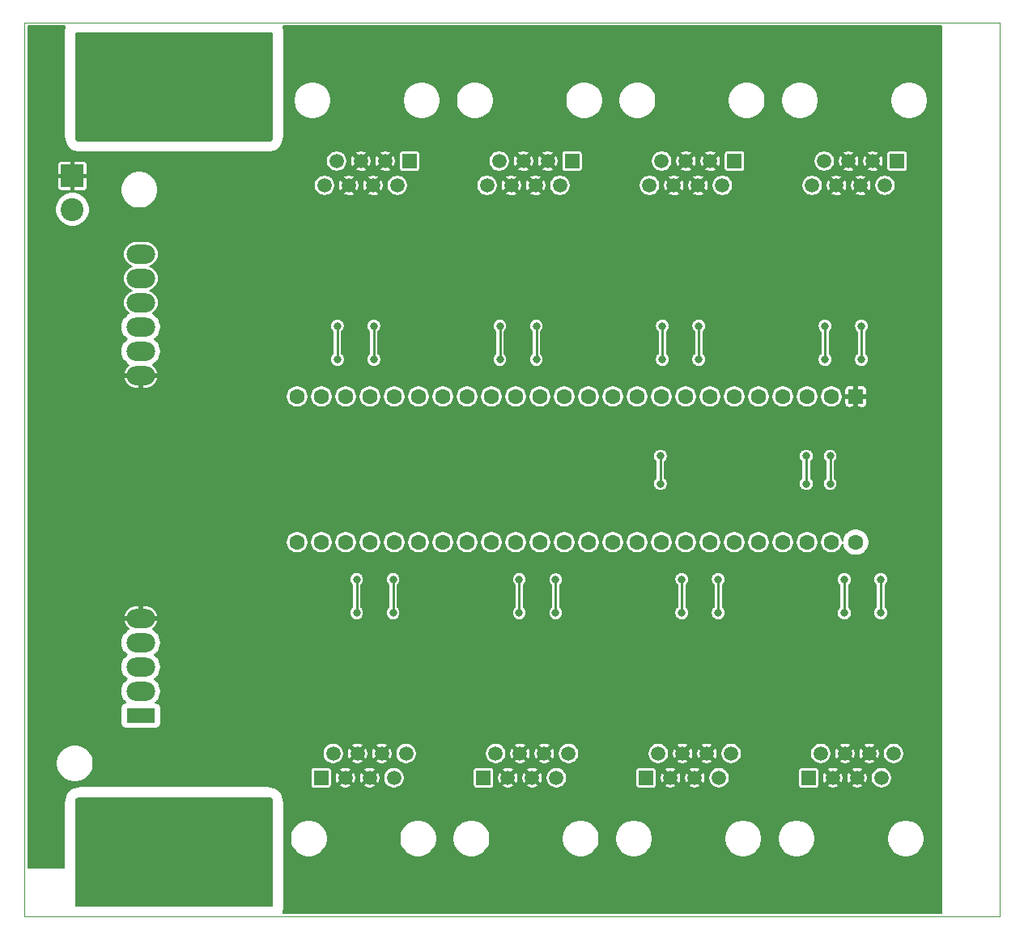
<source format=gbr>
G04 #@! TF.GenerationSoftware,KiCad,Pcbnew,(5.1.4-0-10_14)*
G04 #@! TF.CreationDate,2019-12-29T23:54:35-08:00*
G04 #@! TF.ProjectId,Mothership,4d6f7468-6572-4736-9869-702e6b696361,rev?*
G04 #@! TF.SameCoordinates,Original*
G04 #@! TF.FileFunction,Copper,L2,Bot*
G04 #@! TF.FilePolarity,Positive*
%FSLAX46Y46*%
G04 Gerber Fmt 4.6, Leading zero omitted, Abs format (unit mm)*
G04 Created by KiCad (PCBNEW (5.1.4-0-10_14)) date 2019-12-29 23:54:35*
%MOMM*%
%LPD*%
G04 APERTURE LIST*
%ADD10C,0.050000*%
%ADD11R,3.000000X1.500000*%
%ADD12O,3.000000X2.000000*%
%ADD13C,1.600000*%
%ADD14R,1.600000X1.600000*%
%ADD15C,1.500000*%
%ADD16R,1.500000X1.500000*%
%ADD17C,2.400000*%
%ADD18R,2.400000X2.400000*%
%ADD19C,0.800000*%
%ADD20C,0.250000*%
%ADD21C,0.200000*%
G04 APERTURE END LIST*
D10*
X139750000Y-21500000D02*
X37750000Y-21500000D01*
X37750000Y-21500000D02*
X37750000Y-115000000D01*
X139750000Y-115000000D02*
X37750000Y-115000000D01*
X139750000Y-21500000D02*
X139750000Y-115000000D01*
D11*
X49900000Y-94000000D03*
D12*
X49900000Y-91460000D03*
X49900000Y-88920000D03*
X49900000Y-86380000D03*
X49900000Y-83840000D03*
X49900000Y-58440000D03*
X49900000Y-55900000D03*
X49900000Y-53360000D03*
X49900000Y-50820000D03*
X49900000Y-48280000D03*
X49900000Y-45740000D03*
D13*
X124670000Y-75870000D03*
X122130000Y-75870000D03*
X119590000Y-75870000D03*
X117050000Y-75870000D03*
X114510000Y-75870000D03*
X111970000Y-75870000D03*
X109430000Y-75870000D03*
X106890000Y-75870000D03*
X104350000Y-75870000D03*
X101810000Y-75870000D03*
X99270000Y-75870000D03*
X96730000Y-75870000D03*
X94190000Y-75870000D03*
X91650000Y-75870000D03*
X89110000Y-75870000D03*
X86570000Y-75870000D03*
D14*
X124670000Y-60630000D03*
D13*
X122130000Y-60630000D03*
X119590000Y-60630000D03*
X117050000Y-60630000D03*
X114510000Y-60630000D03*
X111970000Y-60630000D03*
X109430000Y-60630000D03*
X106890000Y-60630000D03*
X104350000Y-60630000D03*
X101810000Y-60630000D03*
X99270000Y-60630000D03*
X96730000Y-60630000D03*
X94190000Y-60630000D03*
X84030000Y-75870000D03*
X81490000Y-75870000D03*
X78950000Y-75870000D03*
X76410000Y-75870000D03*
X73870000Y-75870000D03*
X71330000Y-75870000D03*
X68790000Y-75870000D03*
X66250000Y-75870000D03*
X66250000Y-60630000D03*
X68790000Y-60630000D03*
X71330000Y-60630000D03*
X73870000Y-60630000D03*
X91650000Y-60630000D03*
X89110000Y-60630000D03*
X86570000Y-60630000D03*
X76410000Y-60630000D03*
X78950000Y-60630000D03*
X81490000Y-60630000D03*
X84030000Y-60630000D03*
D15*
X86110000Y-38540000D03*
X87380000Y-36000000D03*
X88650000Y-38540000D03*
X89920000Y-36000000D03*
X91190000Y-38540000D03*
X92460000Y-36000000D03*
X93730000Y-38540000D03*
D16*
X95000000Y-36000000D03*
D15*
X103110000Y-38540000D03*
X104380000Y-36000000D03*
X105650000Y-38540000D03*
X106920000Y-36000000D03*
X108190000Y-38540000D03*
X109460000Y-36000000D03*
X110730000Y-38540000D03*
D16*
X112000000Y-36000000D03*
D15*
X69110000Y-38540000D03*
X70380000Y-36000000D03*
X71650000Y-38540000D03*
X72920000Y-36000000D03*
X74190000Y-38540000D03*
X75460000Y-36000000D03*
X76730000Y-38540000D03*
D16*
X78000000Y-36000000D03*
D15*
X111640000Y-97960000D03*
X110370000Y-100500000D03*
X109100000Y-97960000D03*
X107830000Y-100500000D03*
X106560000Y-97960000D03*
X105290000Y-100500000D03*
X104020000Y-97960000D03*
D16*
X102750000Y-100500000D03*
D15*
X94640000Y-97960000D03*
X93370000Y-100500000D03*
X92100000Y-97960000D03*
X90830000Y-100500000D03*
X89560000Y-97960000D03*
X88290000Y-100500000D03*
X87020000Y-97960000D03*
D16*
X85750000Y-100500000D03*
D15*
X128640000Y-97960000D03*
X127370000Y-100500000D03*
X126100000Y-97960000D03*
X124830000Y-100500000D03*
X123560000Y-97960000D03*
X122290000Y-100500000D03*
X121020000Y-97960000D03*
D16*
X119750000Y-100500000D03*
D15*
X77640000Y-97960000D03*
X76370000Y-100500000D03*
X75100000Y-97960000D03*
X73830000Y-100500000D03*
X72560000Y-97960000D03*
X71290000Y-100500000D03*
X70020000Y-97960000D03*
D16*
X68750000Y-100500000D03*
D17*
X42750000Y-41050000D03*
D18*
X42750000Y-37550000D03*
D15*
X120110000Y-38540000D03*
X121380000Y-36000000D03*
X122650000Y-38540000D03*
X123920000Y-36000000D03*
X125190000Y-38540000D03*
X126460000Y-36000000D03*
X127730000Y-38540000D03*
D16*
X129000000Y-36000000D03*
D13*
X69400000Y-78500000D03*
X67150000Y-78500000D03*
D19*
X83500000Y-88500000D03*
X100500000Y-88500000D03*
X117500000Y-88500000D03*
X80250000Y-48000000D03*
X97250000Y-48000000D03*
X114250000Y-48000000D03*
X131250000Y-48000000D03*
X130250000Y-94250000D03*
X130250000Y-93250000D03*
X120940000Y-83440000D03*
X122210000Y-83460000D03*
X113250000Y-94250000D03*
X113250000Y-93250000D03*
X103940000Y-83440000D03*
X105210000Y-83460000D03*
X96250000Y-94250000D03*
X96250000Y-93250000D03*
X86940000Y-83440000D03*
X88210000Y-83460000D03*
X79250000Y-94250000D03*
X79250000Y-93250000D03*
X69940000Y-83440000D03*
X71210000Y-83460000D03*
X67500000Y-42250000D03*
X67500000Y-43250000D03*
X76810000Y-53060000D03*
X75540000Y-53040000D03*
X84500000Y-42250000D03*
X84500000Y-43250000D03*
X93810000Y-53060000D03*
X92540000Y-53040000D03*
X101500000Y-42250000D03*
X101500000Y-43250000D03*
X110810000Y-53060000D03*
X109540000Y-53040000D03*
X101500000Y-41250000D03*
X126540000Y-53040000D03*
X127810000Y-53060000D03*
X118500000Y-41250000D03*
X118500000Y-42250000D03*
X118500000Y-43250000D03*
X79250000Y-95250000D03*
X67500000Y-41250000D03*
X96250000Y-95250000D03*
X113250000Y-95250000D03*
X130250000Y-95250000D03*
X84500000Y-41250000D03*
D13*
X59500000Y-95100000D03*
X59500000Y-92850000D03*
D19*
X66500000Y-88500000D03*
D13*
X68650000Y-58000000D03*
X66400000Y-58000000D03*
X54750000Y-41150000D03*
X56250000Y-42750000D03*
D19*
X125270000Y-56750000D03*
X125270000Y-53250000D03*
X121460000Y-56750000D03*
X121460000Y-53250000D03*
X108270000Y-56750000D03*
X108270000Y-53250000D03*
X104460000Y-56750000D03*
X104460000Y-53250000D03*
X91270000Y-56750000D03*
X91270000Y-53250000D03*
X87460000Y-56750000D03*
X87460000Y-53250000D03*
X74270000Y-56750000D03*
X74270000Y-53250000D03*
X70460000Y-56750000D03*
X70460000Y-53250000D03*
X72480000Y-79750000D03*
X72480000Y-83250000D03*
X76290000Y-79750000D03*
X76290000Y-83250000D03*
X104250000Y-69750000D03*
X89480000Y-79750000D03*
X89480000Y-83250000D03*
X104250000Y-66849990D03*
X93290000Y-83250000D03*
X93290000Y-79775010D03*
X106480000Y-79750000D03*
X106480000Y-83250000D03*
X119500000Y-69750000D03*
X110290000Y-79750000D03*
X110290000Y-83250000D03*
X119500000Y-66849990D03*
X123480000Y-79770000D03*
X123480000Y-83270000D03*
X122000000Y-69750000D03*
X127290000Y-79750000D03*
X127290000Y-83250000D03*
X122000000Y-66849990D03*
X53050000Y-33000000D03*
X55050000Y-27000000D03*
X53050000Y-31000000D03*
X59050000Y-31000000D03*
X53050000Y-25000000D03*
X55050000Y-29000000D03*
X53050000Y-27000000D03*
X61050000Y-33000000D03*
X55050000Y-25000000D03*
X59050000Y-29000000D03*
X55050000Y-31000000D03*
X53050000Y-29000000D03*
X59050000Y-25000000D03*
X57050000Y-29000000D03*
X61050000Y-31000000D03*
X57050000Y-31000000D03*
X59050000Y-27000000D03*
X61050000Y-27000000D03*
X61050000Y-25000000D03*
X57050000Y-27000000D03*
X61050000Y-29000000D03*
X57050000Y-25000000D03*
X60950000Y-105500000D03*
X60950000Y-107500000D03*
X60950000Y-109500000D03*
X60950000Y-103500000D03*
X60950000Y-111500000D03*
X54950000Y-111500000D03*
X52950000Y-111500000D03*
X52950000Y-103500000D03*
X56950000Y-111500000D03*
X58950000Y-111500000D03*
X52950000Y-109500000D03*
X56950000Y-105500000D03*
X58950000Y-105500000D03*
X54950000Y-105500000D03*
X58950000Y-109500000D03*
X52950000Y-105500000D03*
X58950000Y-107500000D03*
X56950000Y-107500000D03*
X54950000Y-107500000D03*
X52950000Y-107500000D03*
X56950000Y-109500000D03*
X54950000Y-109500000D03*
D20*
X125270000Y-53250000D02*
X125270000Y-56750000D01*
X121460000Y-53250000D02*
X121460000Y-56750000D01*
X108270000Y-53250000D02*
X108270000Y-56750000D01*
X104460000Y-53250000D02*
X104460000Y-56750000D01*
X91270000Y-53250000D02*
X91270000Y-56750000D01*
X87460000Y-53250000D02*
X87460000Y-56750000D01*
X74270000Y-53250000D02*
X74270000Y-56750000D01*
X70460000Y-53250000D02*
X70460000Y-56750000D01*
X72480000Y-79750000D02*
X72480000Y-83250000D01*
X76290000Y-79750000D02*
X76290000Y-83250000D01*
X89480000Y-79750000D02*
X89480000Y-83250000D01*
X104250000Y-69750000D02*
X104250000Y-66849990D01*
X93290000Y-83250000D02*
X93290000Y-79775010D01*
X106480000Y-79750000D02*
X106480000Y-83250000D01*
X110290000Y-79750000D02*
X110290000Y-83250000D01*
X119500000Y-69750000D02*
X119500000Y-66849990D01*
X123480000Y-79500000D02*
X123480000Y-83000000D01*
X127290000Y-79500000D02*
X127290000Y-83000000D01*
X122000000Y-69750000D02*
X122000000Y-66849990D01*
D21*
G36*
X63353307Y-102614464D02*
G01*
X63449567Y-102654336D01*
X63532232Y-102717768D01*
X63595664Y-102800433D01*
X63635536Y-102896693D01*
X63650000Y-103006559D01*
X63650000Y-113875000D01*
X43100000Y-113875000D01*
X43100000Y-103006559D01*
X43114464Y-102896693D01*
X43154336Y-102800433D01*
X43217768Y-102717768D01*
X43300433Y-102654336D01*
X43396693Y-102614464D01*
X43506559Y-102600000D01*
X63243441Y-102600000D01*
X63353307Y-102614464D01*
X63353307Y-102614464D01*
G37*
X63353307Y-102614464D02*
X63449567Y-102654336D01*
X63532232Y-102717768D01*
X63595664Y-102800433D01*
X63635536Y-102896693D01*
X63650000Y-103006559D01*
X63650000Y-113875000D01*
X43100000Y-113875000D01*
X43100000Y-103006559D01*
X43114464Y-102896693D01*
X43154336Y-102800433D01*
X43217768Y-102717768D01*
X43300433Y-102654336D01*
X43396693Y-102614464D01*
X43506559Y-102600000D01*
X63243441Y-102600000D01*
X63353307Y-102614464D01*
G36*
X63650000Y-33493441D02*
G01*
X63635536Y-33603307D01*
X63595664Y-33699567D01*
X63532232Y-33782232D01*
X63449567Y-33845664D01*
X63353307Y-33885536D01*
X63243441Y-33900000D01*
X43506559Y-33900000D01*
X43396693Y-33885536D01*
X43300433Y-33845664D01*
X43217768Y-33782232D01*
X43154336Y-33699567D01*
X43114464Y-33603307D01*
X43100000Y-33493441D01*
X43100000Y-22625000D01*
X63650000Y-22625000D01*
X63650000Y-33493441D01*
X63650000Y-33493441D01*
G37*
X63650000Y-33493441D02*
X63635536Y-33603307D01*
X63595664Y-33699567D01*
X63532232Y-33782232D01*
X63449567Y-33845664D01*
X63353307Y-33885536D01*
X63243441Y-33900000D01*
X43506559Y-33900000D01*
X43396693Y-33885536D01*
X43300433Y-33845664D01*
X43217768Y-33782232D01*
X43154336Y-33699567D01*
X43114464Y-33603307D01*
X43100000Y-33493441D01*
X43100000Y-22625000D01*
X63650000Y-22625000D01*
X63650000Y-33493441D01*
G36*
X41926447Y-21977012D02*
G01*
X41909410Y-22106422D01*
X41900000Y-22250000D01*
X41900000Y-33500000D01*
X41909410Y-33643578D01*
X41926447Y-33772988D01*
X42000769Y-34050362D01*
X42050719Y-34170952D01*
X42194302Y-34419643D01*
X42273762Y-34523196D01*
X42476804Y-34726238D01*
X42580357Y-34805698D01*
X42829048Y-34949281D01*
X42949638Y-34999231D01*
X43227012Y-35073553D01*
X43356422Y-35090590D01*
X43500000Y-35100000D01*
X63250000Y-35100000D01*
X63393578Y-35090590D01*
X63522988Y-35073553D01*
X63800362Y-34999231D01*
X63920952Y-34949281D01*
X64169643Y-34805698D01*
X64273196Y-34726238D01*
X64476238Y-34523196D01*
X64555698Y-34419643D01*
X64699281Y-34170952D01*
X64749231Y-34050362D01*
X64823553Y-33772988D01*
X64840590Y-33643578D01*
X64850000Y-33500000D01*
X64850000Y-29457942D01*
X65890000Y-29457942D01*
X65890000Y-29842058D01*
X65964938Y-30218794D01*
X66111933Y-30573671D01*
X66325336Y-30893052D01*
X66596948Y-31164664D01*
X66916329Y-31378067D01*
X67271206Y-31525062D01*
X67647942Y-31600000D01*
X68032058Y-31600000D01*
X68408794Y-31525062D01*
X68763671Y-31378067D01*
X69083052Y-31164664D01*
X69354664Y-30893052D01*
X69568067Y-30573671D01*
X69715062Y-30218794D01*
X69790000Y-29842058D01*
X69790000Y-29457942D01*
X77320000Y-29457942D01*
X77320000Y-29842058D01*
X77394938Y-30218794D01*
X77541933Y-30573671D01*
X77755336Y-30893052D01*
X78026948Y-31164664D01*
X78346329Y-31378067D01*
X78701206Y-31525062D01*
X79077942Y-31600000D01*
X79462058Y-31600000D01*
X79838794Y-31525062D01*
X80193671Y-31378067D01*
X80513052Y-31164664D01*
X80784664Y-30893052D01*
X80998067Y-30573671D01*
X81145062Y-30218794D01*
X81220000Y-29842058D01*
X81220000Y-29457942D01*
X82890000Y-29457942D01*
X82890000Y-29842058D01*
X82964938Y-30218794D01*
X83111933Y-30573671D01*
X83325336Y-30893052D01*
X83596948Y-31164664D01*
X83916329Y-31378067D01*
X84271206Y-31525062D01*
X84647942Y-31600000D01*
X85032058Y-31600000D01*
X85408794Y-31525062D01*
X85763671Y-31378067D01*
X86083052Y-31164664D01*
X86354664Y-30893052D01*
X86568067Y-30573671D01*
X86715062Y-30218794D01*
X86790000Y-29842058D01*
X86790000Y-29457942D01*
X94320000Y-29457942D01*
X94320000Y-29842058D01*
X94394938Y-30218794D01*
X94541933Y-30573671D01*
X94755336Y-30893052D01*
X95026948Y-31164664D01*
X95346329Y-31378067D01*
X95701206Y-31525062D01*
X96077942Y-31600000D01*
X96462058Y-31600000D01*
X96838794Y-31525062D01*
X97193671Y-31378067D01*
X97513052Y-31164664D01*
X97784664Y-30893052D01*
X97998067Y-30573671D01*
X98145062Y-30218794D01*
X98220000Y-29842058D01*
X98220000Y-29457942D01*
X99890000Y-29457942D01*
X99890000Y-29842058D01*
X99964938Y-30218794D01*
X100111933Y-30573671D01*
X100325336Y-30893052D01*
X100596948Y-31164664D01*
X100916329Y-31378067D01*
X101271206Y-31525062D01*
X101647942Y-31600000D01*
X102032058Y-31600000D01*
X102408794Y-31525062D01*
X102763671Y-31378067D01*
X103083052Y-31164664D01*
X103354664Y-30893052D01*
X103568067Y-30573671D01*
X103715062Y-30218794D01*
X103790000Y-29842058D01*
X103790000Y-29457942D01*
X111320000Y-29457942D01*
X111320000Y-29842058D01*
X111394938Y-30218794D01*
X111541933Y-30573671D01*
X111755336Y-30893052D01*
X112026948Y-31164664D01*
X112346329Y-31378067D01*
X112701206Y-31525062D01*
X113077942Y-31600000D01*
X113462058Y-31600000D01*
X113838794Y-31525062D01*
X114193671Y-31378067D01*
X114513052Y-31164664D01*
X114784664Y-30893052D01*
X114998067Y-30573671D01*
X115145062Y-30218794D01*
X115220000Y-29842058D01*
X115220000Y-29457942D01*
X116890000Y-29457942D01*
X116890000Y-29842058D01*
X116964938Y-30218794D01*
X117111933Y-30573671D01*
X117325336Y-30893052D01*
X117596948Y-31164664D01*
X117916329Y-31378067D01*
X118271206Y-31525062D01*
X118647942Y-31600000D01*
X119032058Y-31600000D01*
X119408794Y-31525062D01*
X119763671Y-31378067D01*
X120083052Y-31164664D01*
X120354664Y-30893052D01*
X120568067Y-30573671D01*
X120715062Y-30218794D01*
X120790000Y-29842058D01*
X120790000Y-29457942D01*
X128320000Y-29457942D01*
X128320000Y-29842058D01*
X128394938Y-30218794D01*
X128541933Y-30573671D01*
X128755336Y-30893052D01*
X129026948Y-31164664D01*
X129346329Y-31378067D01*
X129701206Y-31525062D01*
X130077942Y-31600000D01*
X130462058Y-31600000D01*
X130838794Y-31525062D01*
X131193671Y-31378067D01*
X131513052Y-31164664D01*
X131784664Y-30893052D01*
X131998067Y-30573671D01*
X132145062Y-30218794D01*
X132220000Y-29842058D01*
X132220000Y-29457942D01*
X132145062Y-29081206D01*
X131998067Y-28726329D01*
X131784664Y-28406948D01*
X131513052Y-28135336D01*
X131193671Y-27921933D01*
X130838794Y-27774938D01*
X130462058Y-27700000D01*
X130077942Y-27700000D01*
X129701206Y-27774938D01*
X129346329Y-27921933D01*
X129026948Y-28135336D01*
X128755336Y-28406948D01*
X128541933Y-28726329D01*
X128394938Y-29081206D01*
X128320000Y-29457942D01*
X120790000Y-29457942D01*
X120715062Y-29081206D01*
X120568067Y-28726329D01*
X120354664Y-28406948D01*
X120083052Y-28135336D01*
X119763671Y-27921933D01*
X119408794Y-27774938D01*
X119032058Y-27700000D01*
X118647942Y-27700000D01*
X118271206Y-27774938D01*
X117916329Y-27921933D01*
X117596948Y-28135336D01*
X117325336Y-28406948D01*
X117111933Y-28726329D01*
X116964938Y-29081206D01*
X116890000Y-29457942D01*
X115220000Y-29457942D01*
X115145062Y-29081206D01*
X114998067Y-28726329D01*
X114784664Y-28406948D01*
X114513052Y-28135336D01*
X114193671Y-27921933D01*
X113838794Y-27774938D01*
X113462058Y-27700000D01*
X113077942Y-27700000D01*
X112701206Y-27774938D01*
X112346329Y-27921933D01*
X112026948Y-28135336D01*
X111755336Y-28406948D01*
X111541933Y-28726329D01*
X111394938Y-29081206D01*
X111320000Y-29457942D01*
X103790000Y-29457942D01*
X103715062Y-29081206D01*
X103568067Y-28726329D01*
X103354664Y-28406948D01*
X103083052Y-28135336D01*
X102763671Y-27921933D01*
X102408794Y-27774938D01*
X102032058Y-27700000D01*
X101647942Y-27700000D01*
X101271206Y-27774938D01*
X100916329Y-27921933D01*
X100596948Y-28135336D01*
X100325336Y-28406948D01*
X100111933Y-28726329D01*
X99964938Y-29081206D01*
X99890000Y-29457942D01*
X98220000Y-29457942D01*
X98145062Y-29081206D01*
X97998067Y-28726329D01*
X97784664Y-28406948D01*
X97513052Y-28135336D01*
X97193671Y-27921933D01*
X96838794Y-27774938D01*
X96462058Y-27700000D01*
X96077942Y-27700000D01*
X95701206Y-27774938D01*
X95346329Y-27921933D01*
X95026948Y-28135336D01*
X94755336Y-28406948D01*
X94541933Y-28726329D01*
X94394938Y-29081206D01*
X94320000Y-29457942D01*
X86790000Y-29457942D01*
X86715062Y-29081206D01*
X86568067Y-28726329D01*
X86354664Y-28406948D01*
X86083052Y-28135336D01*
X85763671Y-27921933D01*
X85408794Y-27774938D01*
X85032058Y-27700000D01*
X84647942Y-27700000D01*
X84271206Y-27774938D01*
X83916329Y-27921933D01*
X83596948Y-28135336D01*
X83325336Y-28406948D01*
X83111933Y-28726329D01*
X82964938Y-29081206D01*
X82890000Y-29457942D01*
X81220000Y-29457942D01*
X81145062Y-29081206D01*
X80998067Y-28726329D01*
X80784664Y-28406948D01*
X80513052Y-28135336D01*
X80193671Y-27921933D01*
X79838794Y-27774938D01*
X79462058Y-27700000D01*
X79077942Y-27700000D01*
X78701206Y-27774938D01*
X78346329Y-27921933D01*
X78026948Y-28135336D01*
X77755336Y-28406948D01*
X77541933Y-28726329D01*
X77394938Y-29081206D01*
X77320000Y-29457942D01*
X69790000Y-29457942D01*
X69715062Y-29081206D01*
X69568067Y-28726329D01*
X69354664Y-28406948D01*
X69083052Y-28135336D01*
X68763671Y-27921933D01*
X68408794Y-27774938D01*
X68032058Y-27700000D01*
X67647942Y-27700000D01*
X67271206Y-27774938D01*
X66916329Y-27921933D01*
X66596948Y-28135336D01*
X66325336Y-28406948D01*
X66111933Y-28726329D01*
X65964938Y-29081206D01*
X65890000Y-29457942D01*
X64850000Y-29457942D01*
X64850000Y-22250000D01*
X64840590Y-22106422D01*
X64823553Y-21977012D01*
X64796219Y-21875000D01*
X133650000Y-21875000D01*
X133650000Y-114625000D01*
X64796219Y-114625000D01*
X64823553Y-114522988D01*
X64840590Y-114393578D01*
X64850000Y-114250000D01*
X64850000Y-106657942D01*
X65530000Y-106657942D01*
X65530000Y-107042058D01*
X65604938Y-107418794D01*
X65751933Y-107773671D01*
X65965336Y-108093052D01*
X66236948Y-108364664D01*
X66556329Y-108578067D01*
X66911206Y-108725062D01*
X67287942Y-108800000D01*
X67672058Y-108800000D01*
X68048794Y-108725062D01*
X68403671Y-108578067D01*
X68723052Y-108364664D01*
X68994664Y-108093052D01*
X69208067Y-107773671D01*
X69355062Y-107418794D01*
X69430000Y-107042058D01*
X69430000Y-106657942D01*
X76960000Y-106657942D01*
X76960000Y-107042058D01*
X77034938Y-107418794D01*
X77181933Y-107773671D01*
X77395336Y-108093052D01*
X77666948Y-108364664D01*
X77986329Y-108578067D01*
X78341206Y-108725062D01*
X78717942Y-108800000D01*
X79102058Y-108800000D01*
X79478794Y-108725062D01*
X79833671Y-108578067D01*
X80153052Y-108364664D01*
X80424664Y-108093052D01*
X80638067Y-107773671D01*
X80785062Y-107418794D01*
X80860000Y-107042058D01*
X80860000Y-106657942D01*
X82530000Y-106657942D01*
X82530000Y-107042058D01*
X82604938Y-107418794D01*
X82751933Y-107773671D01*
X82965336Y-108093052D01*
X83236948Y-108364664D01*
X83556329Y-108578067D01*
X83911206Y-108725062D01*
X84287942Y-108800000D01*
X84672058Y-108800000D01*
X85048794Y-108725062D01*
X85403671Y-108578067D01*
X85723052Y-108364664D01*
X85994664Y-108093052D01*
X86208067Y-107773671D01*
X86355062Y-107418794D01*
X86430000Y-107042058D01*
X86430000Y-106657942D01*
X93960000Y-106657942D01*
X93960000Y-107042058D01*
X94034938Y-107418794D01*
X94181933Y-107773671D01*
X94395336Y-108093052D01*
X94666948Y-108364664D01*
X94986329Y-108578067D01*
X95341206Y-108725062D01*
X95717942Y-108800000D01*
X96102058Y-108800000D01*
X96478794Y-108725062D01*
X96833671Y-108578067D01*
X97153052Y-108364664D01*
X97424664Y-108093052D01*
X97638067Y-107773671D01*
X97785062Y-107418794D01*
X97860000Y-107042058D01*
X97860000Y-106657942D01*
X99530000Y-106657942D01*
X99530000Y-107042058D01*
X99604938Y-107418794D01*
X99751933Y-107773671D01*
X99965336Y-108093052D01*
X100236948Y-108364664D01*
X100556329Y-108578067D01*
X100911206Y-108725062D01*
X101287942Y-108800000D01*
X101672058Y-108800000D01*
X102048794Y-108725062D01*
X102403671Y-108578067D01*
X102723052Y-108364664D01*
X102994664Y-108093052D01*
X103208067Y-107773671D01*
X103355062Y-107418794D01*
X103430000Y-107042058D01*
X103430000Y-106657942D01*
X110960000Y-106657942D01*
X110960000Y-107042058D01*
X111034938Y-107418794D01*
X111181933Y-107773671D01*
X111395336Y-108093052D01*
X111666948Y-108364664D01*
X111986329Y-108578067D01*
X112341206Y-108725062D01*
X112717942Y-108800000D01*
X113102058Y-108800000D01*
X113478794Y-108725062D01*
X113833671Y-108578067D01*
X114153052Y-108364664D01*
X114424664Y-108093052D01*
X114638067Y-107773671D01*
X114785062Y-107418794D01*
X114860000Y-107042058D01*
X114860000Y-106657942D01*
X116530000Y-106657942D01*
X116530000Y-107042058D01*
X116604938Y-107418794D01*
X116751933Y-107773671D01*
X116965336Y-108093052D01*
X117236948Y-108364664D01*
X117556329Y-108578067D01*
X117911206Y-108725062D01*
X118287942Y-108800000D01*
X118672058Y-108800000D01*
X119048794Y-108725062D01*
X119403671Y-108578067D01*
X119723052Y-108364664D01*
X119994664Y-108093052D01*
X120208067Y-107773671D01*
X120355062Y-107418794D01*
X120430000Y-107042058D01*
X120430000Y-106657942D01*
X127960000Y-106657942D01*
X127960000Y-107042058D01*
X128034938Y-107418794D01*
X128181933Y-107773671D01*
X128395336Y-108093052D01*
X128666948Y-108364664D01*
X128986329Y-108578067D01*
X129341206Y-108725062D01*
X129717942Y-108800000D01*
X130102058Y-108800000D01*
X130478794Y-108725062D01*
X130833671Y-108578067D01*
X131153052Y-108364664D01*
X131424664Y-108093052D01*
X131638067Y-107773671D01*
X131785062Y-107418794D01*
X131860000Y-107042058D01*
X131860000Y-106657942D01*
X131785062Y-106281206D01*
X131638067Y-105926329D01*
X131424664Y-105606948D01*
X131153052Y-105335336D01*
X130833671Y-105121933D01*
X130478794Y-104974938D01*
X130102058Y-104900000D01*
X129717942Y-104900000D01*
X129341206Y-104974938D01*
X128986329Y-105121933D01*
X128666948Y-105335336D01*
X128395336Y-105606948D01*
X128181933Y-105926329D01*
X128034938Y-106281206D01*
X127960000Y-106657942D01*
X120430000Y-106657942D01*
X120355062Y-106281206D01*
X120208067Y-105926329D01*
X119994664Y-105606948D01*
X119723052Y-105335336D01*
X119403671Y-105121933D01*
X119048794Y-104974938D01*
X118672058Y-104900000D01*
X118287942Y-104900000D01*
X117911206Y-104974938D01*
X117556329Y-105121933D01*
X117236948Y-105335336D01*
X116965336Y-105606948D01*
X116751933Y-105926329D01*
X116604938Y-106281206D01*
X116530000Y-106657942D01*
X114860000Y-106657942D01*
X114785062Y-106281206D01*
X114638067Y-105926329D01*
X114424664Y-105606948D01*
X114153052Y-105335336D01*
X113833671Y-105121933D01*
X113478794Y-104974938D01*
X113102058Y-104900000D01*
X112717942Y-104900000D01*
X112341206Y-104974938D01*
X111986329Y-105121933D01*
X111666948Y-105335336D01*
X111395336Y-105606948D01*
X111181933Y-105926329D01*
X111034938Y-106281206D01*
X110960000Y-106657942D01*
X103430000Y-106657942D01*
X103355062Y-106281206D01*
X103208067Y-105926329D01*
X102994664Y-105606948D01*
X102723052Y-105335336D01*
X102403671Y-105121933D01*
X102048794Y-104974938D01*
X101672058Y-104900000D01*
X101287942Y-104900000D01*
X100911206Y-104974938D01*
X100556329Y-105121933D01*
X100236948Y-105335336D01*
X99965336Y-105606948D01*
X99751933Y-105926329D01*
X99604938Y-106281206D01*
X99530000Y-106657942D01*
X97860000Y-106657942D01*
X97785062Y-106281206D01*
X97638067Y-105926329D01*
X97424664Y-105606948D01*
X97153052Y-105335336D01*
X96833671Y-105121933D01*
X96478794Y-104974938D01*
X96102058Y-104900000D01*
X95717942Y-104900000D01*
X95341206Y-104974938D01*
X94986329Y-105121933D01*
X94666948Y-105335336D01*
X94395336Y-105606948D01*
X94181933Y-105926329D01*
X94034938Y-106281206D01*
X93960000Y-106657942D01*
X86430000Y-106657942D01*
X86355062Y-106281206D01*
X86208067Y-105926329D01*
X85994664Y-105606948D01*
X85723052Y-105335336D01*
X85403671Y-105121933D01*
X85048794Y-104974938D01*
X84672058Y-104900000D01*
X84287942Y-104900000D01*
X83911206Y-104974938D01*
X83556329Y-105121933D01*
X83236948Y-105335336D01*
X82965336Y-105606948D01*
X82751933Y-105926329D01*
X82604938Y-106281206D01*
X82530000Y-106657942D01*
X80860000Y-106657942D01*
X80785062Y-106281206D01*
X80638067Y-105926329D01*
X80424664Y-105606948D01*
X80153052Y-105335336D01*
X79833671Y-105121933D01*
X79478794Y-104974938D01*
X79102058Y-104900000D01*
X78717942Y-104900000D01*
X78341206Y-104974938D01*
X77986329Y-105121933D01*
X77666948Y-105335336D01*
X77395336Y-105606948D01*
X77181933Y-105926329D01*
X77034938Y-106281206D01*
X76960000Y-106657942D01*
X69430000Y-106657942D01*
X69355062Y-106281206D01*
X69208067Y-105926329D01*
X68994664Y-105606948D01*
X68723052Y-105335336D01*
X68403671Y-105121933D01*
X68048794Y-104974938D01*
X67672058Y-104900000D01*
X67287942Y-104900000D01*
X66911206Y-104974938D01*
X66556329Y-105121933D01*
X66236948Y-105335336D01*
X65965336Y-105606948D01*
X65751933Y-105926329D01*
X65604938Y-106281206D01*
X65530000Y-106657942D01*
X64850000Y-106657942D01*
X64850000Y-103000000D01*
X64840590Y-102856422D01*
X64823553Y-102727012D01*
X64749231Y-102449638D01*
X64699281Y-102329048D01*
X64555698Y-102080357D01*
X64476238Y-101976804D01*
X64273196Y-101773762D01*
X64169643Y-101694302D01*
X63920952Y-101550719D01*
X63800362Y-101500769D01*
X63522988Y-101426447D01*
X63393578Y-101409410D01*
X63250000Y-101400000D01*
X43500000Y-101400000D01*
X43356422Y-101409410D01*
X43227012Y-101426447D01*
X42949638Y-101500769D01*
X42829048Y-101550719D01*
X42580357Y-101694302D01*
X42476804Y-101773762D01*
X42273762Y-101976804D01*
X42194302Y-102080357D01*
X42050719Y-102329048D01*
X42000769Y-102449638D01*
X41926447Y-102727012D01*
X41909410Y-102856422D01*
X41900000Y-103000000D01*
X41900000Y-109900000D01*
X38125000Y-109900000D01*
X38125000Y-98807942D01*
X41050000Y-98807942D01*
X41050000Y-99192058D01*
X41124938Y-99568794D01*
X41271933Y-99923671D01*
X41485336Y-100243052D01*
X41756948Y-100514664D01*
X42076329Y-100728067D01*
X42431206Y-100875062D01*
X42807942Y-100950000D01*
X43192058Y-100950000D01*
X43568794Y-100875062D01*
X43923671Y-100728067D01*
X44243052Y-100514664D01*
X44514664Y-100243052D01*
X44728067Y-99923671D01*
X44800003Y-99750000D01*
X67648307Y-99750000D01*
X67648307Y-101250000D01*
X67655065Y-101318612D01*
X67675078Y-101384587D01*
X67707578Y-101445390D01*
X67751315Y-101498685D01*
X67804610Y-101542422D01*
X67865413Y-101574922D01*
X67931388Y-101594935D01*
X68000000Y-101601693D01*
X69500000Y-101601693D01*
X69568612Y-101594935D01*
X69634587Y-101574922D01*
X69695390Y-101542422D01*
X69748685Y-101498685D01*
X69792422Y-101445390D01*
X69824922Y-101384587D01*
X69844935Y-101318612D01*
X69845003Y-101317916D01*
X70684216Y-101317916D01*
X70767671Y-101474119D01*
X70967748Y-101557304D01*
X71180210Y-101599856D01*
X71396891Y-101600141D01*
X71609464Y-101558149D01*
X71809760Y-101475492D01*
X71812329Y-101474119D01*
X71895784Y-101317916D01*
X73224216Y-101317916D01*
X73307671Y-101474119D01*
X73507748Y-101557304D01*
X73720210Y-101599856D01*
X73936891Y-101600141D01*
X74149464Y-101558149D01*
X74349760Y-101475492D01*
X74352329Y-101474119D01*
X74435784Y-101317916D01*
X73830000Y-100712132D01*
X73224216Y-101317916D01*
X71895784Y-101317916D01*
X71290000Y-100712132D01*
X70684216Y-101317916D01*
X69845003Y-101317916D01*
X69851693Y-101250000D01*
X69851693Y-100606891D01*
X70189859Y-100606891D01*
X70231851Y-100819464D01*
X70314508Y-101019760D01*
X70315881Y-101022329D01*
X70472084Y-101105784D01*
X71077868Y-100500000D01*
X71502132Y-100500000D01*
X72107916Y-101105784D01*
X72264119Y-101022329D01*
X72347304Y-100822252D01*
X72389856Y-100609790D01*
X72389859Y-100606891D01*
X72729859Y-100606891D01*
X72771851Y-100819464D01*
X72854508Y-101019760D01*
X72855881Y-101022329D01*
X73012084Y-101105784D01*
X73617868Y-100500000D01*
X74042132Y-100500000D01*
X74647916Y-101105784D01*
X74804119Y-101022329D01*
X74887304Y-100822252D01*
X74929856Y-100609790D01*
X74930141Y-100393109D01*
X74929855Y-100391659D01*
X75270000Y-100391659D01*
X75270000Y-100608341D01*
X75312273Y-100820858D01*
X75395193Y-101021045D01*
X75515575Y-101201209D01*
X75668791Y-101354425D01*
X75848955Y-101474807D01*
X76049142Y-101557727D01*
X76261659Y-101600000D01*
X76478341Y-101600000D01*
X76690858Y-101557727D01*
X76891045Y-101474807D01*
X77071209Y-101354425D01*
X77224425Y-101201209D01*
X77344807Y-101021045D01*
X77427727Y-100820858D01*
X77470000Y-100608341D01*
X77470000Y-100391659D01*
X77427727Y-100179142D01*
X77344807Y-99978955D01*
X77224425Y-99798791D01*
X77175634Y-99750000D01*
X84648307Y-99750000D01*
X84648307Y-101250000D01*
X84655065Y-101318612D01*
X84675078Y-101384587D01*
X84707578Y-101445390D01*
X84751315Y-101498685D01*
X84804610Y-101542422D01*
X84865413Y-101574922D01*
X84931388Y-101594935D01*
X85000000Y-101601693D01*
X86500000Y-101601693D01*
X86568612Y-101594935D01*
X86634587Y-101574922D01*
X86695390Y-101542422D01*
X86748685Y-101498685D01*
X86792422Y-101445390D01*
X86824922Y-101384587D01*
X86844935Y-101318612D01*
X86845003Y-101317916D01*
X87684216Y-101317916D01*
X87767671Y-101474119D01*
X87967748Y-101557304D01*
X88180210Y-101599856D01*
X88396891Y-101600141D01*
X88609464Y-101558149D01*
X88809760Y-101475492D01*
X88812329Y-101474119D01*
X88895784Y-101317916D01*
X90224216Y-101317916D01*
X90307671Y-101474119D01*
X90507748Y-101557304D01*
X90720210Y-101599856D01*
X90936891Y-101600141D01*
X91149464Y-101558149D01*
X91349760Y-101475492D01*
X91352329Y-101474119D01*
X91435784Y-101317916D01*
X90830000Y-100712132D01*
X90224216Y-101317916D01*
X88895784Y-101317916D01*
X88290000Y-100712132D01*
X87684216Y-101317916D01*
X86845003Y-101317916D01*
X86851693Y-101250000D01*
X86851693Y-100606891D01*
X87189859Y-100606891D01*
X87231851Y-100819464D01*
X87314508Y-101019760D01*
X87315881Y-101022329D01*
X87472084Y-101105784D01*
X88077868Y-100500000D01*
X88502132Y-100500000D01*
X89107916Y-101105784D01*
X89264119Y-101022329D01*
X89347304Y-100822252D01*
X89389856Y-100609790D01*
X89389859Y-100606891D01*
X89729859Y-100606891D01*
X89771851Y-100819464D01*
X89854508Y-101019760D01*
X89855881Y-101022329D01*
X90012084Y-101105784D01*
X90617868Y-100500000D01*
X91042132Y-100500000D01*
X91647916Y-101105784D01*
X91804119Y-101022329D01*
X91887304Y-100822252D01*
X91929856Y-100609790D01*
X91930141Y-100393109D01*
X91929855Y-100391659D01*
X92270000Y-100391659D01*
X92270000Y-100608341D01*
X92312273Y-100820858D01*
X92395193Y-101021045D01*
X92515575Y-101201209D01*
X92668791Y-101354425D01*
X92848955Y-101474807D01*
X93049142Y-101557727D01*
X93261659Y-101600000D01*
X93478341Y-101600000D01*
X93690858Y-101557727D01*
X93891045Y-101474807D01*
X94071209Y-101354425D01*
X94224425Y-101201209D01*
X94344807Y-101021045D01*
X94427727Y-100820858D01*
X94470000Y-100608341D01*
X94470000Y-100391659D01*
X94427727Y-100179142D01*
X94344807Y-99978955D01*
X94224425Y-99798791D01*
X94175634Y-99750000D01*
X101648307Y-99750000D01*
X101648307Y-101250000D01*
X101655065Y-101318612D01*
X101675078Y-101384587D01*
X101707578Y-101445390D01*
X101751315Y-101498685D01*
X101804610Y-101542422D01*
X101865413Y-101574922D01*
X101931388Y-101594935D01*
X102000000Y-101601693D01*
X103500000Y-101601693D01*
X103568612Y-101594935D01*
X103634587Y-101574922D01*
X103695390Y-101542422D01*
X103748685Y-101498685D01*
X103792422Y-101445390D01*
X103824922Y-101384587D01*
X103844935Y-101318612D01*
X103845003Y-101317916D01*
X104684216Y-101317916D01*
X104767671Y-101474119D01*
X104967748Y-101557304D01*
X105180210Y-101599856D01*
X105396891Y-101600141D01*
X105609464Y-101558149D01*
X105809760Y-101475492D01*
X105812329Y-101474119D01*
X105895784Y-101317916D01*
X107224216Y-101317916D01*
X107307671Y-101474119D01*
X107507748Y-101557304D01*
X107720210Y-101599856D01*
X107936891Y-101600141D01*
X108149464Y-101558149D01*
X108349760Y-101475492D01*
X108352329Y-101474119D01*
X108435784Y-101317916D01*
X107830000Y-100712132D01*
X107224216Y-101317916D01*
X105895784Y-101317916D01*
X105290000Y-100712132D01*
X104684216Y-101317916D01*
X103845003Y-101317916D01*
X103851693Y-101250000D01*
X103851693Y-100606891D01*
X104189859Y-100606891D01*
X104231851Y-100819464D01*
X104314508Y-101019760D01*
X104315881Y-101022329D01*
X104472084Y-101105784D01*
X105077868Y-100500000D01*
X105502132Y-100500000D01*
X106107916Y-101105784D01*
X106264119Y-101022329D01*
X106347304Y-100822252D01*
X106389856Y-100609790D01*
X106389859Y-100606891D01*
X106729859Y-100606891D01*
X106771851Y-100819464D01*
X106854508Y-101019760D01*
X106855881Y-101022329D01*
X107012084Y-101105784D01*
X107617868Y-100500000D01*
X108042132Y-100500000D01*
X108647916Y-101105784D01*
X108804119Y-101022329D01*
X108887304Y-100822252D01*
X108929856Y-100609790D01*
X108930141Y-100393109D01*
X108929855Y-100391659D01*
X109270000Y-100391659D01*
X109270000Y-100608341D01*
X109312273Y-100820858D01*
X109395193Y-101021045D01*
X109515575Y-101201209D01*
X109668791Y-101354425D01*
X109848955Y-101474807D01*
X110049142Y-101557727D01*
X110261659Y-101600000D01*
X110478341Y-101600000D01*
X110690858Y-101557727D01*
X110891045Y-101474807D01*
X111071209Y-101354425D01*
X111224425Y-101201209D01*
X111344807Y-101021045D01*
X111427727Y-100820858D01*
X111470000Y-100608341D01*
X111470000Y-100391659D01*
X111427727Y-100179142D01*
X111344807Y-99978955D01*
X111224425Y-99798791D01*
X111175634Y-99750000D01*
X118648307Y-99750000D01*
X118648307Y-101250000D01*
X118655065Y-101318612D01*
X118675078Y-101384587D01*
X118707578Y-101445390D01*
X118751315Y-101498685D01*
X118804610Y-101542422D01*
X118865413Y-101574922D01*
X118931388Y-101594935D01*
X119000000Y-101601693D01*
X120500000Y-101601693D01*
X120568612Y-101594935D01*
X120634587Y-101574922D01*
X120695390Y-101542422D01*
X120748685Y-101498685D01*
X120792422Y-101445390D01*
X120824922Y-101384587D01*
X120844935Y-101318612D01*
X120845003Y-101317916D01*
X121684216Y-101317916D01*
X121767671Y-101474119D01*
X121967748Y-101557304D01*
X122180210Y-101599856D01*
X122396891Y-101600141D01*
X122609464Y-101558149D01*
X122809760Y-101475492D01*
X122812329Y-101474119D01*
X122895784Y-101317916D01*
X124224216Y-101317916D01*
X124307671Y-101474119D01*
X124507748Y-101557304D01*
X124720210Y-101599856D01*
X124936891Y-101600141D01*
X125149464Y-101558149D01*
X125349760Y-101475492D01*
X125352329Y-101474119D01*
X125435784Y-101317916D01*
X124830000Y-100712132D01*
X124224216Y-101317916D01*
X122895784Y-101317916D01*
X122290000Y-100712132D01*
X121684216Y-101317916D01*
X120845003Y-101317916D01*
X120851693Y-101250000D01*
X120851693Y-100606891D01*
X121189859Y-100606891D01*
X121231851Y-100819464D01*
X121314508Y-101019760D01*
X121315881Y-101022329D01*
X121472084Y-101105784D01*
X122077868Y-100500000D01*
X122502132Y-100500000D01*
X123107916Y-101105784D01*
X123264119Y-101022329D01*
X123347304Y-100822252D01*
X123389856Y-100609790D01*
X123389859Y-100606891D01*
X123729859Y-100606891D01*
X123771851Y-100819464D01*
X123854508Y-101019760D01*
X123855881Y-101022329D01*
X124012084Y-101105784D01*
X124617868Y-100500000D01*
X125042132Y-100500000D01*
X125647916Y-101105784D01*
X125804119Y-101022329D01*
X125887304Y-100822252D01*
X125929856Y-100609790D01*
X125930141Y-100393109D01*
X125929855Y-100391659D01*
X126270000Y-100391659D01*
X126270000Y-100608341D01*
X126312273Y-100820858D01*
X126395193Y-101021045D01*
X126515575Y-101201209D01*
X126668791Y-101354425D01*
X126848955Y-101474807D01*
X127049142Y-101557727D01*
X127261659Y-101600000D01*
X127478341Y-101600000D01*
X127690858Y-101557727D01*
X127891045Y-101474807D01*
X128071209Y-101354425D01*
X128224425Y-101201209D01*
X128344807Y-101021045D01*
X128427727Y-100820858D01*
X128470000Y-100608341D01*
X128470000Y-100391659D01*
X128427727Y-100179142D01*
X128344807Y-99978955D01*
X128224425Y-99798791D01*
X128071209Y-99645575D01*
X127891045Y-99525193D01*
X127690858Y-99442273D01*
X127478341Y-99400000D01*
X127261659Y-99400000D01*
X127049142Y-99442273D01*
X126848955Y-99525193D01*
X126668791Y-99645575D01*
X126515575Y-99798791D01*
X126395193Y-99978955D01*
X126312273Y-100179142D01*
X126270000Y-100391659D01*
X125929855Y-100391659D01*
X125888149Y-100180536D01*
X125805492Y-99980240D01*
X125804119Y-99977671D01*
X125647916Y-99894216D01*
X125042132Y-100500000D01*
X124617868Y-100500000D01*
X124012084Y-99894216D01*
X123855881Y-99977671D01*
X123772696Y-100177748D01*
X123730144Y-100390210D01*
X123729859Y-100606891D01*
X123389859Y-100606891D01*
X123390141Y-100393109D01*
X123348149Y-100180536D01*
X123265492Y-99980240D01*
X123264119Y-99977671D01*
X123107916Y-99894216D01*
X122502132Y-100500000D01*
X122077868Y-100500000D01*
X121472084Y-99894216D01*
X121315881Y-99977671D01*
X121232696Y-100177748D01*
X121190144Y-100390210D01*
X121189859Y-100606891D01*
X120851693Y-100606891D01*
X120851693Y-99750000D01*
X120845004Y-99682084D01*
X121684216Y-99682084D01*
X122290000Y-100287868D01*
X122895784Y-99682084D01*
X124224216Y-99682084D01*
X124830000Y-100287868D01*
X125435784Y-99682084D01*
X125352329Y-99525881D01*
X125152252Y-99442696D01*
X124939790Y-99400144D01*
X124723109Y-99399859D01*
X124510536Y-99441851D01*
X124310240Y-99524508D01*
X124307671Y-99525881D01*
X124224216Y-99682084D01*
X122895784Y-99682084D01*
X122812329Y-99525881D01*
X122612252Y-99442696D01*
X122399790Y-99400144D01*
X122183109Y-99399859D01*
X121970536Y-99441851D01*
X121770240Y-99524508D01*
X121767671Y-99525881D01*
X121684216Y-99682084D01*
X120845004Y-99682084D01*
X120844935Y-99681388D01*
X120824922Y-99615413D01*
X120792422Y-99554610D01*
X120748685Y-99501315D01*
X120695390Y-99457578D01*
X120634587Y-99425078D01*
X120568612Y-99405065D01*
X120500000Y-99398307D01*
X119000000Y-99398307D01*
X118931388Y-99405065D01*
X118865413Y-99425078D01*
X118804610Y-99457578D01*
X118751315Y-99501315D01*
X118707578Y-99554610D01*
X118675078Y-99615413D01*
X118655065Y-99681388D01*
X118648307Y-99750000D01*
X111175634Y-99750000D01*
X111071209Y-99645575D01*
X110891045Y-99525193D01*
X110690858Y-99442273D01*
X110478341Y-99400000D01*
X110261659Y-99400000D01*
X110049142Y-99442273D01*
X109848955Y-99525193D01*
X109668791Y-99645575D01*
X109515575Y-99798791D01*
X109395193Y-99978955D01*
X109312273Y-100179142D01*
X109270000Y-100391659D01*
X108929855Y-100391659D01*
X108888149Y-100180536D01*
X108805492Y-99980240D01*
X108804119Y-99977671D01*
X108647916Y-99894216D01*
X108042132Y-100500000D01*
X107617868Y-100500000D01*
X107012084Y-99894216D01*
X106855881Y-99977671D01*
X106772696Y-100177748D01*
X106730144Y-100390210D01*
X106729859Y-100606891D01*
X106389859Y-100606891D01*
X106390141Y-100393109D01*
X106348149Y-100180536D01*
X106265492Y-99980240D01*
X106264119Y-99977671D01*
X106107916Y-99894216D01*
X105502132Y-100500000D01*
X105077868Y-100500000D01*
X104472084Y-99894216D01*
X104315881Y-99977671D01*
X104232696Y-100177748D01*
X104190144Y-100390210D01*
X104189859Y-100606891D01*
X103851693Y-100606891D01*
X103851693Y-99750000D01*
X103845004Y-99682084D01*
X104684216Y-99682084D01*
X105290000Y-100287868D01*
X105895784Y-99682084D01*
X107224216Y-99682084D01*
X107830000Y-100287868D01*
X108435784Y-99682084D01*
X108352329Y-99525881D01*
X108152252Y-99442696D01*
X107939790Y-99400144D01*
X107723109Y-99399859D01*
X107510536Y-99441851D01*
X107310240Y-99524508D01*
X107307671Y-99525881D01*
X107224216Y-99682084D01*
X105895784Y-99682084D01*
X105812329Y-99525881D01*
X105612252Y-99442696D01*
X105399790Y-99400144D01*
X105183109Y-99399859D01*
X104970536Y-99441851D01*
X104770240Y-99524508D01*
X104767671Y-99525881D01*
X104684216Y-99682084D01*
X103845004Y-99682084D01*
X103844935Y-99681388D01*
X103824922Y-99615413D01*
X103792422Y-99554610D01*
X103748685Y-99501315D01*
X103695390Y-99457578D01*
X103634587Y-99425078D01*
X103568612Y-99405065D01*
X103500000Y-99398307D01*
X102000000Y-99398307D01*
X101931388Y-99405065D01*
X101865413Y-99425078D01*
X101804610Y-99457578D01*
X101751315Y-99501315D01*
X101707578Y-99554610D01*
X101675078Y-99615413D01*
X101655065Y-99681388D01*
X101648307Y-99750000D01*
X94175634Y-99750000D01*
X94071209Y-99645575D01*
X93891045Y-99525193D01*
X93690858Y-99442273D01*
X93478341Y-99400000D01*
X93261659Y-99400000D01*
X93049142Y-99442273D01*
X92848955Y-99525193D01*
X92668791Y-99645575D01*
X92515575Y-99798791D01*
X92395193Y-99978955D01*
X92312273Y-100179142D01*
X92270000Y-100391659D01*
X91929855Y-100391659D01*
X91888149Y-100180536D01*
X91805492Y-99980240D01*
X91804119Y-99977671D01*
X91647916Y-99894216D01*
X91042132Y-100500000D01*
X90617868Y-100500000D01*
X90012084Y-99894216D01*
X89855881Y-99977671D01*
X89772696Y-100177748D01*
X89730144Y-100390210D01*
X89729859Y-100606891D01*
X89389859Y-100606891D01*
X89390141Y-100393109D01*
X89348149Y-100180536D01*
X89265492Y-99980240D01*
X89264119Y-99977671D01*
X89107916Y-99894216D01*
X88502132Y-100500000D01*
X88077868Y-100500000D01*
X87472084Y-99894216D01*
X87315881Y-99977671D01*
X87232696Y-100177748D01*
X87190144Y-100390210D01*
X87189859Y-100606891D01*
X86851693Y-100606891D01*
X86851693Y-99750000D01*
X86845004Y-99682084D01*
X87684216Y-99682084D01*
X88290000Y-100287868D01*
X88895784Y-99682084D01*
X90224216Y-99682084D01*
X90830000Y-100287868D01*
X91435784Y-99682084D01*
X91352329Y-99525881D01*
X91152252Y-99442696D01*
X90939790Y-99400144D01*
X90723109Y-99399859D01*
X90510536Y-99441851D01*
X90310240Y-99524508D01*
X90307671Y-99525881D01*
X90224216Y-99682084D01*
X88895784Y-99682084D01*
X88812329Y-99525881D01*
X88612252Y-99442696D01*
X88399790Y-99400144D01*
X88183109Y-99399859D01*
X87970536Y-99441851D01*
X87770240Y-99524508D01*
X87767671Y-99525881D01*
X87684216Y-99682084D01*
X86845004Y-99682084D01*
X86844935Y-99681388D01*
X86824922Y-99615413D01*
X86792422Y-99554610D01*
X86748685Y-99501315D01*
X86695390Y-99457578D01*
X86634587Y-99425078D01*
X86568612Y-99405065D01*
X86500000Y-99398307D01*
X85000000Y-99398307D01*
X84931388Y-99405065D01*
X84865413Y-99425078D01*
X84804610Y-99457578D01*
X84751315Y-99501315D01*
X84707578Y-99554610D01*
X84675078Y-99615413D01*
X84655065Y-99681388D01*
X84648307Y-99750000D01*
X77175634Y-99750000D01*
X77071209Y-99645575D01*
X76891045Y-99525193D01*
X76690858Y-99442273D01*
X76478341Y-99400000D01*
X76261659Y-99400000D01*
X76049142Y-99442273D01*
X75848955Y-99525193D01*
X75668791Y-99645575D01*
X75515575Y-99798791D01*
X75395193Y-99978955D01*
X75312273Y-100179142D01*
X75270000Y-100391659D01*
X74929855Y-100391659D01*
X74888149Y-100180536D01*
X74805492Y-99980240D01*
X74804119Y-99977671D01*
X74647916Y-99894216D01*
X74042132Y-100500000D01*
X73617868Y-100500000D01*
X73012084Y-99894216D01*
X72855881Y-99977671D01*
X72772696Y-100177748D01*
X72730144Y-100390210D01*
X72729859Y-100606891D01*
X72389859Y-100606891D01*
X72390141Y-100393109D01*
X72348149Y-100180536D01*
X72265492Y-99980240D01*
X72264119Y-99977671D01*
X72107916Y-99894216D01*
X71502132Y-100500000D01*
X71077868Y-100500000D01*
X70472084Y-99894216D01*
X70315881Y-99977671D01*
X70232696Y-100177748D01*
X70190144Y-100390210D01*
X70189859Y-100606891D01*
X69851693Y-100606891D01*
X69851693Y-99750000D01*
X69845004Y-99682084D01*
X70684216Y-99682084D01*
X71290000Y-100287868D01*
X71895784Y-99682084D01*
X73224216Y-99682084D01*
X73830000Y-100287868D01*
X74435784Y-99682084D01*
X74352329Y-99525881D01*
X74152252Y-99442696D01*
X73939790Y-99400144D01*
X73723109Y-99399859D01*
X73510536Y-99441851D01*
X73310240Y-99524508D01*
X73307671Y-99525881D01*
X73224216Y-99682084D01*
X71895784Y-99682084D01*
X71812329Y-99525881D01*
X71612252Y-99442696D01*
X71399790Y-99400144D01*
X71183109Y-99399859D01*
X70970536Y-99441851D01*
X70770240Y-99524508D01*
X70767671Y-99525881D01*
X70684216Y-99682084D01*
X69845004Y-99682084D01*
X69844935Y-99681388D01*
X69824922Y-99615413D01*
X69792422Y-99554610D01*
X69748685Y-99501315D01*
X69695390Y-99457578D01*
X69634587Y-99425078D01*
X69568612Y-99405065D01*
X69500000Y-99398307D01*
X68000000Y-99398307D01*
X67931388Y-99405065D01*
X67865413Y-99425078D01*
X67804610Y-99457578D01*
X67751315Y-99501315D01*
X67707578Y-99554610D01*
X67675078Y-99615413D01*
X67655065Y-99681388D01*
X67648307Y-99750000D01*
X44800003Y-99750000D01*
X44875062Y-99568794D01*
X44950000Y-99192058D01*
X44950000Y-98807942D01*
X44875062Y-98431206D01*
X44728067Y-98076329D01*
X44577948Y-97851659D01*
X68920000Y-97851659D01*
X68920000Y-98068341D01*
X68962273Y-98280858D01*
X69045193Y-98481045D01*
X69165575Y-98661209D01*
X69318791Y-98814425D01*
X69498955Y-98934807D01*
X69699142Y-99017727D01*
X69911659Y-99060000D01*
X70128341Y-99060000D01*
X70340858Y-99017727D01*
X70541045Y-98934807D01*
X70721209Y-98814425D01*
X70757718Y-98777916D01*
X71954216Y-98777916D01*
X72037671Y-98934119D01*
X72237748Y-99017304D01*
X72450210Y-99059856D01*
X72666891Y-99060141D01*
X72879464Y-99018149D01*
X73079760Y-98935492D01*
X73082329Y-98934119D01*
X73165784Y-98777916D01*
X74494216Y-98777916D01*
X74577671Y-98934119D01*
X74777748Y-99017304D01*
X74990210Y-99059856D01*
X75206891Y-99060141D01*
X75419464Y-99018149D01*
X75619760Y-98935492D01*
X75622329Y-98934119D01*
X75705784Y-98777916D01*
X75100000Y-98172132D01*
X74494216Y-98777916D01*
X73165784Y-98777916D01*
X72560000Y-98172132D01*
X71954216Y-98777916D01*
X70757718Y-98777916D01*
X70874425Y-98661209D01*
X70994807Y-98481045D01*
X71077727Y-98280858D01*
X71120000Y-98068341D01*
X71120000Y-98066891D01*
X71459859Y-98066891D01*
X71501851Y-98279464D01*
X71584508Y-98479760D01*
X71585881Y-98482329D01*
X71742084Y-98565784D01*
X72347868Y-97960000D01*
X72772132Y-97960000D01*
X73377916Y-98565784D01*
X73534119Y-98482329D01*
X73617304Y-98282252D01*
X73659856Y-98069790D01*
X73659859Y-98066891D01*
X73999859Y-98066891D01*
X74041851Y-98279464D01*
X74124508Y-98479760D01*
X74125881Y-98482329D01*
X74282084Y-98565784D01*
X74887868Y-97960000D01*
X75312132Y-97960000D01*
X75917916Y-98565784D01*
X76074119Y-98482329D01*
X76157304Y-98282252D01*
X76199856Y-98069790D01*
X76200141Y-97853109D01*
X76199855Y-97851659D01*
X76540000Y-97851659D01*
X76540000Y-98068341D01*
X76582273Y-98280858D01*
X76665193Y-98481045D01*
X76785575Y-98661209D01*
X76938791Y-98814425D01*
X77118955Y-98934807D01*
X77319142Y-99017727D01*
X77531659Y-99060000D01*
X77748341Y-99060000D01*
X77960858Y-99017727D01*
X78161045Y-98934807D01*
X78341209Y-98814425D01*
X78494425Y-98661209D01*
X78614807Y-98481045D01*
X78697727Y-98280858D01*
X78740000Y-98068341D01*
X78740000Y-97851659D01*
X85920000Y-97851659D01*
X85920000Y-98068341D01*
X85962273Y-98280858D01*
X86045193Y-98481045D01*
X86165575Y-98661209D01*
X86318791Y-98814425D01*
X86498955Y-98934807D01*
X86699142Y-99017727D01*
X86911659Y-99060000D01*
X87128341Y-99060000D01*
X87340858Y-99017727D01*
X87541045Y-98934807D01*
X87721209Y-98814425D01*
X87757718Y-98777916D01*
X88954216Y-98777916D01*
X89037671Y-98934119D01*
X89237748Y-99017304D01*
X89450210Y-99059856D01*
X89666891Y-99060141D01*
X89879464Y-99018149D01*
X90079760Y-98935492D01*
X90082329Y-98934119D01*
X90165784Y-98777916D01*
X91494216Y-98777916D01*
X91577671Y-98934119D01*
X91777748Y-99017304D01*
X91990210Y-99059856D01*
X92206891Y-99060141D01*
X92419464Y-99018149D01*
X92619760Y-98935492D01*
X92622329Y-98934119D01*
X92705784Y-98777916D01*
X92100000Y-98172132D01*
X91494216Y-98777916D01*
X90165784Y-98777916D01*
X89560000Y-98172132D01*
X88954216Y-98777916D01*
X87757718Y-98777916D01*
X87874425Y-98661209D01*
X87994807Y-98481045D01*
X88077727Y-98280858D01*
X88120000Y-98068341D01*
X88120000Y-98066891D01*
X88459859Y-98066891D01*
X88501851Y-98279464D01*
X88584508Y-98479760D01*
X88585881Y-98482329D01*
X88742084Y-98565784D01*
X89347868Y-97960000D01*
X89772132Y-97960000D01*
X90377916Y-98565784D01*
X90534119Y-98482329D01*
X90617304Y-98282252D01*
X90659856Y-98069790D01*
X90659859Y-98066891D01*
X90999859Y-98066891D01*
X91041851Y-98279464D01*
X91124508Y-98479760D01*
X91125881Y-98482329D01*
X91282084Y-98565784D01*
X91887868Y-97960000D01*
X92312132Y-97960000D01*
X92917916Y-98565784D01*
X93074119Y-98482329D01*
X93157304Y-98282252D01*
X93199856Y-98069790D01*
X93200141Y-97853109D01*
X93199855Y-97851659D01*
X93540000Y-97851659D01*
X93540000Y-98068341D01*
X93582273Y-98280858D01*
X93665193Y-98481045D01*
X93785575Y-98661209D01*
X93938791Y-98814425D01*
X94118955Y-98934807D01*
X94319142Y-99017727D01*
X94531659Y-99060000D01*
X94748341Y-99060000D01*
X94960858Y-99017727D01*
X95161045Y-98934807D01*
X95341209Y-98814425D01*
X95494425Y-98661209D01*
X95614807Y-98481045D01*
X95697727Y-98280858D01*
X95740000Y-98068341D01*
X95740000Y-97851659D01*
X102920000Y-97851659D01*
X102920000Y-98068341D01*
X102962273Y-98280858D01*
X103045193Y-98481045D01*
X103165575Y-98661209D01*
X103318791Y-98814425D01*
X103498955Y-98934807D01*
X103699142Y-99017727D01*
X103911659Y-99060000D01*
X104128341Y-99060000D01*
X104340858Y-99017727D01*
X104541045Y-98934807D01*
X104721209Y-98814425D01*
X104757718Y-98777916D01*
X105954216Y-98777916D01*
X106037671Y-98934119D01*
X106237748Y-99017304D01*
X106450210Y-99059856D01*
X106666891Y-99060141D01*
X106879464Y-99018149D01*
X107079760Y-98935492D01*
X107082329Y-98934119D01*
X107165784Y-98777916D01*
X108494216Y-98777916D01*
X108577671Y-98934119D01*
X108777748Y-99017304D01*
X108990210Y-99059856D01*
X109206891Y-99060141D01*
X109419464Y-99018149D01*
X109619760Y-98935492D01*
X109622329Y-98934119D01*
X109705784Y-98777916D01*
X109100000Y-98172132D01*
X108494216Y-98777916D01*
X107165784Y-98777916D01*
X106560000Y-98172132D01*
X105954216Y-98777916D01*
X104757718Y-98777916D01*
X104874425Y-98661209D01*
X104994807Y-98481045D01*
X105077727Y-98280858D01*
X105120000Y-98068341D01*
X105120000Y-98066891D01*
X105459859Y-98066891D01*
X105501851Y-98279464D01*
X105584508Y-98479760D01*
X105585881Y-98482329D01*
X105742084Y-98565784D01*
X106347868Y-97960000D01*
X106772132Y-97960000D01*
X107377916Y-98565784D01*
X107534119Y-98482329D01*
X107617304Y-98282252D01*
X107659856Y-98069790D01*
X107659859Y-98066891D01*
X107999859Y-98066891D01*
X108041851Y-98279464D01*
X108124508Y-98479760D01*
X108125881Y-98482329D01*
X108282084Y-98565784D01*
X108887868Y-97960000D01*
X109312132Y-97960000D01*
X109917916Y-98565784D01*
X110074119Y-98482329D01*
X110157304Y-98282252D01*
X110199856Y-98069790D01*
X110200141Y-97853109D01*
X110199855Y-97851659D01*
X110540000Y-97851659D01*
X110540000Y-98068341D01*
X110582273Y-98280858D01*
X110665193Y-98481045D01*
X110785575Y-98661209D01*
X110938791Y-98814425D01*
X111118955Y-98934807D01*
X111319142Y-99017727D01*
X111531659Y-99060000D01*
X111748341Y-99060000D01*
X111960858Y-99017727D01*
X112161045Y-98934807D01*
X112341209Y-98814425D01*
X112494425Y-98661209D01*
X112614807Y-98481045D01*
X112697727Y-98280858D01*
X112740000Y-98068341D01*
X112740000Y-97851659D01*
X119920000Y-97851659D01*
X119920000Y-98068341D01*
X119962273Y-98280858D01*
X120045193Y-98481045D01*
X120165575Y-98661209D01*
X120318791Y-98814425D01*
X120498955Y-98934807D01*
X120699142Y-99017727D01*
X120911659Y-99060000D01*
X121128341Y-99060000D01*
X121340858Y-99017727D01*
X121541045Y-98934807D01*
X121721209Y-98814425D01*
X121757718Y-98777916D01*
X122954216Y-98777916D01*
X123037671Y-98934119D01*
X123237748Y-99017304D01*
X123450210Y-99059856D01*
X123666891Y-99060141D01*
X123879464Y-99018149D01*
X124079760Y-98935492D01*
X124082329Y-98934119D01*
X124165784Y-98777916D01*
X125494216Y-98777916D01*
X125577671Y-98934119D01*
X125777748Y-99017304D01*
X125990210Y-99059856D01*
X126206891Y-99060141D01*
X126419464Y-99018149D01*
X126619760Y-98935492D01*
X126622329Y-98934119D01*
X126705784Y-98777916D01*
X126100000Y-98172132D01*
X125494216Y-98777916D01*
X124165784Y-98777916D01*
X123560000Y-98172132D01*
X122954216Y-98777916D01*
X121757718Y-98777916D01*
X121874425Y-98661209D01*
X121994807Y-98481045D01*
X122077727Y-98280858D01*
X122120000Y-98068341D01*
X122120000Y-98066891D01*
X122459859Y-98066891D01*
X122501851Y-98279464D01*
X122584508Y-98479760D01*
X122585881Y-98482329D01*
X122742084Y-98565784D01*
X123347868Y-97960000D01*
X123772132Y-97960000D01*
X124377916Y-98565784D01*
X124534119Y-98482329D01*
X124617304Y-98282252D01*
X124659856Y-98069790D01*
X124659859Y-98066891D01*
X124999859Y-98066891D01*
X125041851Y-98279464D01*
X125124508Y-98479760D01*
X125125881Y-98482329D01*
X125282084Y-98565784D01*
X125887868Y-97960000D01*
X126312132Y-97960000D01*
X126917916Y-98565784D01*
X127074119Y-98482329D01*
X127157304Y-98282252D01*
X127199856Y-98069790D01*
X127200141Y-97853109D01*
X127199855Y-97851659D01*
X127540000Y-97851659D01*
X127540000Y-98068341D01*
X127582273Y-98280858D01*
X127665193Y-98481045D01*
X127785575Y-98661209D01*
X127938791Y-98814425D01*
X128118955Y-98934807D01*
X128319142Y-99017727D01*
X128531659Y-99060000D01*
X128748341Y-99060000D01*
X128960858Y-99017727D01*
X129161045Y-98934807D01*
X129341209Y-98814425D01*
X129494425Y-98661209D01*
X129614807Y-98481045D01*
X129697727Y-98280858D01*
X129740000Y-98068341D01*
X129740000Y-97851659D01*
X129697727Y-97639142D01*
X129614807Y-97438955D01*
X129494425Y-97258791D01*
X129341209Y-97105575D01*
X129161045Y-96985193D01*
X128960858Y-96902273D01*
X128748341Y-96860000D01*
X128531659Y-96860000D01*
X128319142Y-96902273D01*
X128118955Y-96985193D01*
X127938791Y-97105575D01*
X127785575Y-97258791D01*
X127665193Y-97438955D01*
X127582273Y-97639142D01*
X127540000Y-97851659D01*
X127199855Y-97851659D01*
X127158149Y-97640536D01*
X127075492Y-97440240D01*
X127074119Y-97437671D01*
X126917916Y-97354216D01*
X126312132Y-97960000D01*
X125887868Y-97960000D01*
X125282084Y-97354216D01*
X125125881Y-97437671D01*
X125042696Y-97637748D01*
X125000144Y-97850210D01*
X124999859Y-98066891D01*
X124659859Y-98066891D01*
X124660141Y-97853109D01*
X124618149Y-97640536D01*
X124535492Y-97440240D01*
X124534119Y-97437671D01*
X124377916Y-97354216D01*
X123772132Y-97960000D01*
X123347868Y-97960000D01*
X122742084Y-97354216D01*
X122585881Y-97437671D01*
X122502696Y-97637748D01*
X122460144Y-97850210D01*
X122459859Y-98066891D01*
X122120000Y-98066891D01*
X122120000Y-97851659D01*
X122077727Y-97639142D01*
X121994807Y-97438955D01*
X121874425Y-97258791D01*
X121757718Y-97142084D01*
X122954216Y-97142084D01*
X123560000Y-97747868D01*
X124165784Y-97142084D01*
X125494216Y-97142084D01*
X126100000Y-97747868D01*
X126705784Y-97142084D01*
X126622329Y-96985881D01*
X126422252Y-96902696D01*
X126209790Y-96860144D01*
X125993109Y-96859859D01*
X125780536Y-96901851D01*
X125580240Y-96984508D01*
X125577671Y-96985881D01*
X125494216Y-97142084D01*
X124165784Y-97142084D01*
X124082329Y-96985881D01*
X123882252Y-96902696D01*
X123669790Y-96860144D01*
X123453109Y-96859859D01*
X123240536Y-96901851D01*
X123040240Y-96984508D01*
X123037671Y-96985881D01*
X122954216Y-97142084D01*
X121757718Y-97142084D01*
X121721209Y-97105575D01*
X121541045Y-96985193D01*
X121340858Y-96902273D01*
X121128341Y-96860000D01*
X120911659Y-96860000D01*
X120699142Y-96902273D01*
X120498955Y-96985193D01*
X120318791Y-97105575D01*
X120165575Y-97258791D01*
X120045193Y-97438955D01*
X119962273Y-97639142D01*
X119920000Y-97851659D01*
X112740000Y-97851659D01*
X112697727Y-97639142D01*
X112614807Y-97438955D01*
X112494425Y-97258791D01*
X112341209Y-97105575D01*
X112161045Y-96985193D01*
X111960858Y-96902273D01*
X111748341Y-96860000D01*
X111531659Y-96860000D01*
X111319142Y-96902273D01*
X111118955Y-96985193D01*
X110938791Y-97105575D01*
X110785575Y-97258791D01*
X110665193Y-97438955D01*
X110582273Y-97639142D01*
X110540000Y-97851659D01*
X110199855Y-97851659D01*
X110158149Y-97640536D01*
X110075492Y-97440240D01*
X110074119Y-97437671D01*
X109917916Y-97354216D01*
X109312132Y-97960000D01*
X108887868Y-97960000D01*
X108282084Y-97354216D01*
X108125881Y-97437671D01*
X108042696Y-97637748D01*
X108000144Y-97850210D01*
X107999859Y-98066891D01*
X107659859Y-98066891D01*
X107660141Y-97853109D01*
X107618149Y-97640536D01*
X107535492Y-97440240D01*
X107534119Y-97437671D01*
X107377916Y-97354216D01*
X106772132Y-97960000D01*
X106347868Y-97960000D01*
X105742084Y-97354216D01*
X105585881Y-97437671D01*
X105502696Y-97637748D01*
X105460144Y-97850210D01*
X105459859Y-98066891D01*
X105120000Y-98066891D01*
X105120000Y-97851659D01*
X105077727Y-97639142D01*
X104994807Y-97438955D01*
X104874425Y-97258791D01*
X104757718Y-97142084D01*
X105954216Y-97142084D01*
X106560000Y-97747868D01*
X107165784Y-97142084D01*
X108494216Y-97142084D01*
X109100000Y-97747868D01*
X109705784Y-97142084D01*
X109622329Y-96985881D01*
X109422252Y-96902696D01*
X109209790Y-96860144D01*
X108993109Y-96859859D01*
X108780536Y-96901851D01*
X108580240Y-96984508D01*
X108577671Y-96985881D01*
X108494216Y-97142084D01*
X107165784Y-97142084D01*
X107082329Y-96985881D01*
X106882252Y-96902696D01*
X106669790Y-96860144D01*
X106453109Y-96859859D01*
X106240536Y-96901851D01*
X106040240Y-96984508D01*
X106037671Y-96985881D01*
X105954216Y-97142084D01*
X104757718Y-97142084D01*
X104721209Y-97105575D01*
X104541045Y-96985193D01*
X104340858Y-96902273D01*
X104128341Y-96860000D01*
X103911659Y-96860000D01*
X103699142Y-96902273D01*
X103498955Y-96985193D01*
X103318791Y-97105575D01*
X103165575Y-97258791D01*
X103045193Y-97438955D01*
X102962273Y-97639142D01*
X102920000Y-97851659D01*
X95740000Y-97851659D01*
X95697727Y-97639142D01*
X95614807Y-97438955D01*
X95494425Y-97258791D01*
X95341209Y-97105575D01*
X95161045Y-96985193D01*
X94960858Y-96902273D01*
X94748341Y-96860000D01*
X94531659Y-96860000D01*
X94319142Y-96902273D01*
X94118955Y-96985193D01*
X93938791Y-97105575D01*
X93785575Y-97258791D01*
X93665193Y-97438955D01*
X93582273Y-97639142D01*
X93540000Y-97851659D01*
X93199855Y-97851659D01*
X93158149Y-97640536D01*
X93075492Y-97440240D01*
X93074119Y-97437671D01*
X92917916Y-97354216D01*
X92312132Y-97960000D01*
X91887868Y-97960000D01*
X91282084Y-97354216D01*
X91125881Y-97437671D01*
X91042696Y-97637748D01*
X91000144Y-97850210D01*
X90999859Y-98066891D01*
X90659859Y-98066891D01*
X90660141Y-97853109D01*
X90618149Y-97640536D01*
X90535492Y-97440240D01*
X90534119Y-97437671D01*
X90377916Y-97354216D01*
X89772132Y-97960000D01*
X89347868Y-97960000D01*
X88742084Y-97354216D01*
X88585881Y-97437671D01*
X88502696Y-97637748D01*
X88460144Y-97850210D01*
X88459859Y-98066891D01*
X88120000Y-98066891D01*
X88120000Y-97851659D01*
X88077727Y-97639142D01*
X87994807Y-97438955D01*
X87874425Y-97258791D01*
X87757718Y-97142084D01*
X88954216Y-97142084D01*
X89560000Y-97747868D01*
X90165784Y-97142084D01*
X91494216Y-97142084D01*
X92100000Y-97747868D01*
X92705784Y-97142084D01*
X92622329Y-96985881D01*
X92422252Y-96902696D01*
X92209790Y-96860144D01*
X91993109Y-96859859D01*
X91780536Y-96901851D01*
X91580240Y-96984508D01*
X91577671Y-96985881D01*
X91494216Y-97142084D01*
X90165784Y-97142084D01*
X90082329Y-96985881D01*
X89882252Y-96902696D01*
X89669790Y-96860144D01*
X89453109Y-96859859D01*
X89240536Y-96901851D01*
X89040240Y-96984508D01*
X89037671Y-96985881D01*
X88954216Y-97142084D01*
X87757718Y-97142084D01*
X87721209Y-97105575D01*
X87541045Y-96985193D01*
X87340858Y-96902273D01*
X87128341Y-96860000D01*
X86911659Y-96860000D01*
X86699142Y-96902273D01*
X86498955Y-96985193D01*
X86318791Y-97105575D01*
X86165575Y-97258791D01*
X86045193Y-97438955D01*
X85962273Y-97639142D01*
X85920000Y-97851659D01*
X78740000Y-97851659D01*
X78697727Y-97639142D01*
X78614807Y-97438955D01*
X78494425Y-97258791D01*
X78341209Y-97105575D01*
X78161045Y-96985193D01*
X77960858Y-96902273D01*
X77748341Y-96860000D01*
X77531659Y-96860000D01*
X77319142Y-96902273D01*
X77118955Y-96985193D01*
X76938791Y-97105575D01*
X76785575Y-97258791D01*
X76665193Y-97438955D01*
X76582273Y-97639142D01*
X76540000Y-97851659D01*
X76199855Y-97851659D01*
X76158149Y-97640536D01*
X76075492Y-97440240D01*
X76074119Y-97437671D01*
X75917916Y-97354216D01*
X75312132Y-97960000D01*
X74887868Y-97960000D01*
X74282084Y-97354216D01*
X74125881Y-97437671D01*
X74042696Y-97637748D01*
X74000144Y-97850210D01*
X73999859Y-98066891D01*
X73659859Y-98066891D01*
X73660141Y-97853109D01*
X73618149Y-97640536D01*
X73535492Y-97440240D01*
X73534119Y-97437671D01*
X73377916Y-97354216D01*
X72772132Y-97960000D01*
X72347868Y-97960000D01*
X71742084Y-97354216D01*
X71585881Y-97437671D01*
X71502696Y-97637748D01*
X71460144Y-97850210D01*
X71459859Y-98066891D01*
X71120000Y-98066891D01*
X71120000Y-97851659D01*
X71077727Y-97639142D01*
X70994807Y-97438955D01*
X70874425Y-97258791D01*
X70757718Y-97142084D01*
X71954216Y-97142084D01*
X72560000Y-97747868D01*
X73165784Y-97142084D01*
X74494216Y-97142084D01*
X75100000Y-97747868D01*
X75705784Y-97142084D01*
X75622329Y-96985881D01*
X75422252Y-96902696D01*
X75209790Y-96860144D01*
X74993109Y-96859859D01*
X74780536Y-96901851D01*
X74580240Y-96984508D01*
X74577671Y-96985881D01*
X74494216Y-97142084D01*
X73165784Y-97142084D01*
X73082329Y-96985881D01*
X72882252Y-96902696D01*
X72669790Y-96860144D01*
X72453109Y-96859859D01*
X72240536Y-96901851D01*
X72040240Y-96984508D01*
X72037671Y-96985881D01*
X71954216Y-97142084D01*
X70757718Y-97142084D01*
X70721209Y-97105575D01*
X70541045Y-96985193D01*
X70340858Y-96902273D01*
X70128341Y-96860000D01*
X69911659Y-96860000D01*
X69699142Y-96902273D01*
X69498955Y-96985193D01*
X69318791Y-97105575D01*
X69165575Y-97258791D01*
X69045193Y-97438955D01*
X68962273Y-97639142D01*
X68920000Y-97851659D01*
X44577948Y-97851659D01*
X44514664Y-97756948D01*
X44243052Y-97485336D01*
X43923671Y-97271933D01*
X43568794Y-97124938D01*
X43192058Y-97050000D01*
X42807942Y-97050000D01*
X42431206Y-97124938D01*
X42076329Y-97271933D01*
X41756948Y-97485336D01*
X41485336Y-97756948D01*
X41271933Y-98076329D01*
X41124938Y-98431206D01*
X41050000Y-98807942D01*
X38125000Y-98807942D01*
X38125000Y-86380000D01*
X47792259Y-86380000D01*
X47823151Y-86693655D01*
X47914641Y-86995256D01*
X48063212Y-87273213D01*
X48263155Y-87516845D01*
X48425405Y-87650000D01*
X48263155Y-87783155D01*
X48063212Y-88026787D01*
X47914641Y-88304744D01*
X47823151Y-88606345D01*
X47792259Y-88920000D01*
X47823151Y-89233655D01*
X47914641Y-89535256D01*
X48063212Y-89813213D01*
X48263155Y-90056845D01*
X48425405Y-90190000D01*
X48263155Y-90323155D01*
X48063212Y-90566787D01*
X47914641Y-90844744D01*
X47823151Y-91146345D01*
X47792259Y-91460000D01*
X47823151Y-91773655D01*
X47914641Y-92075256D01*
X48063212Y-92353213D01*
X48263155Y-92596845D01*
X48332490Y-92653746D01*
X48282379Y-92658682D01*
X48169279Y-92692990D01*
X48065045Y-92748704D01*
X47973683Y-92823683D01*
X47898704Y-92915045D01*
X47842990Y-93019279D01*
X47808682Y-93132379D01*
X47797097Y-93250000D01*
X47797097Y-94750000D01*
X47808682Y-94867621D01*
X47842990Y-94980721D01*
X47898704Y-95084955D01*
X47973683Y-95176317D01*
X48065045Y-95251296D01*
X48169279Y-95307010D01*
X48282379Y-95341318D01*
X48400000Y-95352903D01*
X51400000Y-95352903D01*
X51517621Y-95341318D01*
X51630721Y-95307010D01*
X51734955Y-95251296D01*
X51826317Y-95176317D01*
X51901296Y-95084955D01*
X51957010Y-94980721D01*
X51991318Y-94867621D01*
X52002903Y-94750000D01*
X52002903Y-93250000D01*
X51991318Y-93132379D01*
X51957010Y-93019279D01*
X51901296Y-92915045D01*
X51826317Y-92823683D01*
X51734955Y-92748704D01*
X51630721Y-92692990D01*
X51517621Y-92658682D01*
X51467510Y-92653746D01*
X51536845Y-92596845D01*
X51736788Y-92353213D01*
X51885359Y-92075256D01*
X51976849Y-91773655D01*
X52007741Y-91460000D01*
X51976849Y-91146345D01*
X51885359Y-90844744D01*
X51736788Y-90566787D01*
X51536845Y-90323155D01*
X51374595Y-90190000D01*
X51536845Y-90056845D01*
X51736788Y-89813213D01*
X51885359Y-89535256D01*
X51976849Y-89233655D01*
X52007741Y-88920000D01*
X51976849Y-88606345D01*
X51885359Y-88304744D01*
X51736788Y-88026787D01*
X51536845Y-87783155D01*
X51374595Y-87650000D01*
X51536845Y-87516845D01*
X51736788Y-87273213D01*
X51885359Y-86995256D01*
X51976849Y-86693655D01*
X52007741Y-86380000D01*
X51976849Y-86066345D01*
X51885359Y-85764744D01*
X51736788Y-85486787D01*
X51536845Y-85243155D01*
X51293213Y-85043212D01*
X51148448Y-84965834D01*
X51274741Y-84879148D01*
X51460661Y-84688528D01*
X51605820Y-84465299D01*
X51701658Y-84198032D01*
X51653557Y-83990000D01*
X50050000Y-83990000D01*
X50050000Y-84010000D01*
X49750000Y-84010000D01*
X49750000Y-83990000D01*
X48146443Y-83990000D01*
X48098342Y-84198032D01*
X48194180Y-84465299D01*
X48339339Y-84688528D01*
X48525259Y-84879148D01*
X48651552Y-84965834D01*
X48506787Y-85043212D01*
X48263155Y-85243155D01*
X48063212Y-85486787D01*
X47914641Y-85764744D01*
X47823151Y-86066345D01*
X47792259Y-86380000D01*
X38125000Y-86380000D01*
X38125000Y-83481968D01*
X48098342Y-83481968D01*
X48146443Y-83690000D01*
X49750000Y-83690000D01*
X49750000Y-82490000D01*
X50050000Y-82490000D01*
X50050000Y-83690000D01*
X51653557Y-83690000D01*
X51701658Y-83481968D01*
X51605820Y-83214701D01*
X51460661Y-82991472D01*
X51274741Y-82800852D01*
X51055205Y-82650165D01*
X50810490Y-82545203D01*
X50550000Y-82490000D01*
X50050000Y-82490000D01*
X49750000Y-82490000D01*
X49250000Y-82490000D01*
X48989510Y-82545203D01*
X48744795Y-82650165D01*
X48525259Y-82800852D01*
X48339339Y-82991472D01*
X48194180Y-83214701D01*
X48098342Y-83481968D01*
X38125000Y-83481968D01*
X38125000Y-79676131D01*
X71730000Y-79676131D01*
X71730000Y-79823869D01*
X71758822Y-79968767D01*
X71815359Y-80105258D01*
X71897437Y-80228097D01*
X72001903Y-80332563D01*
X72005000Y-80334632D01*
X72005001Y-82665367D01*
X72001903Y-82667437D01*
X71897437Y-82771903D01*
X71815359Y-82894742D01*
X71758822Y-83031233D01*
X71730000Y-83176131D01*
X71730000Y-83323869D01*
X71758822Y-83468767D01*
X71815359Y-83605258D01*
X71897437Y-83728097D01*
X72001903Y-83832563D01*
X72124742Y-83914641D01*
X72261233Y-83971178D01*
X72406131Y-84000000D01*
X72553869Y-84000000D01*
X72698767Y-83971178D01*
X72835258Y-83914641D01*
X72958097Y-83832563D01*
X73062563Y-83728097D01*
X73144641Y-83605258D01*
X73201178Y-83468767D01*
X73230000Y-83323869D01*
X73230000Y-83176131D01*
X73201178Y-83031233D01*
X73144641Y-82894742D01*
X73062563Y-82771903D01*
X72958097Y-82667437D01*
X72955000Y-82665368D01*
X72955000Y-80334632D01*
X72958097Y-80332563D01*
X73062563Y-80228097D01*
X73144641Y-80105258D01*
X73201178Y-79968767D01*
X73230000Y-79823869D01*
X73230000Y-79676131D01*
X75540000Y-79676131D01*
X75540000Y-79823869D01*
X75568822Y-79968767D01*
X75625359Y-80105258D01*
X75707437Y-80228097D01*
X75811903Y-80332563D01*
X75815000Y-80334632D01*
X75815001Y-82665367D01*
X75811903Y-82667437D01*
X75707437Y-82771903D01*
X75625359Y-82894742D01*
X75568822Y-83031233D01*
X75540000Y-83176131D01*
X75540000Y-83323869D01*
X75568822Y-83468767D01*
X75625359Y-83605258D01*
X75707437Y-83728097D01*
X75811903Y-83832563D01*
X75934742Y-83914641D01*
X76071233Y-83971178D01*
X76216131Y-84000000D01*
X76363869Y-84000000D01*
X76508767Y-83971178D01*
X76645258Y-83914641D01*
X76768097Y-83832563D01*
X76872563Y-83728097D01*
X76954641Y-83605258D01*
X77011178Y-83468767D01*
X77040000Y-83323869D01*
X77040000Y-83176131D01*
X77011178Y-83031233D01*
X76954641Y-82894742D01*
X76872563Y-82771903D01*
X76768097Y-82667437D01*
X76765000Y-82665368D01*
X76765000Y-80334632D01*
X76768097Y-80332563D01*
X76872563Y-80228097D01*
X76954641Y-80105258D01*
X77011178Y-79968767D01*
X77040000Y-79823869D01*
X77040000Y-79676131D01*
X88730000Y-79676131D01*
X88730000Y-79823869D01*
X88758822Y-79968767D01*
X88815359Y-80105258D01*
X88897437Y-80228097D01*
X89001903Y-80332563D01*
X89005000Y-80334632D01*
X89005001Y-82665367D01*
X89001903Y-82667437D01*
X88897437Y-82771903D01*
X88815359Y-82894742D01*
X88758822Y-83031233D01*
X88730000Y-83176131D01*
X88730000Y-83323869D01*
X88758822Y-83468767D01*
X88815359Y-83605258D01*
X88897437Y-83728097D01*
X89001903Y-83832563D01*
X89124742Y-83914641D01*
X89261233Y-83971178D01*
X89406131Y-84000000D01*
X89553869Y-84000000D01*
X89698767Y-83971178D01*
X89835258Y-83914641D01*
X89958097Y-83832563D01*
X90062563Y-83728097D01*
X90144641Y-83605258D01*
X90201178Y-83468767D01*
X90230000Y-83323869D01*
X90230000Y-83176131D01*
X90201178Y-83031233D01*
X90144641Y-82894742D01*
X90062563Y-82771903D01*
X89958097Y-82667437D01*
X89955000Y-82665368D01*
X89955000Y-80334632D01*
X89958097Y-80332563D01*
X90062563Y-80228097D01*
X90144641Y-80105258D01*
X90201178Y-79968767D01*
X90230000Y-79823869D01*
X90230000Y-79701141D01*
X92540000Y-79701141D01*
X92540000Y-79848879D01*
X92568822Y-79993777D01*
X92625359Y-80130268D01*
X92707437Y-80253107D01*
X92811903Y-80357573D01*
X92815001Y-80359643D01*
X92815000Y-82665368D01*
X92811903Y-82667437D01*
X92707437Y-82771903D01*
X92625359Y-82894742D01*
X92568822Y-83031233D01*
X92540000Y-83176131D01*
X92540000Y-83323869D01*
X92568822Y-83468767D01*
X92625359Y-83605258D01*
X92707437Y-83728097D01*
X92811903Y-83832563D01*
X92934742Y-83914641D01*
X93071233Y-83971178D01*
X93216131Y-84000000D01*
X93363869Y-84000000D01*
X93508767Y-83971178D01*
X93645258Y-83914641D01*
X93768097Y-83832563D01*
X93872563Y-83728097D01*
X93954641Y-83605258D01*
X94011178Y-83468767D01*
X94040000Y-83323869D01*
X94040000Y-83176131D01*
X94011178Y-83031233D01*
X93954641Y-82894742D01*
X93872563Y-82771903D01*
X93768097Y-82667437D01*
X93765000Y-82665368D01*
X93765000Y-80359642D01*
X93768097Y-80357573D01*
X93872563Y-80253107D01*
X93954641Y-80130268D01*
X94011178Y-79993777D01*
X94040000Y-79848879D01*
X94040000Y-79701141D01*
X94035026Y-79676131D01*
X105730000Y-79676131D01*
X105730000Y-79823869D01*
X105758822Y-79968767D01*
X105815359Y-80105258D01*
X105897437Y-80228097D01*
X106001903Y-80332563D01*
X106005000Y-80334632D01*
X106005001Y-82665367D01*
X106001903Y-82667437D01*
X105897437Y-82771903D01*
X105815359Y-82894742D01*
X105758822Y-83031233D01*
X105730000Y-83176131D01*
X105730000Y-83323869D01*
X105758822Y-83468767D01*
X105815359Y-83605258D01*
X105897437Y-83728097D01*
X106001903Y-83832563D01*
X106124742Y-83914641D01*
X106261233Y-83971178D01*
X106406131Y-84000000D01*
X106553869Y-84000000D01*
X106698767Y-83971178D01*
X106835258Y-83914641D01*
X106958097Y-83832563D01*
X107062563Y-83728097D01*
X107144641Y-83605258D01*
X107201178Y-83468767D01*
X107230000Y-83323869D01*
X107230000Y-83176131D01*
X107201178Y-83031233D01*
X107144641Y-82894742D01*
X107062563Y-82771903D01*
X106958097Y-82667437D01*
X106955000Y-82665368D01*
X106955000Y-80334632D01*
X106958097Y-80332563D01*
X107062563Y-80228097D01*
X107144641Y-80105258D01*
X107201178Y-79968767D01*
X107230000Y-79823869D01*
X107230000Y-79676131D01*
X109540000Y-79676131D01*
X109540000Y-79823869D01*
X109568822Y-79968767D01*
X109625359Y-80105258D01*
X109707437Y-80228097D01*
X109811903Y-80332563D01*
X109815000Y-80334632D01*
X109815001Y-82665367D01*
X109811903Y-82667437D01*
X109707437Y-82771903D01*
X109625359Y-82894742D01*
X109568822Y-83031233D01*
X109540000Y-83176131D01*
X109540000Y-83323869D01*
X109568822Y-83468767D01*
X109625359Y-83605258D01*
X109707437Y-83728097D01*
X109811903Y-83832563D01*
X109934742Y-83914641D01*
X110071233Y-83971178D01*
X110216131Y-84000000D01*
X110363869Y-84000000D01*
X110508767Y-83971178D01*
X110645258Y-83914641D01*
X110768097Y-83832563D01*
X110872563Y-83728097D01*
X110954641Y-83605258D01*
X111011178Y-83468767D01*
X111040000Y-83323869D01*
X111040000Y-83176131D01*
X111011178Y-83031233D01*
X110954641Y-82894742D01*
X110872563Y-82771903D01*
X110768097Y-82667437D01*
X110765000Y-82665368D01*
X110765000Y-80334632D01*
X110768097Y-80332563D01*
X110872563Y-80228097D01*
X110954641Y-80105258D01*
X111011178Y-79968767D01*
X111040000Y-79823869D01*
X111040000Y-79696131D01*
X122730000Y-79696131D01*
X122730000Y-79843869D01*
X122758822Y-79988767D01*
X122815359Y-80125258D01*
X122897437Y-80248097D01*
X123001903Y-80352563D01*
X123005000Y-80354633D01*
X123005001Y-82685367D01*
X123001903Y-82687437D01*
X122897437Y-82791903D01*
X122815359Y-82914742D01*
X122758822Y-83051233D01*
X122730000Y-83196131D01*
X122730000Y-83343869D01*
X122758822Y-83488767D01*
X122815359Y-83625258D01*
X122897437Y-83748097D01*
X123001903Y-83852563D01*
X123124742Y-83934641D01*
X123261233Y-83991178D01*
X123406131Y-84020000D01*
X123553869Y-84020000D01*
X123698767Y-83991178D01*
X123835258Y-83934641D01*
X123958097Y-83852563D01*
X124062563Y-83748097D01*
X124144641Y-83625258D01*
X124201178Y-83488767D01*
X124230000Y-83343869D01*
X124230000Y-83196131D01*
X124201178Y-83051233D01*
X124144641Y-82914742D01*
X124062563Y-82791903D01*
X123958097Y-82687437D01*
X123955000Y-82685368D01*
X123955000Y-80354632D01*
X123958097Y-80352563D01*
X124062563Y-80248097D01*
X124144641Y-80125258D01*
X124201178Y-79988767D01*
X124230000Y-79843869D01*
X124230000Y-79696131D01*
X124226022Y-79676131D01*
X126540000Y-79676131D01*
X126540000Y-79823869D01*
X126568822Y-79968767D01*
X126625359Y-80105258D01*
X126707437Y-80228097D01*
X126811903Y-80332563D01*
X126815000Y-80334633D01*
X126815001Y-82665367D01*
X126811903Y-82667437D01*
X126707437Y-82771903D01*
X126625359Y-82894742D01*
X126568822Y-83031233D01*
X126540000Y-83176131D01*
X126540000Y-83323869D01*
X126568822Y-83468767D01*
X126625359Y-83605258D01*
X126707437Y-83728097D01*
X126811903Y-83832563D01*
X126934742Y-83914641D01*
X127071233Y-83971178D01*
X127216131Y-84000000D01*
X127363869Y-84000000D01*
X127508767Y-83971178D01*
X127645258Y-83914641D01*
X127768097Y-83832563D01*
X127872563Y-83728097D01*
X127954641Y-83605258D01*
X128011178Y-83468767D01*
X128040000Y-83323869D01*
X128040000Y-83176131D01*
X128011178Y-83031233D01*
X127954641Y-82894742D01*
X127872563Y-82771903D01*
X127768097Y-82667437D01*
X127765000Y-82665368D01*
X127765000Y-80334632D01*
X127768097Y-80332563D01*
X127872563Y-80228097D01*
X127954641Y-80105258D01*
X128011178Y-79968767D01*
X128040000Y-79823869D01*
X128040000Y-79676131D01*
X128011178Y-79531233D01*
X127954641Y-79394742D01*
X127872563Y-79271903D01*
X127768097Y-79167437D01*
X127645258Y-79085359D01*
X127508767Y-79028822D01*
X127363869Y-79000000D01*
X127216131Y-79000000D01*
X127071233Y-79028822D01*
X126934742Y-79085359D01*
X126811903Y-79167437D01*
X126707437Y-79271903D01*
X126625359Y-79394742D01*
X126568822Y-79531233D01*
X126540000Y-79676131D01*
X124226022Y-79676131D01*
X124201178Y-79551233D01*
X124144641Y-79414742D01*
X124062563Y-79291903D01*
X123958097Y-79187437D01*
X123835258Y-79105359D01*
X123698767Y-79048822D01*
X123553869Y-79020000D01*
X123406131Y-79020000D01*
X123261233Y-79048822D01*
X123124742Y-79105359D01*
X123001903Y-79187437D01*
X122897437Y-79291903D01*
X122815359Y-79414742D01*
X122758822Y-79551233D01*
X122730000Y-79696131D01*
X111040000Y-79696131D01*
X111040000Y-79676131D01*
X111011178Y-79531233D01*
X110954641Y-79394742D01*
X110872563Y-79271903D01*
X110768097Y-79167437D01*
X110645258Y-79085359D01*
X110508767Y-79028822D01*
X110363869Y-79000000D01*
X110216131Y-79000000D01*
X110071233Y-79028822D01*
X109934742Y-79085359D01*
X109811903Y-79167437D01*
X109707437Y-79271903D01*
X109625359Y-79394742D01*
X109568822Y-79531233D01*
X109540000Y-79676131D01*
X107230000Y-79676131D01*
X107201178Y-79531233D01*
X107144641Y-79394742D01*
X107062563Y-79271903D01*
X106958097Y-79167437D01*
X106835258Y-79085359D01*
X106698767Y-79028822D01*
X106553869Y-79000000D01*
X106406131Y-79000000D01*
X106261233Y-79028822D01*
X106124742Y-79085359D01*
X106001903Y-79167437D01*
X105897437Y-79271903D01*
X105815359Y-79394742D01*
X105758822Y-79531233D01*
X105730000Y-79676131D01*
X94035026Y-79676131D01*
X94011178Y-79556243D01*
X93954641Y-79419752D01*
X93872563Y-79296913D01*
X93768097Y-79192447D01*
X93645258Y-79110369D01*
X93508767Y-79053832D01*
X93363869Y-79025010D01*
X93216131Y-79025010D01*
X93071233Y-79053832D01*
X92934742Y-79110369D01*
X92811903Y-79192447D01*
X92707437Y-79296913D01*
X92625359Y-79419752D01*
X92568822Y-79556243D01*
X92540000Y-79701141D01*
X90230000Y-79701141D01*
X90230000Y-79676131D01*
X90201178Y-79531233D01*
X90144641Y-79394742D01*
X90062563Y-79271903D01*
X89958097Y-79167437D01*
X89835258Y-79085359D01*
X89698767Y-79028822D01*
X89553869Y-79000000D01*
X89406131Y-79000000D01*
X89261233Y-79028822D01*
X89124742Y-79085359D01*
X89001903Y-79167437D01*
X88897437Y-79271903D01*
X88815359Y-79394742D01*
X88758822Y-79531233D01*
X88730000Y-79676131D01*
X77040000Y-79676131D01*
X77011178Y-79531233D01*
X76954641Y-79394742D01*
X76872563Y-79271903D01*
X76768097Y-79167437D01*
X76645258Y-79085359D01*
X76508767Y-79028822D01*
X76363869Y-79000000D01*
X76216131Y-79000000D01*
X76071233Y-79028822D01*
X75934742Y-79085359D01*
X75811903Y-79167437D01*
X75707437Y-79271903D01*
X75625359Y-79394742D01*
X75568822Y-79531233D01*
X75540000Y-79676131D01*
X73230000Y-79676131D01*
X73201178Y-79531233D01*
X73144641Y-79394742D01*
X73062563Y-79271903D01*
X72958097Y-79167437D01*
X72835258Y-79085359D01*
X72698767Y-79028822D01*
X72553869Y-79000000D01*
X72406131Y-79000000D01*
X72261233Y-79028822D01*
X72124742Y-79085359D01*
X72001903Y-79167437D01*
X71897437Y-79271903D01*
X71815359Y-79394742D01*
X71758822Y-79531233D01*
X71730000Y-79676131D01*
X38125000Y-79676131D01*
X38125000Y-75756735D01*
X65100000Y-75756735D01*
X65100000Y-75983265D01*
X65144194Y-76205443D01*
X65230884Y-76414729D01*
X65356737Y-76603082D01*
X65516918Y-76763263D01*
X65705271Y-76889116D01*
X65914557Y-76975806D01*
X66136735Y-77020000D01*
X66363265Y-77020000D01*
X66585443Y-76975806D01*
X66794729Y-76889116D01*
X66983082Y-76763263D01*
X67143263Y-76603082D01*
X67269116Y-76414729D01*
X67355806Y-76205443D01*
X67400000Y-75983265D01*
X67400000Y-75756735D01*
X67640000Y-75756735D01*
X67640000Y-75983265D01*
X67684194Y-76205443D01*
X67770884Y-76414729D01*
X67896737Y-76603082D01*
X68056918Y-76763263D01*
X68245271Y-76889116D01*
X68454557Y-76975806D01*
X68676735Y-77020000D01*
X68903265Y-77020000D01*
X69125443Y-76975806D01*
X69334729Y-76889116D01*
X69523082Y-76763263D01*
X69683263Y-76603082D01*
X69809116Y-76414729D01*
X69895806Y-76205443D01*
X69940000Y-75983265D01*
X69940000Y-75756735D01*
X70180000Y-75756735D01*
X70180000Y-75983265D01*
X70224194Y-76205443D01*
X70310884Y-76414729D01*
X70436737Y-76603082D01*
X70596918Y-76763263D01*
X70785271Y-76889116D01*
X70994557Y-76975806D01*
X71216735Y-77020000D01*
X71443265Y-77020000D01*
X71665443Y-76975806D01*
X71874729Y-76889116D01*
X72063082Y-76763263D01*
X72223263Y-76603082D01*
X72349116Y-76414729D01*
X72435806Y-76205443D01*
X72480000Y-75983265D01*
X72480000Y-75756735D01*
X72720000Y-75756735D01*
X72720000Y-75983265D01*
X72764194Y-76205443D01*
X72850884Y-76414729D01*
X72976737Y-76603082D01*
X73136918Y-76763263D01*
X73325271Y-76889116D01*
X73534557Y-76975806D01*
X73756735Y-77020000D01*
X73983265Y-77020000D01*
X74205443Y-76975806D01*
X74414729Y-76889116D01*
X74603082Y-76763263D01*
X74763263Y-76603082D01*
X74889116Y-76414729D01*
X74975806Y-76205443D01*
X75020000Y-75983265D01*
X75020000Y-75756735D01*
X75260000Y-75756735D01*
X75260000Y-75983265D01*
X75304194Y-76205443D01*
X75390884Y-76414729D01*
X75516737Y-76603082D01*
X75676918Y-76763263D01*
X75865271Y-76889116D01*
X76074557Y-76975806D01*
X76296735Y-77020000D01*
X76523265Y-77020000D01*
X76745443Y-76975806D01*
X76954729Y-76889116D01*
X77143082Y-76763263D01*
X77303263Y-76603082D01*
X77429116Y-76414729D01*
X77515806Y-76205443D01*
X77560000Y-75983265D01*
X77560000Y-75756735D01*
X77800000Y-75756735D01*
X77800000Y-75983265D01*
X77844194Y-76205443D01*
X77930884Y-76414729D01*
X78056737Y-76603082D01*
X78216918Y-76763263D01*
X78405271Y-76889116D01*
X78614557Y-76975806D01*
X78836735Y-77020000D01*
X79063265Y-77020000D01*
X79285443Y-76975806D01*
X79494729Y-76889116D01*
X79683082Y-76763263D01*
X79843263Y-76603082D01*
X79969116Y-76414729D01*
X80055806Y-76205443D01*
X80100000Y-75983265D01*
X80100000Y-75756735D01*
X80340000Y-75756735D01*
X80340000Y-75983265D01*
X80384194Y-76205443D01*
X80470884Y-76414729D01*
X80596737Y-76603082D01*
X80756918Y-76763263D01*
X80945271Y-76889116D01*
X81154557Y-76975806D01*
X81376735Y-77020000D01*
X81603265Y-77020000D01*
X81825443Y-76975806D01*
X82034729Y-76889116D01*
X82223082Y-76763263D01*
X82383263Y-76603082D01*
X82509116Y-76414729D01*
X82595806Y-76205443D01*
X82640000Y-75983265D01*
X82640000Y-75756735D01*
X82880000Y-75756735D01*
X82880000Y-75983265D01*
X82924194Y-76205443D01*
X83010884Y-76414729D01*
X83136737Y-76603082D01*
X83296918Y-76763263D01*
X83485271Y-76889116D01*
X83694557Y-76975806D01*
X83916735Y-77020000D01*
X84143265Y-77020000D01*
X84365443Y-76975806D01*
X84574729Y-76889116D01*
X84763082Y-76763263D01*
X84923263Y-76603082D01*
X85049116Y-76414729D01*
X85135806Y-76205443D01*
X85180000Y-75983265D01*
X85180000Y-75756735D01*
X85420000Y-75756735D01*
X85420000Y-75983265D01*
X85464194Y-76205443D01*
X85550884Y-76414729D01*
X85676737Y-76603082D01*
X85836918Y-76763263D01*
X86025271Y-76889116D01*
X86234557Y-76975806D01*
X86456735Y-77020000D01*
X86683265Y-77020000D01*
X86905443Y-76975806D01*
X87114729Y-76889116D01*
X87303082Y-76763263D01*
X87463263Y-76603082D01*
X87589116Y-76414729D01*
X87675806Y-76205443D01*
X87720000Y-75983265D01*
X87720000Y-75756735D01*
X87960000Y-75756735D01*
X87960000Y-75983265D01*
X88004194Y-76205443D01*
X88090884Y-76414729D01*
X88216737Y-76603082D01*
X88376918Y-76763263D01*
X88565271Y-76889116D01*
X88774557Y-76975806D01*
X88996735Y-77020000D01*
X89223265Y-77020000D01*
X89445443Y-76975806D01*
X89654729Y-76889116D01*
X89843082Y-76763263D01*
X90003263Y-76603082D01*
X90129116Y-76414729D01*
X90215806Y-76205443D01*
X90260000Y-75983265D01*
X90260000Y-75756735D01*
X90500000Y-75756735D01*
X90500000Y-75983265D01*
X90544194Y-76205443D01*
X90630884Y-76414729D01*
X90756737Y-76603082D01*
X90916918Y-76763263D01*
X91105271Y-76889116D01*
X91314557Y-76975806D01*
X91536735Y-77020000D01*
X91763265Y-77020000D01*
X91985443Y-76975806D01*
X92194729Y-76889116D01*
X92383082Y-76763263D01*
X92543263Y-76603082D01*
X92669116Y-76414729D01*
X92755806Y-76205443D01*
X92800000Y-75983265D01*
X92800000Y-75756735D01*
X93040000Y-75756735D01*
X93040000Y-75983265D01*
X93084194Y-76205443D01*
X93170884Y-76414729D01*
X93296737Y-76603082D01*
X93456918Y-76763263D01*
X93645271Y-76889116D01*
X93854557Y-76975806D01*
X94076735Y-77020000D01*
X94303265Y-77020000D01*
X94525443Y-76975806D01*
X94734729Y-76889116D01*
X94923082Y-76763263D01*
X95083263Y-76603082D01*
X95209116Y-76414729D01*
X95295806Y-76205443D01*
X95340000Y-75983265D01*
X95340000Y-75756735D01*
X95580000Y-75756735D01*
X95580000Y-75983265D01*
X95624194Y-76205443D01*
X95710884Y-76414729D01*
X95836737Y-76603082D01*
X95996918Y-76763263D01*
X96185271Y-76889116D01*
X96394557Y-76975806D01*
X96616735Y-77020000D01*
X96843265Y-77020000D01*
X97065443Y-76975806D01*
X97274729Y-76889116D01*
X97463082Y-76763263D01*
X97623263Y-76603082D01*
X97749116Y-76414729D01*
X97835806Y-76205443D01*
X97880000Y-75983265D01*
X97880000Y-75756735D01*
X98120000Y-75756735D01*
X98120000Y-75983265D01*
X98164194Y-76205443D01*
X98250884Y-76414729D01*
X98376737Y-76603082D01*
X98536918Y-76763263D01*
X98725271Y-76889116D01*
X98934557Y-76975806D01*
X99156735Y-77020000D01*
X99383265Y-77020000D01*
X99605443Y-76975806D01*
X99814729Y-76889116D01*
X100003082Y-76763263D01*
X100163263Y-76603082D01*
X100289116Y-76414729D01*
X100375806Y-76205443D01*
X100420000Y-75983265D01*
X100420000Y-75756735D01*
X100660000Y-75756735D01*
X100660000Y-75983265D01*
X100704194Y-76205443D01*
X100790884Y-76414729D01*
X100916737Y-76603082D01*
X101076918Y-76763263D01*
X101265271Y-76889116D01*
X101474557Y-76975806D01*
X101696735Y-77020000D01*
X101923265Y-77020000D01*
X102145443Y-76975806D01*
X102354729Y-76889116D01*
X102543082Y-76763263D01*
X102703263Y-76603082D01*
X102829116Y-76414729D01*
X102915806Y-76205443D01*
X102960000Y-75983265D01*
X102960000Y-75756735D01*
X103200000Y-75756735D01*
X103200000Y-75983265D01*
X103244194Y-76205443D01*
X103330884Y-76414729D01*
X103456737Y-76603082D01*
X103616918Y-76763263D01*
X103805271Y-76889116D01*
X104014557Y-76975806D01*
X104236735Y-77020000D01*
X104463265Y-77020000D01*
X104685443Y-76975806D01*
X104894729Y-76889116D01*
X105083082Y-76763263D01*
X105243263Y-76603082D01*
X105369116Y-76414729D01*
X105455806Y-76205443D01*
X105500000Y-75983265D01*
X105500000Y-75756735D01*
X105740000Y-75756735D01*
X105740000Y-75983265D01*
X105784194Y-76205443D01*
X105870884Y-76414729D01*
X105996737Y-76603082D01*
X106156918Y-76763263D01*
X106345271Y-76889116D01*
X106554557Y-76975806D01*
X106776735Y-77020000D01*
X107003265Y-77020000D01*
X107225443Y-76975806D01*
X107434729Y-76889116D01*
X107623082Y-76763263D01*
X107783263Y-76603082D01*
X107909116Y-76414729D01*
X107995806Y-76205443D01*
X108040000Y-75983265D01*
X108040000Y-75756735D01*
X108280000Y-75756735D01*
X108280000Y-75983265D01*
X108324194Y-76205443D01*
X108410884Y-76414729D01*
X108536737Y-76603082D01*
X108696918Y-76763263D01*
X108885271Y-76889116D01*
X109094557Y-76975806D01*
X109316735Y-77020000D01*
X109543265Y-77020000D01*
X109765443Y-76975806D01*
X109974729Y-76889116D01*
X110163082Y-76763263D01*
X110323263Y-76603082D01*
X110449116Y-76414729D01*
X110535806Y-76205443D01*
X110580000Y-75983265D01*
X110580000Y-75756735D01*
X110820000Y-75756735D01*
X110820000Y-75983265D01*
X110864194Y-76205443D01*
X110950884Y-76414729D01*
X111076737Y-76603082D01*
X111236918Y-76763263D01*
X111425271Y-76889116D01*
X111634557Y-76975806D01*
X111856735Y-77020000D01*
X112083265Y-77020000D01*
X112305443Y-76975806D01*
X112514729Y-76889116D01*
X112703082Y-76763263D01*
X112863263Y-76603082D01*
X112989116Y-76414729D01*
X113075806Y-76205443D01*
X113120000Y-75983265D01*
X113120000Y-75756735D01*
X113360000Y-75756735D01*
X113360000Y-75983265D01*
X113404194Y-76205443D01*
X113490884Y-76414729D01*
X113616737Y-76603082D01*
X113776918Y-76763263D01*
X113965271Y-76889116D01*
X114174557Y-76975806D01*
X114396735Y-77020000D01*
X114623265Y-77020000D01*
X114845443Y-76975806D01*
X115054729Y-76889116D01*
X115243082Y-76763263D01*
X115403263Y-76603082D01*
X115529116Y-76414729D01*
X115615806Y-76205443D01*
X115660000Y-75983265D01*
X115660000Y-75756735D01*
X115900000Y-75756735D01*
X115900000Y-75983265D01*
X115944194Y-76205443D01*
X116030884Y-76414729D01*
X116156737Y-76603082D01*
X116316918Y-76763263D01*
X116505271Y-76889116D01*
X116714557Y-76975806D01*
X116936735Y-77020000D01*
X117163265Y-77020000D01*
X117385443Y-76975806D01*
X117594729Y-76889116D01*
X117783082Y-76763263D01*
X117943263Y-76603082D01*
X118069116Y-76414729D01*
X118155806Y-76205443D01*
X118200000Y-75983265D01*
X118200000Y-75756735D01*
X118440000Y-75756735D01*
X118440000Y-75983265D01*
X118484194Y-76205443D01*
X118570884Y-76414729D01*
X118696737Y-76603082D01*
X118856918Y-76763263D01*
X119045271Y-76889116D01*
X119254557Y-76975806D01*
X119476735Y-77020000D01*
X119703265Y-77020000D01*
X119925443Y-76975806D01*
X120134729Y-76889116D01*
X120323082Y-76763263D01*
X120483263Y-76603082D01*
X120609116Y-76414729D01*
X120695806Y-76205443D01*
X120740000Y-75983265D01*
X120740000Y-75756735D01*
X120980000Y-75756735D01*
X120980000Y-75983265D01*
X121024194Y-76205443D01*
X121110884Y-76414729D01*
X121236737Y-76603082D01*
X121396918Y-76763263D01*
X121585271Y-76889116D01*
X121794557Y-76975806D01*
X122016735Y-77020000D01*
X122243265Y-77020000D01*
X122465443Y-76975806D01*
X122674729Y-76889116D01*
X122863082Y-76763263D01*
X123023263Y-76603082D01*
X123149116Y-76414729D01*
X123235806Y-76205443D01*
X123272551Y-76020713D01*
X123323801Y-76278365D01*
X123429336Y-76533149D01*
X123582549Y-76762448D01*
X123777552Y-76957451D01*
X124006851Y-77110664D01*
X124261635Y-77216199D01*
X124532112Y-77270000D01*
X124807888Y-77270000D01*
X125078365Y-77216199D01*
X125333149Y-77110664D01*
X125562448Y-76957451D01*
X125757451Y-76762448D01*
X125910664Y-76533149D01*
X126016199Y-76278365D01*
X126070000Y-76007888D01*
X126070000Y-75732112D01*
X126016199Y-75461635D01*
X125910664Y-75206851D01*
X125757451Y-74977552D01*
X125562448Y-74782549D01*
X125333149Y-74629336D01*
X125078365Y-74523801D01*
X124807888Y-74470000D01*
X124532112Y-74470000D01*
X124261635Y-74523801D01*
X124006851Y-74629336D01*
X123777552Y-74782549D01*
X123582549Y-74977552D01*
X123429336Y-75206851D01*
X123323801Y-75461635D01*
X123272551Y-75719287D01*
X123235806Y-75534557D01*
X123149116Y-75325271D01*
X123023263Y-75136918D01*
X122863082Y-74976737D01*
X122674729Y-74850884D01*
X122465443Y-74764194D01*
X122243265Y-74720000D01*
X122016735Y-74720000D01*
X121794557Y-74764194D01*
X121585271Y-74850884D01*
X121396918Y-74976737D01*
X121236737Y-75136918D01*
X121110884Y-75325271D01*
X121024194Y-75534557D01*
X120980000Y-75756735D01*
X120740000Y-75756735D01*
X120695806Y-75534557D01*
X120609116Y-75325271D01*
X120483263Y-75136918D01*
X120323082Y-74976737D01*
X120134729Y-74850884D01*
X119925443Y-74764194D01*
X119703265Y-74720000D01*
X119476735Y-74720000D01*
X119254557Y-74764194D01*
X119045271Y-74850884D01*
X118856918Y-74976737D01*
X118696737Y-75136918D01*
X118570884Y-75325271D01*
X118484194Y-75534557D01*
X118440000Y-75756735D01*
X118200000Y-75756735D01*
X118155806Y-75534557D01*
X118069116Y-75325271D01*
X117943263Y-75136918D01*
X117783082Y-74976737D01*
X117594729Y-74850884D01*
X117385443Y-74764194D01*
X117163265Y-74720000D01*
X116936735Y-74720000D01*
X116714557Y-74764194D01*
X116505271Y-74850884D01*
X116316918Y-74976737D01*
X116156737Y-75136918D01*
X116030884Y-75325271D01*
X115944194Y-75534557D01*
X115900000Y-75756735D01*
X115660000Y-75756735D01*
X115615806Y-75534557D01*
X115529116Y-75325271D01*
X115403263Y-75136918D01*
X115243082Y-74976737D01*
X115054729Y-74850884D01*
X114845443Y-74764194D01*
X114623265Y-74720000D01*
X114396735Y-74720000D01*
X114174557Y-74764194D01*
X113965271Y-74850884D01*
X113776918Y-74976737D01*
X113616737Y-75136918D01*
X113490884Y-75325271D01*
X113404194Y-75534557D01*
X113360000Y-75756735D01*
X113120000Y-75756735D01*
X113075806Y-75534557D01*
X112989116Y-75325271D01*
X112863263Y-75136918D01*
X112703082Y-74976737D01*
X112514729Y-74850884D01*
X112305443Y-74764194D01*
X112083265Y-74720000D01*
X111856735Y-74720000D01*
X111634557Y-74764194D01*
X111425271Y-74850884D01*
X111236918Y-74976737D01*
X111076737Y-75136918D01*
X110950884Y-75325271D01*
X110864194Y-75534557D01*
X110820000Y-75756735D01*
X110580000Y-75756735D01*
X110535806Y-75534557D01*
X110449116Y-75325271D01*
X110323263Y-75136918D01*
X110163082Y-74976737D01*
X109974729Y-74850884D01*
X109765443Y-74764194D01*
X109543265Y-74720000D01*
X109316735Y-74720000D01*
X109094557Y-74764194D01*
X108885271Y-74850884D01*
X108696918Y-74976737D01*
X108536737Y-75136918D01*
X108410884Y-75325271D01*
X108324194Y-75534557D01*
X108280000Y-75756735D01*
X108040000Y-75756735D01*
X107995806Y-75534557D01*
X107909116Y-75325271D01*
X107783263Y-75136918D01*
X107623082Y-74976737D01*
X107434729Y-74850884D01*
X107225443Y-74764194D01*
X107003265Y-74720000D01*
X106776735Y-74720000D01*
X106554557Y-74764194D01*
X106345271Y-74850884D01*
X106156918Y-74976737D01*
X105996737Y-75136918D01*
X105870884Y-75325271D01*
X105784194Y-75534557D01*
X105740000Y-75756735D01*
X105500000Y-75756735D01*
X105455806Y-75534557D01*
X105369116Y-75325271D01*
X105243263Y-75136918D01*
X105083082Y-74976737D01*
X104894729Y-74850884D01*
X104685443Y-74764194D01*
X104463265Y-74720000D01*
X104236735Y-74720000D01*
X104014557Y-74764194D01*
X103805271Y-74850884D01*
X103616918Y-74976737D01*
X103456737Y-75136918D01*
X103330884Y-75325271D01*
X103244194Y-75534557D01*
X103200000Y-75756735D01*
X102960000Y-75756735D01*
X102915806Y-75534557D01*
X102829116Y-75325271D01*
X102703263Y-75136918D01*
X102543082Y-74976737D01*
X102354729Y-74850884D01*
X102145443Y-74764194D01*
X101923265Y-74720000D01*
X101696735Y-74720000D01*
X101474557Y-74764194D01*
X101265271Y-74850884D01*
X101076918Y-74976737D01*
X100916737Y-75136918D01*
X100790884Y-75325271D01*
X100704194Y-75534557D01*
X100660000Y-75756735D01*
X100420000Y-75756735D01*
X100375806Y-75534557D01*
X100289116Y-75325271D01*
X100163263Y-75136918D01*
X100003082Y-74976737D01*
X99814729Y-74850884D01*
X99605443Y-74764194D01*
X99383265Y-74720000D01*
X99156735Y-74720000D01*
X98934557Y-74764194D01*
X98725271Y-74850884D01*
X98536918Y-74976737D01*
X98376737Y-75136918D01*
X98250884Y-75325271D01*
X98164194Y-75534557D01*
X98120000Y-75756735D01*
X97880000Y-75756735D01*
X97835806Y-75534557D01*
X97749116Y-75325271D01*
X97623263Y-75136918D01*
X97463082Y-74976737D01*
X97274729Y-74850884D01*
X97065443Y-74764194D01*
X96843265Y-74720000D01*
X96616735Y-74720000D01*
X96394557Y-74764194D01*
X96185271Y-74850884D01*
X95996918Y-74976737D01*
X95836737Y-75136918D01*
X95710884Y-75325271D01*
X95624194Y-75534557D01*
X95580000Y-75756735D01*
X95340000Y-75756735D01*
X95295806Y-75534557D01*
X95209116Y-75325271D01*
X95083263Y-75136918D01*
X94923082Y-74976737D01*
X94734729Y-74850884D01*
X94525443Y-74764194D01*
X94303265Y-74720000D01*
X94076735Y-74720000D01*
X93854557Y-74764194D01*
X93645271Y-74850884D01*
X93456918Y-74976737D01*
X93296737Y-75136918D01*
X93170884Y-75325271D01*
X93084194Y-75534557D01*
X93040000Y-75756735D01*
X92800000Y-75756735D01*
X92755806Y-75534557D01*
X92669116Y-75325271D01*
X92543263Y-75136918D01*
X92383082Y-74976737D01*
X92194729Y-74850884D01*
X91985443Y-74764194D01*
X91763265Y-74720000D01*
X91536735Y-74720000D01*
X91314557Y-74764194D01*
X91105271Y-74850884D01*
X90916918Y-74976737D01*
X90756737Y-75136918D01*
X90630884Y-75325271D01*
X90544194Y-75534557D01*
X90500000Y-75756735D01*
X90260000Y-75756735D01*
X90215806Y-75534557D01*
X90129116Y-75325271D01*
X90003263Y-75136918D01*
X89843082Y-74976737D01*
X89654729Y-74850884D01*
X89445443Y-74764194D01*
X89223265Y-74720000D01*
X88996735Y-74720000D01*
X88774557Y-74764194D01*
X88565271Y-74850884D01*
X88376918Y-74976737D01*
X88216737Y-75136918D01*
X88090884Y-75325271D01*
X88004194Y-75534557D01*
X87960000Y-75756735D01*
X87720000Y-75756735D01*
X87675806Y-75534557D01*
X87589116Y-75325271D01*
X87463263Y-75136918D01*
X87303082Y-74976737D01*
X87114729Y-74850884D01*
X86905443Y-74764194D01*
X86683265Y-74720000D01*
X86456735Y-74720000D01*
X86234557Y-74764194D01*
X86025271Y-74850884D01*
X85836918Y-74976737D01*
X85676737Y-75136918D01*
X85550884Y-75325271D01*
X85464194Y-75534557D01*
X85420000Y-75756735D01*
X85180000Y-75756735D01*
X85135806Y-75534557D01*
X85049116Y-75325271D01*
X84923263Y-75136918D01*
X84763082Y-74976737D01*
X84574729Y-74850884D01*
X84365443Y-74764194D01*
X84143265Y-74720000D01*
X83916735Y-74720000D01*
X83694557Y-74764194D01*
X83485271Y-74850884D01*
X83296918Y-74976737D01*
X83136737Y-75136918D01*
X83010884Y-75325271D01*
X82924194Y-75534557D01*
X82880000Y-75756735D01*
X82640000Y-75756735D01*
X82595806Y-75534557D01*
X82509116Y-75325271D01*
X82383263Y-75136918D01*
X82223082Y-74976737D01*
X82034729Y-74850884D01*
X81825443Y-74764194D01*
X81603265Y-74720000D01*
X81376735Y-74720000D01*
X81154557Y-74764194D01*
X80945271Y-74850884D01*
X80756918Y-74976737D01*
X80596737Y-75136918D01*
X80470884Y-75325271D01*
X80384194Y-75534557D01*
X80340000Y-75756735D01*
X80100000Y-75756735D01*
X80055806Y-75534557D01*
X79969116Y-75325271D01*
X79843263Y-75136918D01*
X79683082Y-74976737D01*
X79494729Y-74850884D01*
X79285443Y-74764194D01*
X79063265Y-74720000D01*
X78836735Y-74720000D01*
X78614557Y-74764194D01*
X78405271Y-74850884D01*
X78216918Y-74976737D01*
X78056737Y-75136918D01*
X77930884Y-75325271D01*
X77844194Y-75534557D01*
X77800000Y-75756735D01*
X77560000Y-75756735D01*
X77515806Y-75534557D01*
X77429116Y-75325271D01*
X77303263Y-75136918D01*
X77143082Y-74976737D01*
X76954729Y-74850884D01*
X76745443Y-74764194D01*
X76523265Y-74720000D01*
X76296735Y-74720000D01*
X76074557Y-74764194D01*
X75865271Y-74850884D01*
X75676918Y-74976737D01*
X75516737Y-75136918D01*
X75390884Y-75325271D01*
X75304194Y-75534557D01*
X75260000Y-75756735D01*
X75020000Y-75756735D01*
X74975806Y-75534557D01*
X74889116Y-75325271D01*
X74763263Y-75136918D01*
X74603082Y-74976737D01*
X74414729Y-74850884D01*
X74205443Y-74764194D01*
X73983265Y-74720000D01*
X73756735Y-74720000D01*
X73534557Y-74764194D01*
X73325271Y-74850884D01*
X73136918Y-74976737D01*
X72976737Y-75136918D01*
X72850884Y-75325271D01*
X72764194Y-75534557D01*
X72720000Y-75756735D01*
X72480000Y-75756735D01*
X72435806Y-75534557D01*
X72349116Y-75325271D01*
X72223263Y-75136918D01*
X72063082Y-74976737D01*
X71874729Y-74850884D01*
X71665443Y-74764194D01*
X71443265Y-74720000D01*
X71216735Y-74720000D01*
X70994557Y-74764194D01*
X70785271Y-74850884D01*
X70596918Y-74976737D01*
X70436737Y-75136918D01*
X70310884Y-75325271D01*
X70224194Y-75534557D01*
X70180000Y-75756735D01*
X69940000Y-75756735D01*
X69895806Y-75534557D01*
X69809116Y-75325271D01*
X69683263Y-75136918D01*
X69523082Y-74976737D01*
X69334729Y-74850884D01*
X69125443Y-74764194D01*
X68903265Y-74720000D01*
X68676735Y-74720000D01*
X68454557Y-74764194D01*
X68245271Y-74850884D01*
X68056918Y-74976737D01*
X67896737Y-75136918D01*
X67770884Y-75325271D01*
X67684194Y-75534557D01*
X67640000Y-75756735D01*
X67400000Y-75756735D01*
X67355806Y-75534557D01*
X67269116Y-75325271D01*
X67143263Y-75136918D01*
X66983082Y-74976737D01*
X66794729Y-74850884D01*
X66585443Y-74764194D01*
X66363265Y-74720000D01*
X66136735Y-74720000D01*
X65914557Y-74764194D01*
X65705271Y-74850884D01*
X65516918Y-74976737D01*
X65356737Y-75136918D01*
X65230884Y-75325271D01*
X65144194Y-75534557D01*
X65100000Y-75756735D01*
X38125000Y-75756735D01*
X38125000Y-66776121D01*
X103500000Y-66776121D01*
X103500000Y-66923859D01*
X103528822Y-67068757D01*
X103585359Y-67205248D01*
X103667437Y-67328087D01*
X103771903Y-67432553D01*
X103775001Y-67434623D01*
X103775000Y-69165368D01*
X103771903Y-69167437D01*
X103667437Y-69271903D01*
X103585359Y-69394742D01*
X103528822Y-69531233D01*
X103500000Y-69676131D01*
X103500000Y-69823869D01*
X103528822Y-69968767D01*
X103585359Y-70105258D01*
X103667437Y-70228097D01*
X103771903Y-70332563D01*
X103894742Y-70414641D01*
X104031233Y-70471178D01*
X104176131Y-70500000D01*
X104323869Y-70500000D01*
X104468767Y-70471178D01*
X104605258Y-70414641D01*
X104728097Y-70332563D01*
X104832563Y-70228097D01*
X104914641Y-70105258D01*
X104971178Y-69968767D01*
X105000000Y-69823869D01*
X105000000Y-69676131D01*
X104971178Y-69531233D01*
X104914641Y-69394742D01*
X104832563Y-69271903D01*
X104728097Y-69167437D01*
X104725000Y-69165368D01*
X104725000Y-67434622D01*
X104728097Y-67432553D01*
X104832563Y-67328087D01*
X104914641Y-67205248D01*
X104971178Y-67068757D01*
X105000000Y-66923859D01*
X105000000Y-66776121D01*
X118750000Y-66776121D01*
X118750000Y-66923859D01*
X118778822Y-67068757D01*
X118835359Y-67205248D01*
X118917437Y-67328087D01*
X119021903Y-67432553D01*
X119025001Y-67434623D01*
X119025000Y-69165368D01*
X119021903Y-69167437D01*
X118917437Y-69271903D01*
X118835359Y-69394742D01*
X118778822Y-69531233D01*
X118750000Y-69676131D01*
X118750000Y-69823869D01*
X118778822Y-69968767D01*
X118835359Y-70105258D01*
X118917437Y-70228097D01*
X119021903Y-70332563D01*
X119144742Y-70414641D01*
X119281233Y-70471178D01*
X119426131Y-70500000D01*
X119573869Y-70500000D01*
X119718767Y-70471178D01*
X119855258Y-70414641D01*
X119978097Y-70332563D01*
X120082563Y-70228097D01*
X120164641Y-70105258D01*
X120221178Y-69968767D01*
X120250000Y-69823869D01*
X120250000Y-69676131D01*
X120221178Y-69531233D01*
X120164641Y-69394742D01*
X120082563Y-69271903D01*
X119978097Y-69167437D01*
X119975000Y-69165368D01*
X119975000Y-67434622D01*
X119978097Y-67432553D01*
X120082563Y-67328087D01*
X120164641Y-67205248D01*
X120221178Y-67068757D01*
X120250000Y-66923859D01*
X120250000Y-66776121D01*
X121250000Y-66776121D01*
X121250000Y-66923859D01*
X121278822Y-67068757D01*
X121335359Y-67205248D01*
X121417437Y-67328087D01*
X121521903Y-67432553D01*
X121525001Y-67434623D01*
X121525000Y-69165368D01*
X121521903Y-69167437D01*
X121417437Y-69271903D01*
X121335359Y-69394742D01*
X121278822Y-69531233D01*
X121250000Y-69676131D01*
X121250000Y-69823869D01*
X121278822Y-69968767D01*
X121335359Y-70105258D01*
X121417437Y-70228097D01*
X121521903Y-70332563D01*
X121644742Y-70414641D01*
X121781233Y-70471178D01*
X121926131Y-70500000D01*
X122073869Y-70500000D01*
X122218767Y-70471178D01*
X122355258Y-70414641D01*
X122478097Y-70332563D01*
X122582563Y-70228097D01*
X122664641Y-70105258D01*
X122721178Y-69968767D01*
X122750000Y-69823869D01*
X122750000Y-69676131D01*
X122721178Y-69531233D01*
X122664641Y-69394742D01*
X122582563Y-69271903D01*
X122478097Y-69167437D01*
X122475000Y-69165368D01*
X122475000Y-67434622D01*
X122478097Y-67432553D01*
X122582563Y-67328087D01*
X122664641Y-67205248D01*
X122721178Y-67068757D01*
X122750000Y-66923859D01*
X122750000Y-66776121D01*
X122721178Y-66631223D01*
X122664641Y-66494732D01*
X122582563Y-66371893D01*
X122478097Y-66267427D01*
X122355258Y-66185349D01*
X122218767Y-66128812D01*
X122073869Y-66099990D01*
X121926131Y-66099990D01*
X121781233Y-66128812D01*
X121644742Y-66185349D01*
X121521903Y-66267427D01*
X121417437Y-66371893D01*
X121335359Y-66494732D01*
X121278822Y-66631223D01*
X121250000Y-66776121D01*
X120250000Y-66776121D01*
X120221178Y-66631223D01*
X120164641Y-66494732D01*
X120082563Y-66371893D01*
X119978097Y-66267427D01*
X119855258Y-66185349D01*
X119718767Y-66128812D01*
X119573869Y-66099990D01*
X119426131Y-66099990D01*
X119281233Y-66128812D01*
X119144742Y-66185349D01*
X119021903Y-66267427D01*
X118917437Y-66371893D01*
X118835359Y-66494732D01*
X118778822Y-66631223D01*
X118750000Y-66776121D01*
X105000000Y-66776121D01*
X104971178Y-66631223D01*
X104914641Y-66494732D01*
X104832563Y-66371893D01*
X104728097Y-66267427D01*
X104605258Y-66185349D01*
X104468767Y-66128812D01*
X104323869Y-66099990D01*
X104176131Y-66099990D01*
X104031233Y-66128812D01*
X103894742Y-66185349D01*
X103771903Y-66267427D01*
X103667437Y-66371893D01*
X103585359Y-66494732D01*
X103528822Y-66631223D01*
X103500000Y-66776121D01*
X38125000Y-66776121D01*
X38125000Y-60516735D01*
X65100000Y-60516735D01*
X65100000Y-60743265D01*
X65144194Y-60965443D01*
X65230884Y-61174729D01*
X65356737Y-61363082D01*
X65516918Y-61523263D01*
X65705271Y-61649116D01*
X65914557Y-61735806D01*
X66136735Y-61780000D01*
X66363265Y-61780000D01*
X66585443Y-61735806D01*
X66794729Y-61649116D01*
X66983082Y-61523263D01*
X67143263Y-61363082D01*
X67269116Y-61174729D01*
X67355806Y-60965443D01*
X67400000Y-60743265D01*
X67400000Y-60516735D01*
X67640000Y-60516735D01*
X67640000Y-60743265D01*
X67684194Y-60965443D01*
X67770884Y-61174729D01*
X67896737Y-61363082D01*
X68056918Y-61523263D01*
X68245271Y-61649116D01*
X68454557Y-61735806D01*
X68676735Y-61780000D01*
X68903265Y-61780000D01*
X69125443Y-61735806D01*
X69334729Y-61649116D01*
X69523082Y-61523263D01*
X69683263Y-61363082D01*
X69809116Y-61174729D01*
X69895806Y-60965443D01*
X69940000Y-60743265D01*
X69940000Y-60516735D01*
X70180000Y-60516735D01*
X70180000Y-60743265D01*
X70224194Y-60965443D01*
X70310884Y-61174729D01*
X70436737Y-61363082D01*
X70596918Y-61523263D01*
X70785271Y-61649116D01*
X70994557Y-61735806D01*
X71216735Y-61780000D01*
X71443265Y-61780000D01*
X71665443Y-61735806D01*
X71874729Y-61649116D01*
X72063082Y-61523263D01*
X72223263Y-61363082D01*
X72349116Y-61174729D01*
X72435806Y-60965443D01*
X72480000Y-60743265D01*
X72480000Y-60516735D01*
X72720000Y-60516735D01*
X72720000Y-60743265D01*
X72764194Y-60965443D01*
X72850884Y-61174729D01*
X72976737Y-61363082D01*
X73136918Y-61523263D01*
X73325271Y-61649116D01*
X73534557Y-61735806D01*
X73756735Y-61780000D01*
X73983265Y-61780000D01*
X74205443Y-61735806D01*
X74414729Y-61649116D01*
X74603082Y-61523263D01*
X74763263Y-61363082D01*
X74889116Y-61174729D01*
X74975806Y-60965443D01*
X75020000Y-60743265D01*
X75020000Y-60516735D01*
X75260000Y-60516735D01*
X75260000Y-60743265D01*
X75304194Y-60965443D01*
X75390884Y-61174729D01*
X75516737Y-61363082D01*
X75676918Y-61523263D01*
X75865271Y-61649116D01*
X76074557Y-61735806D01*
X76296735Y-61780000D01*
X76523265Y-61780000D01*
X76745443Y-61735806D01*
X76954729Y-61649116D01*
X77143082Y-61523263D01*
X77303263Y-61363082D01*
X77429116Y-61174729D01*
X77515806Y-60965443D01*
X77560000Y-60743265D01*
X77560000Y-60516735D01*
X77800000Y-60516735D01*
X77800000Y-60743265D01*
X77844194Y-60965443D01*
X77930884Y-61174729D01*
X78056737Y-61363082D01*
X78216918Y-61523263D01*
X78405271Y-61649116D01*
X78614557Y-61735806D01*
X78836735Y-61780000D01*
X79063265Y-61780000D01*
X79285443Y-61735806D01*
X79494729Y-61649116D01*
X79683082Y-61523263D01*
X79843263Y-61363082D01*
X79969116Y-61174729D01*
X80055806Y-60965443D01*
X80100000Y-60743265D01*
X80100000Y-60516735D01*
X80340000Y-60516735D01*
X80340000Y-60743265D01*
X80384194Y-60965443D01*
X80470884Y-61174729D01*
X80596737Y-61363082D01*
X80756918Y-61523263D01*
X80945271Y-61649116D01*
X81154557Y-61735806D01*
X81376735Y-61780000D01*
X81603265Y-61780000D01*
X81825443Y-61735806D01*
X82034729Y-61649116D01*
X82223082Y-61523263D01*
X82383263Y-61363082D01*
X82509116Y-61174729D01*
X82595806Y-60965443D01*
X82640000Y-60743265D01*
X82640000Y-60516735D01*
X82880000Y-60516735D01*
X82880000Y-60743265D01*
X82924194Y-60965443D01*
X83010884Y-61174729D01*
X83136737Y-61363082D01*
X83296918Y-61523263D01*
X83485271Y-61649116D01*
X83694557Y-61735806D01*
X83916735Y-61780000D01*
X84143265Y-61780000D01*
X84365443Y-61735806D01*
X84574729Y-61649116D01*
X84763082Y-61523263D01*
X84923263Y-61363082D01*
X85049116Y-61174729D01*
X85135806Y-60965443D01*
X85180000Y-60743265D01*
X85180000Y-60516735D01*
X85420000Y-60516735D01*
X85420000Y-60743265D01*
X85464194Y-60965443D01*
X85550884Y-61174729D01*
X85676737Y-61363082D01*
X85836918Y-61523263D01*
X86025271Y-61649116D01*
X86234557Y-61735806D01*
X86456735Y-61780000D01*
X86683265Y-61780000D01*
X86905443Y-61735806D01*
X87114729Y-61649116D01*
X87303082Y-61523263D01*
X87463263Y-61363082D01*
X87589116Y-61174729D01*
X87675806Y-60965443D01*
X87720000Y-60743265D01*
X87720000Y-60516735D01*
X87960000Y-60516735D01*
X87960000Y-60743265D01*
X88004194Y-60965443D01*
X88090884Y-61174729D01*
X88216737Y-61363082D01*
X88376918Y-61523263D01*
X88565271Y-61649116D01*
X88774557Y-61735806D01*
X88996735Y-61780000D01*
X89223265Y-61780000D01*
X89445443Y-61735806D01*
X89654729Y-61649116D01*
X89843082Y-61523263D01*
X90003263Y-61363082D01*
X90129116Y-61174729D01*
X90215806Y-60965443D01*
X90260000Y-60743265D01*
X90260000Y-60516735D01*
X90500000Y-60516735D01*
X90500000Y-60743265D01*
X90544194Y-60965443D01*
X90630884Y-61174729D01*
X90756737Y-61363082D01*
X90916918Y-61523263D01*
X91105271Y-61649116D01*
X91314557Y-61735806D01*
X91536735Y-61780000D01*
X91763265Y-61780000D01*
X91985443Y-61735806D01*
X92194729Y-61649116D01*
X92383082Y-61523263D01*
X92543263Y-61363082D01*
X92669116Y-61174729D01*
X92755806Y-60965443D01*
X92800000Y-60743265D01*
X92800000Y-60516735D01*
X93040000Y-60516735D01*
X93040000Y-60743265D01*
X93084194Y-60965443D01*
X93170884Y-61174729D01*
X93296737Y-61363082D01*
X93456918Y-61523263D01*
X93645271Y-61649116D01*
X93854557Y-61735806D01*
X94076735Y-61780000D01*
X94303265Y-61780000D01*
X94525443Y-61735806D01*
X94734729Y-61649116D01*
X94923082Y-61523263D01*
X95083263Y-61363082D01*
X95209116Y-61174729D01*
X95295806Y-60965443D01*
X95340000Y-60743265D01*
X95340000Y-60516735D01*
X95580000Y-60516735D01*
X95580000Y-60743265D01*
X95624194Y-60965443D01*
X95710884Y-61174729D01*
X95836737Y-61363082D01*
X95996918Y-61523263D01*
X96185271Y-61649116D01*
X96394557Y-61735806D01*
X96616735Y-61780000D01*
X96843265Y-61780000D01*
X97065443Y-61735806D01*
X97274729Y-61649116D01*
X97463082Y-61523263D01*
X97623263Y-61363082D01*
X97749116Y-61174729D01*
X97835806Y-60965443D01*
X97880000Y-60743265D01*
X97880000Y-60516735D01*
X98120000Y-60516735D01*
X98120000Y-60743265D01*
X98164194Y-60965443D01*
X98250884Y-61174729D01*
X98376737Y-61363082D01*
X98536918Y-61523263D01*
X98725271Y-61649116D01*
X98934557Y-61735806D01*
X99156735Y-61780000D01*
X99383265Y-61780000D01*
X99605443Y-61735806D01*
X99814729Y-61649116D01*
X100003082Y-61523263D01*
X100163263Y-61363082D01*
X100289116Y-61174729D01*
X100375806Y-60965443D01*
X100420000Y-60743265D01*
X100420000Y-60516735D01*
X100660000Y-60516735D01*
X100660000Y-60743265D01*
X100704194Y-60965443D01*
X100790884Y-61174729D01*
X100916737Y-61363082D01*
X101076918Y-61523263D01*
X101265271Y-61649116D01*
X101474557Y-61735806D01*
X101696735Y-61780000D01*
X101923265Y-61780000D01*
X102145443Y-61735806D01*
X102354729Y-61649116D01*
X102543082Y-61523263D01*
X102703263Y-61363082D01*
X102829116Y-61174729D01*
X102915806Y-60965443D01*
X102960000Y-60743265D01*
X102960000Y-60516735D01*
X103200000Y-60516735D01*
X103200000Y-60743265D01*
X103244194Y-60965443D01*
X103330884Y-61174729D01*
X103456737Y-61363082D01*
X103616918Y-61523263D01*
X103805271Y-61649116D01*
X104014557Y-61735806D01*
X104236735Y-61780000D01*
X104463265Y-61780000D01*
X104685443Y-61735806D01*
X104894729Y-61649116D01*
X105083082Y-61523263D01*
X105243263Y-61363082D01*
X105369116Y-61174729D01*
X105455806Y-60965443D01*
X105500000Y-60743265D01*
X105500000Y-60516735D01*
X105740000Y-60516735D01*
X105740000Y-60743265D01*
X105784194Y-60965443D01*
X105870884Y-61174729D01*
X105996737Y-61363082D01*
X106156918Y-61523263D01*
X106345271Y-61649116D01*
X106554557Y-61735806D01*
X106776735Y-61780000D01*
X107003265Y-61780000D01*
X107225443Y-61735806D01*
X107434729Y-61649116D01*
X107623082Y-61523263D01*
X107783263Y-61363082D01*
X107909116Y-61174729D01*
X107995806Y-60965443D01*
X108040000Y-60743265D01*
X108040000Y-60516735D01*
X108280000Y-60516735D01*
X108280000Y-60743265D01*
X108324194Y-60965443D01*
X108410884Y-61174729D01*
X108536737Y-61363082D01*
X108696918Y-61523263D01*
X108885271Y-61649116D01*
X109094557Y-61735806D01*
X109316735Y-61780000D01*
X109543265Y-61780000D01*
X109765443Y-61735806D01*
X109974729Y-61649116D01*
X110163082Y-61523263D01*
X110323263Y-61363082D01*
X110449116Y-61174729D01*
X110535806Y-60965443D01*
X110580000Y-60743265D01*
X110580000Y-60516735D01*
X110820000Y-60516735D01*
X110820000Y-60743265D01*
X110864194Y-60965443D01*
X110950884Y-61174729D01*
X111076737Y-61363082D01*
X111236918Y-61523263D01*
X111425271Y-61649116D01*
X111634557Y-61735806D01*
X111856735Y-61780000D01*
X112083265Y-61780000D01*
X112305443Y-61735806D01*
X112514729Y-61649116D01*
X112703082Y-61523263D01*
X112863263Y-61363082D01*
X112989116Y-61174729D01*
X113075806Y-60965443D01*
X113120000Y-60743265D01*
X113120000Y-60516735D01*
X113360000Y-60516735D01*
X113360000Y-60743265D01*
X113404194Y-60965443D01*
X113490884Y-61174729D01*
X113616737Y-61363082D01*
X113776918Y-61523263D01*
X113965271Y-61649116D01*
X114174557Y-61735806D01*
X114396735Y-61780000D01*
X114623265Y-61780000D01*
X114845443Y-61735806D01*
X115054729Y-61649116D01*
X115243082Y-61523263D01*
X115403263Y-61363082D01*
X115529116Y-61174729D01*
X115615806Y-60965443D01*
X115660000Y-60743265D01*
X115660000Y-60516735D01*
X115900000Y-60516735D01*
X115900000Y-60743265D01*
X115944194Y-60965443D01*
X116030884Y-61174729D01*
X116156737Y-61363082D01*
X116316918Y-61523263D01*
X116505271Y-61649116D01*
X116714557Y-61735806D01*
X116936735Y-61780000D01*
X117163265Y-61780000D01*
X117385443Y-61735806D01*
X117594729Y-61649116D01*
X117783082Y-61523263D01*
X117943263Y-61363082D01*
X118069116Y-61174729D01*
X118155806Y-60965443D01*
X118200000Y-60743265D01*
X118200000Y-60516735D01*
X118440000Y-60516735D01*
X118440000Y-60743265D01*
X118484194Y-60965443D01*
X118570884Y-61174729D01*
X118696737Y-61363082D01*
X118856918Y-61523263D01*
X119045271Y-61649116D01*
X119254557Y-61735806D01*
X119476735Y-61780000D01*
X119703265Y-61780000D01*
X119925443Y-61735806D01*
X120134729Y-61649116D01*
X120323082Y-61523263D01*
X120483263Y-61363082D01*
X120609116Y-61174729D01*
X120695806Y-60965443D01*
X120740000Y-60743265D01*
X120740000Y-60516735D01*
X120980000Y-60516735D01*
X120980000Y-60743265D01*
X121024194Y-60965443D01*
X121110884Y-61174729D01*
X121236737Y-61363082D01*
X121396918Y-61523263D01*
X121585271Y-61649116D01*
X121794557Y-61735806D01*
X122016735Y-61780000D01*
X122243265Y-61780000D01*
X122465443Y-61735806D01*
X122674729Y-61649116D01*
X122863082Y-61523263D01*
X122956345Y-61430000D01*
X123518306Y-61430000D01*
X123525064Y-61498612D01*
X123545077Y-61564587D01*
X123577577Y-61625391D01*
X123621315Y-61678685D01*
X123674609Y-61722423D01*
X123735413Y-61754923D01*
X123801388Y-61774936D01*
X123870000Y-61781694D01*
X124432500Y-61780000D01*
X124520000Y-61692500D01*
X124520000Y-60780000D01*
X124820000Y-60780000D01*
X124820000Y-61692500D01*
X124907500Y-61780000D01*
X125470000Y-61781694D01*
X125538612Y-61774936D01*
X125604587Y-61754923D01*
X125665391Y-61722423D01*
X125718685Y-61678685D01*
X125762423Y-61625391D01*
X125794923Y-61564587D01*
X125814936Y-61498612D01*
X125821694Y-61430000D01*
X125820000Y-60867500D01*
X125732500Y-60780000D01*
X124820000Y-60780000D01*
X124520000Y-60780000D01*
X123607500Y-60780000D01*
X123520000Y-60867500D01*
X123518306Y-61430000D01*
X122956345Y-61430000D01*
X123023263Y-61363082D01*
X123149116Y-61174729D01*
X123235806Y-60965443D01*
X123280000Y-60743265D01*
X123280000Y-60516735D01*
X123235806Y-60294557D01*
X123149116Y-60085271D01*
X123023263Y-59896918D01*
X122956345Y-59830000D01*
X123518306Y-59830000D01*
X123520000Y-60392500D01*
X123607500Y-60480000D01*
X124520000Y-60480000D01*
X124520000Y-59567500D01*
X124820000Y-59567500D01*
X124820000Y-60480000D01*
X125732500Y-60480000D01*
X125820000Y-60392500D01*
X125821694Y-59830000D01*
X125814936Y-59761388D01*
X125794923Y-59695413D01*
X125762423Y-59634609D01*
X125718685Y-59581315D01*
X125665391Y-59537577D01*
X125604587Y-59505077D01*
X125538612Y-59485064D01*
X125470000Y-59478306D01*
X124907500Y-59480000D01*
X124820000Y-59567500D01*
X124520000Y-59567500D01*
X124432500Y-59480000D01*
X123870000Y-59478306D01*
X123801388Y-59485064D01*
X123735413Y-59505077D01*
X123674609Y-59537577D01*
X123621315Y-59581315D01*
X123577577Y-59634609D01*
X123545077Y-59695413D01*
X123525064Y-59761388D01*
X123518306Y-59830000D01*
X122956345Y-59830000D01*
X122863082Y-59736737D01*
X122674729Y-59610884D01*
X122465443Y-59524194D01*
X122243265Y-59480000D01*
X122016735Y-59480000D01*
X121794557Y-59524194D01*
X121585271Y-59610884D01*
X121396918Y-59736737D01*
X121236737Y-59896918D01*
X121110884Y-60085271D01*
X121024194Y-60294557D01*
X120980000Y-60516735D01*
X120740000Y-60516735D01*
X120695806Y-60294557D01*
X120609116Y-60085271D01*
X120483263Y-59896918D01*
X120323082Y-59736737D01*
X120134729Y-59610884D01*
X119925443Y-59524194D01*
X119703265Y-59480000D01*
X119476735Y-59480000D01*
X119254557Y-59524194D01*
X119045271Y-59610884D01*
X118856918Y-59736737D01*
X118696737Y-59896918D01*
X118570884Y-60085271D01*
X118484194Y-60294557D01*
X118440000Y-60516735D01*
X118200000Y-60516735D01*
X118155806Y-60294557D01*
X118069116Y-60085271D01*
X117943263Y-59896918D01*
X117783082Y-59736737D01*
X117594729Y-59610884D01*
X117385443Y-59524194D01*
X117163265Y-59480000D01*
X116936735Y-59480000D01*
X116714557Y-59524194D01*
X116505271Y-59610884D01*
X116316918Y-59736737D01*
X116156737Y-59896918D01*
X116030884Y-60085271D01*
X115944194Y-60294557D01*
X115900000Y-60516735D01*
X115660000Y-60516735D01*
X115615806Y-60294557D01*
X115529116Y-60085271D01*
X115403263Y-59896918D01*
X115243082Y-59736737D01*
X115054729Y-59610884D01*
X114845443Y-59524194D01*
X114623265Y-59480000D01*
X114396735Y-59480000D01*
X114174557Y-59524194D01*
X113965271Y-59610884D01*
X113776918Y-59736737D01*
X113616737Y-59896918D01*
X113490884Y-60085271D01*
X113404194Y-60294557D01*
X113360000Y-60516735D01*
X113120000Y-60516735D01*
X113075806Y-60294557D01*
X112989116Y-60085271D01*
X112863263Y-59896918D01*
X112703082Y-59736737D01*
X112514729Y-59610884D01*
X112305443Y-59524194D01*
X112083265Y-59480000D01*
X111856735Y-59480000D01*
X111634557Y-59524194D01*
X111425271Y-59610884D01*
X111236918Y-59736737D01*
X111076737Y-59896918D01*
X110950884Y-60085271D01*
X110864194Y-60294557D01*
X110820000Y-60516735D01*
X110580000Y-60516735D01*
X110535806Y-60294557D01*
X110449116Y-60085271D01*
X110323263Y-59896918D01*
X110163082Y-59736737D01*
X109974729Y-59610884D01*
X109765443Y-59524194D01*
X109543265Y-59480000D01*
X109316735Y-59480000D01*
X109094557Y-59524194D01*
X108885271Y-59610884D01*
X108696918Y-59736737D01*
X108536737Y-59896918D01*
X108410884Y-60085271D01*
X108324194Y-60294557D01*
X108280000Y-60516735D01*
X108040000Y-60516735D01*
X107995806Y-60294557D01*
X107909116Y-60085271D01*
X107783263Y-59896918D01*
X107623082Y-59736737D01*
X107434729Y-59610884D01*
X107225443Y-59524194D01*
X107003265Y-59480000D01*
X106776735Y-59480000D01*
X106554557Y-59524194D01*
X106345271Y-59610884D01*
X106156918Y-59736737D01*
X105996737Y-59896918D01*
X105870884Y-60085271D01*
X105784194Y-60294557D01*
X105740000Y-60516735D01*
X105500000Y-60516735D01*
X105455806Y-60294557D01*
X105369116Y-60085271D01*
X105243263Y-59896918D01*
X105083082Y-59736737D01*
X104894729Y-59610884D01*
X104685443Y-59524194D01*
X104463265Y-59480000D01*
X104236735Y-59480000D01*
X104014557Y-59524194D01*
X103805271Y-59610884D01*
X103616918Y-59736737D01*
X103456737Y-59896918D01*
X103330884Y-60085271D01*
X103244194Y-60294557D01*
X103200000Y-60516735D01*
X102960000Y-60516735D01*
X102915806Y-60294557D01*
X102829116Y-60085271D01*
X102703263Y-59896918D01*
X102543082Y-59736737D01*
X102354729Y-59610884D01*
X102145443Y-59524194D01*
X101923265Y-59480000D01*
X101696735Y-59480000D01*
X101474557Y-59524194D01*
X101265271Y-59610884D01*
X101076918Y-59736737D01*
X100916737Y-59896918D01*
X100790884Y-60085271D01*
X100704194Y-60294557D01*
X100660000Y-60516735D01*
X100420000Y-60516735D01*
X100375806Y-60294557D01*
X100289116Y-60085271D01*
X100163263Y-59896918D01*
X100003082Y-59736737D01*
X99814729Y-59610884D01*
X99605443Y-59524194D01*
X99383265Y-59480000D01*
X99156735Y-59480000D01*
X98934557Y-59524194D01*
X98725271Y-59610884D01*
X98536918Y-59736737D01*
X98376737Y-59896918D01*
X98250884Y-60085271D01*
X98164194Y-60294557D01*
X98120000Y-60516735D01*
X97880000Y-60516735D01*
X97835806Y-60294557D01*
X97749116Y-60085271D01*
X97623263Y-59896918D01*
X97463082Y-59736737D01*
X97274729Y-59610884D01*
X97065443Y-59524194D01*
X96843265Y-59480000D01*
X96616735Y-59480000D01*
X96394557Y-59524194D01*
X96185271Y-59610884D01*
X95996918Y-59736737D01*
X95836737Y-59896918D01*
X95710884Y-60085271D01*
X95624194Y-60294557D01*
X95580000Y-60516735D01*
X95340000Y-60516735D01*
X95295806Y-60294557D01*
X95209116Y-60085271D01*
X95083263Y-59896918D01*
X94923082Y-59736737D01*
X94734729Y-59610884D01*
X94525443Y-59524194D01*
X94303265Y-59480000D01*
X94076735Y-59480000D01*
X93854557Y-59524194D01*
X93645271Y-59610884D01*
X93456918Y-59736737D01*
X93296737Y-59896918D01*
X93170884Y-60085271D01*
X93084194Y-60294557D01*
X93040000Y-60516735D01*
X92800000Y-60516735D01*
X92755806Y-60294557D01*
X92669116Y-60085271D01*
X92543263Y-59896918D01*
X92383082Y-59736737D01*
X92194729Y-59610884D01*
X91985443Y-59524194D01*
X91763265Y-59480000D01*
X91536735Y-59480000D01*
X91314557Y-59524194D01*
X91105271Y-59610884D01*
X90916918Y-59736737D01*
X90756737Y-59896918D01*
X90630884Y-60085271D01*
X90544194Y-60294557D01*
X90500000Y-60516735D01*
X90260000Y-60516735D01*
X90215806Y-60294557D01*
X90129116Y-60085271D01*
X90003263Y-59896918D01*
X89843082Y-59736737D01*
X89654729Y-59610884D01*
X89445443Y-59524194D01*
X89223265Y-59480000D01*
X88996735Y-59480000D01*
X88774557Y-59524194D01*
X88565271Y-59610884D01*
X88376918Y-59736737D01*
X88216737Y-59896918D01*
X88090884Y-60085271D01*
X88004194Y-60294557D01*
X87960000Y-60516735D01*
X87720000Y-60516735D01*
X87675806Y-60294557D01*
X87589116Y-60085271D01*
X87463263Y-59896918D01*
X87303082Y-59736737D01*
X87114729Y-59610884D01*
X86905443Y-59524194D01*
X86683265Y-59480000D01*
X86456735Y-59480000D01*
X86234557Y-59524194D01*
X86025271Y-59610884D01*
X85836918Y-59736737D01*
X85676737Y-59896918D01*
X85550884Y-60085271D01*
X85464194Y-60294557D01*
X85420000Y-60516735D01*
X85180000Y-60516735D01*
X85135806Y-60294557D01*
X85049116Y-60085271D01*
X84923263Y-59896918D01*
X84763082Y-59736737D01*
X84574729Y-59610884D01*
X84365443Y-59524194D01*
X84143265Y-59480000D01*
X83916735Y-59480000D01*
X83694557Y-59524194D01*
X83485271Y-59610884D01*
X83296918Y-59736737D01*
X83136737Y-59896918D01*
X83010884Y-60085271D01*
X82924194Y-60294557D01*
X82880000Y-60516735D01*
X82640000Y-60516735D01*
X82595806Y-60294557D01*
X82509116Y-60085271D01*
X82383263Y-59896918D01*
X82223082Y-59736737D01*
X82034729Y-59610884D01*
X81825443Y-59524194D01*
X81603265Y-59480000D01*
X81376735Y-59480000D01*
X81154557Y-59524194D01*
X80945271Y-59610884D01*
X80756918Y-59736737D01*
X80596737Y-59896918D01*
X80470884Y-60085271D01*
X80384194Y-60294557D01*
X80340000Y-60516735D01*
X80100000Y-60516735D01*
X80055806Y-60294557D01*
X79969116Y-60085271D01*
X79843263Y-59896918D01*
X79683082Y-59736737D01*
X79494729Y-59610884D01*
X79285443Y-59524194D01*
X79063265Y-59480000D01*
X78836735Y-59480000D01*
X78614557Y-59524194D01*
X78405271Y-59610884D01*
X78216918Y-59736737D01*
X78056737Y-59896918D01*
X77930884Y-60085271D01*
X77844194Y-60294557D01*
X77800000Y-60516735D01*
X77560000Y-60516735D01*
X77515806Y-60294557D01*
X77429116Y-60085271D01*
X77303263Y-59896918D01*
X77143082Y-59736737D01*
X76954729Y-59610884D01*
X76745443Y-59524194D01*
X76523265Y-59480000D01*
X76296735Y-59480000D01*
X76074557Y-59524194D01*
X75865271Y-59610884D01*
X75676918Y-59736737D01*
X75516737Y-59896918D01*
X75390884Y-60085271D01*
X75304194Y-60294557D01*
X75260000Y-60516735D01*
X75020000Y-60516735D01*
X74975806Y-60294557D01*
X74889116Y-60085271D01*
X74763263Y-59896918D01*
X74603082Y-59736737D01*
X74414729Y-59610884D01*
X74205443Y-59524194D01*
X73983265Y-59480000D01*
X73756735Y-59480000D01*
X73534557Y-59524194D01*
X73325271Y-59610884D01*
X73136918Y-59736737D01*
X72976737Y-59896918D01*
X72850884Y-60085271D01*
X72764194Y-60294557D01*
X72720000Y-60516735D01*
X72480000Y-60516735D01*
X72435806Y-60294557D01*
X72349116Y-60085271D01*
X72223263Y-59896918D01*
X72063082Y-59736737D01*
X71874729Y-59610884D01*
X71665443Y-59524194D01*
X71443265Y-59480000D01*
X71216735Y-59480000D01*
X70994557Y-59524194D01*
X70785271Y-59610884D01*
X70596918Y-59736737D01*
X70436737Y-59896918D01*
X70310884Y-60085271D01*
X70224194Y-60294557D01*
X70180000Y-60516735D01*
X69940000Y-60516735D01*
X69895806Y-60294557D01*
X69809116Y-60085271D01*
X69683263Y-59896918D01*
X69523082Y-59736737D01*
X69334729Y-59610884D01*
X69125443Y-59524194D01*
X68903265Y-59480000D01*
X68676735Y-59480000D01*
X68454557Y-59524194D01*
X68245271Y-59610884D01*
X68056918Y-59736737D01*
X67896737Y-59896918D01*
X67770884Y-60085271D01*
X67684194Y-60294557D01*
X67640000Y-60516735D01*
X67400000Y-60516735D01*
X67355806Y-60294557D01*
X67269116Y-60085271D01*
X67143263Y-59896918D01*
X66983082Y-59736737D01*
X66794729Y-59610884D01*
X66585443Y-59524194D01*
X66363265Y-59480000D01*
X66136735Y-59480000D01*
X65914557Y-59524194D01*
X65705271Y-59610884D01*
X65516918Y-59736737D01*
X65356737Y-59896918D01*
X65230884Y-60085271D01*
X65144194Y-60294557D01*
X65100000Y-60516735D01*
X38125000Y-60516735D01*
X38125000Y-58798032D01*
X48098342Y-58798032D01*
X48194180Y-59065299D01*
X48339339Y-59288528D01*
X48525259Y-59479148D01*
X48744795Y-59629835D01*
X48989510Y-59734797D01*
X49250000Y-59790000D01*
X49750000Y-59790000D01*
X49750000Y-58590000D01*
X50050000Y-58590000D01*
X50050000Y-59790000D01*
X50550000Y-59790000D01*
X50810490Y-59734797D01*
X51055205Y-59629835D01*
X51274741Y-59479148D01*
X51460661Y-59288528D01*
X51605820Y-59065299D01*
X51701658Y-58798032D01*
X51653557Y-58590000D01*
X50050000Y-58590000D01*
X49750000Y-58590000D01*
X48146443Y-58590000D01*
X48098342Y-58798032D01*
X38125000Y-58798032D01*
X38125000Y-53360000D01*
X47792259Y-53360000D01*
X47823151Y-53673655D01*
X47914641Y-53975256D01*
X48063212Y-54253213D01*
X48263155Y-54496845D01*
X48425405Y-54630000D01*
X48263155Y-54763155D01*
X48063212Y-55006787D01*
X47914641Y-55284744D01*
X47823151Y-55586345D01*
X47792259Y-55900000D01*
X47823151Y-56213655D01*
X47914641Y-56515256D01*
X48063212Y-56793213D01*
X48263155Y-57036845D01*
X48506787Y-57236788D01*
X48651552Y-57314166D01*
X48525259Y-57400852D01*
X48339339Y-57591472D01*
X48194180Y-57814701D01*
X48098342Y-58081968D01*
X48146443Y-58290000D01*
X49750000Y-58290000D01*
X49750000Y-58270000D01*
X50050000Y-58270000D01*
X50050000Y-58290000D01*
X51653557Y-58290000D01*
X51701658Y-58081968D01*
X51605820Y-57814701D01*
X51460661Y-57591472D01*
X51274741Y-57400852D01*
X51148448Y-57314166D01*
X51293213Y-57236788D01*
X51536845Y-57036845D01*
X51736788Y-56793213D01*
X51885359Y-56515256D01*
X51976849Y-56213655D01*
X52007741Y-55900000D01*
X51976849Y-55586345D01*
X51885359Y-55284744D01*
X51736788Y-55006787D01*
X51536845Y-54763155D01*
X51374595Y-54630000D01*
X51536845Y-54496845D01*
X51736788Y-54253213D01*
X51885359Y-53975256D01*
X51976849Y-53673655D01*
X52007741Y-53360000D01*
X51989632Y-53176131D01*
X69710000Y-53176131D01*
X69710000Y-53323869D01*
X69738822Y-53468767D01*
X69795359Y-53605258D01*
X69877437Y-53728097D01*
X69981903Y-53832563D01*
X69985000Y-53834632D01*
X69985001Y-56165367D01*
X69981903Y-56167437D01*
X69877437Y-56271903D01*
X69795359Y-56394742D01*
X69738822Y-56531233D01*
X69710000Y-56676131D01*
X69710000Y-56823869D01*
X69738822Y-56968767D01*
X69795359Y-57105258D01*
X69877437Y-57228097D01*
X69981903Y-57332563D01*
X70104742Y-57414641D01*
X70241233Y-57471178D01*
X70386131Y-57500000D01*
X70533869Y-57500000D01*
X70678767Y-57471178D01*
X70815258Y-57414641D01*
X70938097Y-57332563D01*
X71042563Y-57228097D01*
X71124641Y-57105258D01*
X71181178Y-56968767D01*
X71210000Y-56823869D01*
X71210000Y-56676131D01*
X71181178Y-56531233D01*
X71124641Y-56394742D01*
X71042563Y-56271903D01*
X70938097Y-56167437D01*
X70935000Y-56165368D01*
X70935000Y-53834632D01*
X70938097Y-53832563D01*
X71042563Y-53728097D01*
X71124641Y-53605258D01*
X71181178Y-53468767D01*
X71210000Y-53323869D01*
X71210000Y-53176131D01*
X73520000Y-53176131D01*
X73520000Y-53323869D01*
X73548822Y-53468767D01*
X73605359Y-53605258D01*
X73687437Y-53728097D01*
X73791903Y-53832563D01*
X73795000Y-53834632D01*
X73795001Y-56165367D01*
X73791903Y-56167437D01*
X73687437Y-56271903D01*
X73605359Y-56394742D01*
X73548822Y-56531233D01*
X73520000Y-56676131D01*
X73520000Y-56823869D01*
X73548822Y-56968767D01*
X73605359Y-57105258D01*
X73687437Y-57228097D01*
X73791903Y-57332563D01*
X73914742Y-57414641D01*
X74051233Y-57471178D01*
X74196131Y-57500000D01*
X74343869Y-57500000D01*
X74488767Y-57471178D01*
X74625258Y-57414641D01*
X74748097Y-57332563D01*
X74852563Y-57228097D01*
X74934641Y-57105258D01*
X74991178Y-56968767D01*
X75020000Y-56823869D01*
X75020000Y-56676131D01*
X74991178Y-56531233D01*
X74934641Y-56394742D01*
X74852563Y-56271903D01*
X74748097Y-56167437D01*
X74745000Y-56165368D01*
X74745000Y-53834632D01*
X74748097Y-53832563D01*
X74852563Y-53728097D01*
X74934641Y-53605258D01*
X74991178Y-53468767D01*
X75020000Y-53323869D01*
X75020000Y-53176131D01*
X86710000Y-53176131D01*
X86710000Y-53323869D01*
X86738822Y-53468767D01*
X86795359Y-53605258D01*
X86877437Y-53728097D01*
X86981903Y-53832563D01*
X86985000Y-53834632D01*
X86985001Y-56165367D01*
X86981903Y-56167437D01*
X86877437Y-56271903D01*
X86795359Y-56394742D01*
X86738822Y-56531233D01*
X86710000Y-56676131D01*
X86710000Y-56823869D01*
X86738822Y-56968767D01*
X86795359Y-57105258D01*
X86877437Y-57228097D01*
X86981903Y-57332563D01*
X87104742Y-57414641D01*
X87241233Y-57471178D01*
X87386131Y-57500000D01*
X87533869Y-57500000D01*
X87678767Y-57471178D01*
X87815258Y-57414641D01*
X87938097Y-57332563D01*
X88042563Y-57228097D01*
X88124641Y-57105258D01*
X88181178Y-56968767D01*
X88210000Y-56823869D01*
X88210000Y-56676131D01*
X88181178Y-56531233D01*
X88124641Y-56394742D01*
X88042563Y-56271903D01*
X87938097Y-56167437D01*
X87935000Y-56165368D01*
X87935000Y-53834632D01*
X87938097Y-53832563D01*
X88042563Y-53728097D01*
X88124641Y-53605258D01*
X88181178Y-53468767D01*
X88210000Y-53323869D01*
X88210000Y-53176131D01*
X90520000Y-53176131D01*
X90520000Y-53323869D01*
X90548822Y-53468767D01*
X90605359Y-53605258D01*
X90687437Y-53728097D01*
X90791903Y-53832563D01*
X90795000Y-53834632D01*
X90795001Y-56165367D01*
X90791903Y-56167437D01*
X90687437Y-56271903D01*
X90605359Y-56394742D01*
X90548822Y-56531233D01*
X90520000Y-56676131D01*
X90520000Y-56823869D01*
X90548822Y-56968767D01*
X90605359Y-57105258D01*
X90687437Y-57228097D01*
X90791903Y-57332563D01*
X90914742Y-57414641D01*
X91051233Y-57471178D01*
X91196131Y-57500000D01*
X91343869Y-57500000D01*
X91488767Y-57471178D01*
X91625258Y-57414641D01*
X91748097Y-57332563D01*
X91852563Y-57228097D01*
X91934641Y-57105258D01*
X91991178Y-56968767D01*
X92020000Y-56823869D01*
X92020000Y-56676131D01*
X91991178Y-56531233D01*
X91934641Y-56394742D01*
X91852563Y-56271903D01*
X91748097Y-56167437D01*
X91745000Y-56165368D01*
X91745000Y-53834632D01*
X91748097Y-53832563D01*
X91852563Y-53728097D01*
X91934641Y-53605258D01*
X91991178Y-53468767D01*
X92020000Y-53323869D01*
X92020000Y-53176131D01*
X103710000Y-53176131D01*
X103710000Y-53323869D01*
X103738822Y-53468767D01*
X103795359Y-53605258D01*
X103877437Y-53728097D01*
X103981903Y-53832563D01*
X103985000Y-53834632D01*
X103985001Y-56165367D01*
X103981903Y-56167437D01*
X103877437Y-56271903D01*
X103795359Y-56394742D01*
X103738822Y-56531233D01*
X103710000Y-56676131D01*
X103710000Y-56823869D01*
X103738822Y-56968767D01*
X103795359Y-57105258D01*
X103877437Y-57228097D01*
X103981903Y-57332563D01*
X104104742Y-57414641D01*
X104241233Y-57471178D01*
X104386131Y-57500000D01*
X104533869Y-57500000D01*
X104678767Y-57471178D01*
X104815258Y-57414641D01*
X104938097Y-57332563D01*
X105042563Y-57228097D01*
X105124641Y-57105258D01*
X105181178Y-56968767D01*
X105210000Y-56823869D01*
X105210000Y-56676131D01*
X105181178Y-56531233D01*
X105124641Y-56394742D01*
X105042563Y-56271903D01*
X104938097Y-56167437D01*
X104935000Y-56165368D01*
X104935000Y-53834632D01*
X104938097Y-53832563D01*
X105042563Y-53728097D01*
X105124641Y-53605258D01*
X105181178Y-53468767D01*
X105210000Y-53323869D01*
X105210000Y-53176131D01*
X107520000Y-53176131D01*
X107520000Y-53323869D01*
X107548822Y-53468767D01*
X107605359Y-53605258D01*
X107687437Y-53728097D01*
X107791903Y-53832563D01*
X107795000Y-53834632D01*
X107795001Y-56165367D01*
X107791903Y-56167437D01*
X107687437Y-56271903D01*
X107605359Y-56394742D01*
X107548822Y-56531233D01*
X107520000Y-56676131D01*
X107520000Y-56823869D01*
X107548822Y-56968767D01*
X107605359Y-57105258D01*
X107687437Y-57228097D01*
X107791903Y-57332563D01*
X107914742Y-57414641D01*
X108051233Y-57471178D01*
X108196131Y-57500000D01*
X108343869Y-57500000D01*
X108488767Y-57471178D01*
X108625258Y-57414641D01*
X108748097Y-57332563D01*
X108852563Y-57228097D01*
X108934641Y-57105258D01*
X108991178Y-56968767D01*
X109020000Y-56823869D01*
X109020000Y-56676131D01*
X108991178Y-56531233D01*
X108934641Y-56394742D01*
X108852563Y-56271903D01*
X108748097Y-56167437D01*
X108745000Y-56165368D01*
X108745000Y-53834632D01*
X108748097Y-53832563D01*
X108852563Y-53728097D01*
X108934641Y-53605258D01*
X108991178Y-53468767D01*
X109020000Y-53323869D01*
X109020000Y-53176131D01*
X120710000Y-53176131D01*
X120710000Y-53323869D01*
X120738822Y-53468767D01*
X120795359Y-53605258D01*
X120877437Y-53728097D01*
X120981903Y-53832563D01*
X120985000Y-53834632D01*
X120985001Y-56165367D01*
X120981903Y-56167437D01*
X120877437Y-56271903D01*
X120795359Y-56394742D01*
X120738822Y-56531233D01*
X120710000Y-56676131D01*
X120710000Y-56823869D01*
X120738822Y-56968767D01*
X120795359Y-57105258D01*
X120877437Y-57228097D01*
X120981903Y-57332563D01*
X121104742Y-57414641D01*
X121241233Y-57471178D01*
X121386131Y-57500000D01*
X121533869Y-57500000D01*
X121678767Y-57471178D01*
X121815258Y-57414641D01*
X121938097Y-57332563D01*
X122042563Y-57228097D01*
X122124641Y-57105258D01*
X122181178Y-56968767D01*
X122210000Y-56823869D01*
X122210000Y-56676131D01*
X122181178Y-56531233D01*
X122124641Y-56394742D01*
X122042563Y-56271903D01*
X121938097Y-56167437D01*
X121935000Y-56165368D01*
X121935000Y-53834632D01*
X121938097Y-53832563D01*
X122042563Y-53728097D01*
X122124641Y-53605258D01*
X122181178Y-53468767D01*
X122210000Y-53323869D01*
X122210000Y-53176131D01*
X124520000Y-53176131D01*
X124520000Y-53323869D01*
X124548822Y-53468767D01*
X124605359Y-53605258D01*
X124687437Y-53728097D01*
X124791903Y-53832563D01*
X124795000Y-53834632D01*
X124795001Y-56165367D01*
X124791903Y-56167437D01*
X124687437Y-56271903D01*
X124605359Y-56394742D01*
X124548822Y-56531233D01*
X124520000Y-56676131D01*
X124520000Y-56823869D01*
X124548822Y-56968767D01*
X124605359Y-57105258D01*
X124687437Y-57228097D01*
X124791903Y-57332563D01*
X124914742Y-57414641D01*
X125051233Y-57471178D01*
X125196131Y-57500000D01*
X125343869Y-57500000D01*
X125488767Y-57471178D01*
X125625258Y-57414641D01*
X125748097Y-57332563D01*
X125852563Y-57228097D01*
X125934641Y-57105258D01*
X125991178Y-56968767D01*
X126020000Y-56823869D01*
X126020000Y-56676131D01*
X125991178Y-56531233D01*
X125934641Y-56394742D01*
X125852563Y-56271903D01*
X125748097Y-56167437D01*
X125745000Y-56165368D01*
X125745000Y-53834632D01*
X125748097Y-53832563D01*
X125852563Y-53728097D01*
X125934641Y-53605258D01*
X125991178Y-53468767D01*
X126020000Y-53323869D01*
X126020000Y-53176131D01*
X125991178Y-53031233D01*
X125934641Y-52894742D01*
X125852563Y-52771903D01*
X125748097Y-52667437D01*
X125625258Y-52585359D01*
X125488767Y-52528822D01*
X125343869Y-52500000D01*
X125196131Y-52500000D01*
X125051233Y-52528822D01*
X124914742Y-52585359D01*
X124791903Y-52667437D01*
X124687437Y-52771903D01*
X124605359Y-52894742D01*
X124548822Y-53031233D01*
X124520000Y-53176131D01*
X122210000Y-53176131D01*
X122181178Y-53031233D01*
X122124641Y-52894742D01*
X122042563Y-52771903D01*
X121938097Y-52667437D01*
X121815258Y-52585359D01*
X121678767Y-52528822D01*
X121533869Y-52500000D01*
X121386131Y-52500000D01*
X121241233Y-52528822D01*
X121104742Y-52585359D01*
X120981903Y-52667437D01*
X120877437Y-52771903D01*
X120795359Y-52894742D01*
X120738822Y-53031233D01*
X120710000Y-53176131D01*
X109020000Y-53176131D01*
X108991178Y-53031233D01*
X108934641Y-52894742D01*
X108852563Y-52771903D01*
X108748097Y-52667437D01*
X108625258Y-52585359D01*
X108488767Y-52528822D01*
X108343869Y-52500000D01*
X108196131Y-52500000D01*
X108051233Y-52528822D01*
X107914742Y-52585359D01*
X107791903Y-52667437D01*
X107687437Y-52771903D01*
X107605359Y-52894742D01*
X107548822Y-53031233D01*
X107520000Y-53176131D01*
X105210000Y-53176131D01*
X105181178Y-53031233D01*
X105124641Y-52894742D01*
X105042563Y-52771903D01*
X104938097Y-52667437D01*
X104815258Y-52585359D01*
X104678767Y-52528822D01*
X104533869Y-52500000D01*
X104386131Y-52500000D01*
X104241233Y-52528822D01*
X104104742Y-52585359D01*
X103981903Y-52667437D01*
X103877437Y-52771903D01*
X103795359Y-52894742D01*
X103738822Y-53031233D01*
X103710000Y-53176131D01*
X92020000Y-53176131D01*
X91991178Y-53031233D01*
X91934641Y-52894742D01*
X91852563Y-52771903D01*
X91748097Y-52667437D01*
X91625258Y-52585359D01*
X91488767Y-52528822D01*
X91343869Y-52500000D01*
X91196131Y-52500000D01*
X91051233Y-52528822D01*
X90914742Y-52585359D01*
X90791903Y-52667437D01*
X90687437Y-52771903D01*
X90605359Y-52894742D01*
X90548822Y-53031233D01*
X90520000Y-53176131D01*
X88210000Y-53176131D01*
X88181178Y-53031233D01*
X88124641Y-52894742D01*
X88042563Y-52771903D01*
X87938097Y-52667437D01*
X87815258Y-52585359D01*
X87678767Y-52528822D01*
X87533869Y-52500000D01*
X87386131Y-52500000D01*
X87241233Y-52528822D01*
X87104742Y-52585359D01*
X86981903Y-52667437D01*
X86877437Y-52771903D01*
X86795359Y-52894742D01*
X86738822Y-53031233D01*
X86710000Y-53176131D01*
X75020000Y-53176131D01*
X74991178Y-53031233D01*
X74934641Y-52894742D01*
X74852563Y-52771903D01*
X74748097Y-52667437D01*
X74625258Y-52585359D01*
X74488767Y-52528822D01*
X74343869Y-52500000D01*
X74196131Y-52500000D01*
X74051233Y-52528822D01*
X73914742Y-52585359D01*
X73791903Y-52667437D01*
X73687437Y-52771903D01*
X73605359Y-52894742D01*
X73548822Y-53031233D01*
X73520000Y-53176131D01*
X71210000Y-53176131D01*
X71181178Y-53031233D01*
X71124641Y-52894742D01*
X71042563Y-52771903D01*
X70938097Y-52667437D01*
X70815258Y-52585359D01*
X70678767Y-52528822D01*
X70533869Y-52500000D01*
X70386131Y-52500000D01*
X70241233Y-52528822D01*
X70104742Y-52585359D01*
X69981903Y-52667437D01*
X69877437Y-52771903D01*
X69795359Y-52894742D01*
X69738822Y-53031233D01*
X69710000Y-53176131D01*
X51989632Y-53176131D01*
X51976849Y-53046345D01*
X51885359Y-52744744D01*
X51736788Y-52466787D01*
X51536845Y-52223155D01*
X51293213Y-52023212D01*
X51152996Y-51948264D01*
X51153649Y-51947915D01*
X51359213Y-51779213D01*
X51527915Y-51573649D01*
X51653272Y-51339122D01*
X51730467Y-51084646D01*
X51756532Y-50820000D01*
X51730467Y-50555354D01*
X51653272Y-50300878D01*
X51527915Y-50066351D01*
X51359213Y-49860787D01*
X51153649Y-49692085D01*
X50919122Y-49566728D01*
X50863978Y-49550000D01*
X50919122Y-49533272D01*
X51153649Y-49407915D01*
X51359213Y-49239213D01*
X51527915Y-49033649D01*
X51653272Y-48799122D01*
X51730467Y-48544646D01*
X51756532Y-48280000D01*
X51730467Y-48015354D01*
X51653272Y-47760878D01*
X51527915Y-47526351D01*
X51359213Y-47320787D01*
X51153649Y-47152085D01*
X50919122Y-47026728D01*
X50863978Y-47010000D01*
X50919122Y-46993272D01*
X51153649Y-46867915D01*
X51359213Y-46699213D01*
X51527915Y-46493649D01*
X51653272Y-46259122D01*
X51730467Y-46004646D01*
X51756532Y-45740000D01*
X51730467Y-45475354D01*
X51653272Y-45220878D01*
X51527915Y-44986351D01*
X51359213Y-44780787D01*
X51153649Y-44612085D01*
X50919122Y-44486728D01*
X50664646Y-44409533D01*
X50466321Y-44390000D01*
X49333679Y-44390000D01*
X49135354Y-44409533D01*
X48880878Y-44486728D01*
X48646351Y-44612085D01*
X48440787Y-44780787D01*
X48272085Y-44986351D01*
X48146728Y-45220878D01*
X48069533Y-45475354D01*
X48043468Y-45740000D01*
X48069533Y-46004646D01*
X48146728Y-46259122D01*
X48272085Y-46493649D01*
X48440787Y-46699213D01*
X48646351Y-46867915D01*
X48880878Y-46993272D01*
X48936022Y-47010000D01*
X48880878Y-47026728D01*
X48646351Y-47152085D01*
X48440787Y-47320787D01*
X48272085Y-47526351D01*
X48146728Y-47760878D01*
X48069533Y-48015354D01*
X48043468Y-48280000D01*
X48069533Y-48544646D01*
X48146728Y-48799122D01*
X48272085Y-49033649D01*
X48440787Y-49239213D01*
X48646351Y-49407915D01*
X48880878Y-49533272D01*
X48936022Y-49550000D01*
X48880878Y-49566728D01*
X48646351Y-49692085D01*
X48440787Y-49860787D01*
X48272085Y-50066351D01*
X48146728Y-50300878D01*
X48069533Y-50555354D01*
X48043468Y-50820000D01*
X48069533Y-51084646D01*
X48146728Y-51339122D01*
X48272085Y-51573649D01*
X48440787Y-51779213D01*
X48646351Y-51947915D01*
X48647004Y-51948264D01*
X48506787Y-52023212D01*
X48263155Y-52223155D01*
X48063212Y-52466787D01*
X47914641Y-52744744D01*
X47823151Y-53046345D01*
X47792259Y-53360000D01*
X38125000Y-53360000D01*
X38125000Y-40872716D01*
X40950000Y-40872716D01*
X40950000Y-41227284D01*
X41019173Y-41575041D01*
X41154861Y-41902620D01*
X41351849Y-42197433D01*
X41602567Y-42448151D01*
X41897380Y-42645139D01*
X42224959Y-42780827D01*
X42572716Y-42850000D01*
X42927284Y-42850000D01*
X43275041Y-42780827D01*
X43602620Y-42645139D01*
X43897433Y-42448151D01*
X44148151Y-42197433D01*
X44345139Y-41902620D01*
X44480827Y-41575041D01*
X44550000Y-41227284D01*
X44550000Y-40872716D01*
X44480827Y-40524959D01*
X44345139Y-40197380D01*
X44148151Y-39902567D01*
X43897433Y-39651849D01*
X43602620Y-39454861D01*
X43275041Y-39319173D01*
X42927284Y-39250000D01*
X42572716Y-39250000D01*
X42224959Y-39319173D01*
X41897380Y-39454861D01*
X41602567Y-39651849D01*
X41351849Y-39902567D01*
X41154861Y-40197380D01*
X41019173Y-40524959D01*
X40950000Y-40872716D01*
X38125000Y-40872716D01*
X38125000Y-38750000D01*
X41198306Y-38750000D01*
X41205064Y-38818612D01*
X41225077Y-38884587D01*
X41257577Y-38945391D01*
X41301315Y-38998685D01*
X41354609Y-39042423D01*
X41415413Y-39074923D01*
X41481388Y-39094936D01*
X41550000Y-39101694D01*
X42512500Y-39100000D01*
X42600000Y-39012500D01*
X42600000Y-37700000D01*
X42900000Y-37700000D01*
X42900000Y-39012500D01*
X42987500Y-39100000D01*
X43950000Y-39101694D01*
X44018612Y-39094936D01*
X44084587Y-39074923D01*
X44145391Y-39042423D01*
X44198685Y-38998685D01*
X44242423Y-38945391D01*
X44274923Y-38884587D01*
X44294936Y-38818612D01*
X44295986Y-38807942D01*
X47800000Y-38807942D01*
X47800000Y-39192058D01*
X47874938Y-39568794D01*
X48021933Y-39923671D01*
X48235336Y-40243052D01*
X48506948Y-40514664D01*
X48826329Y-40728067D01*
X49181206Y-40875062D01*
X49557942Y-40950000D01*
X49942058Y-40950000D01*
X50318794Y-40875062D01*
X50673671Y-40728067D01*
X50993052Y-40514664D01*
X51264664Y-40243052D01*
X51478067Y-39923671D01*
X51625062Y-39568794D01*
X51700000Y-39192058D01*
X51700000Y-38807942D01*
X51625153Y-38431659D01*
X68010000Y-38431659D01*
X68010000Y-38648341D01*
X68052273Y-38860858D01*
X68135193Y-39061045D01*
X68255575Y-39241209D01*
X68408791Y-39394425D01*
X68588955Y-39514807D01*
X68789142Y-39597727D01*
X69001659Y-39640000D01*
X69218341Y-39640000D01*
X69430858Y-39597727D01*
X69631045Y-39514807D01*
X69811209Y-39394425D01*
X69847718Y-39357916D01*
X71044216Y-39357916D01*
X71127671Y-39514119D01*
X71327748Y-39597304D01*
X71540210Y-39639856D01*
X71756891Y-39640141D01*
X71969464Y-39598149D01*
X72169760Y-39515492D01*
X72172329Y-39514119D01*
X72255784Y-39357916D01*
X73584216Y-39357916D01*
X73667671Y-39514119D01*
X73867748Y-39597304D01*
X74080210Y-39639856D01*
X74296891Y-39640141D01*
X74509464Y-39598149D01*
X74709760Y-39515492D01*
X74712329Y-39514119D01*
X74795784Y-39357916D01*
X74190000Y-38752132D01*
X73584216Y-39357916D01*
X72255784Y-39357916D01*
X71650000Y-38752132D01*
X71044216Y-39357916D01*
X69847718Y-39357916D01*
X69964425Y-39241209D01*
X70084807Y-39061045D01*
X70167727Y-38860858D01*
X70210000Y-38648341D01*
X70210000Y-38646891D01*
X70549859Y-38646891D01*
X70591851Y-38859464D01*
X70674508Y-39059760D01*
X70675881Y-39062329D01*
X70832084Y-39145784D01*
X71437868Y-38540000D01*
X71862132Y-38540000D01*
X72467916Y-39145784D01*
X72624119Y-39062329D01*
X72707304Y-38862252D01*
X72749856Y-38649790D01*
X72749859Y-38646891D01*
X73089859Y-38646891D01*
X73131851Y-38859464D01*
X73214508Y-39059760D01*
X73215881Y-39062329D01*
X73372084Y-39145784D01*
X73977868Y-38540000D01*
X74402132Y-38540000D01*
X75007916Y-39145784D01*
X75164119Y-39062329D01*
X75247304Y-38862252D01*
X75289856Y-38649790D01*
X75290141Y-38433109D01*
X75289855Y-38431659D01*
X75630000Y-38431659D01*
X75630000Y-38648341D01*
X75672273Y-38860858D01*
X75755193Y-39061045D01*
X75875575Y-39241209D01*
X76028791Y-39394425D01*
X76208955Y-39514807D01*
X76409142Y-39597727D01*
X76621659Y-39640000D01*
X76838341Y-39640000D01*
X77050858Y-39597727D01*
X77251045Y-39514807D01*
X77431209Y-39394425D01*
X77584425Y-39241209D01*
X77704807Y-39061045D01*
X77787727Y-38860858D01*
X77830000Y-38648341D01*
X77830000Y-38431659D01*
X85010000Y-38431659D01*
X85010000Y-38648341D01*
X85052273Y-38860858D01*
X85135193Y-39061045D01*
X85255575Y-39241209D01*
X85408791Y-39394425D01*
X85588955Y-39514807D01*
X85789142Y-39597727D01*
X86001659Y-39640000D01*
X86218341Y-39640000D01*
X86430858Y-39597727D01*
X86631045Y-39514807D01*
X86811209Y-39394425D01*
X86847718Y-39357916D01*
X88044216Y-39357916D01*
X88127671Y-39514119D01*
X88327748Y-39597304D01*
X88540210Y-39639856D01*
X88756891Y-39640141D01*
X88969464Y-39598149D01*
X89169760Y-39515492D01*
X89172329Y-39514119D01*
X89255784Y-39357916D01*
X90584216Y-39357916D01*
X90667671Y-39514119D01*
X90867748Y-39597304D01*
X91080210Y-39639856D01*
X91296891Y-39640141D01*
X91509464Y-39598149D01*
X91709760Y-39515492D01*
X91712329Y-39514119D01*
X91795784Y-39357916D01*
X91190000Y-38752132D01*
X90584216Y-39357916D01*
X89255784Y-39357916D01*
X88650000Y-38752132D01*
X88044216Y-39357916D01*
X86847718Y-39357916D01*
X86964425Y-39241209D01*
X87084807Y-39061045D01*
X87167727Y-38860858D01*
X87210000Y-38648341D01*
X87210000Y-38646891D01*
X87549859Y-38646891D01*
X87591851Y-38859464D01*
X87674508Y-39059760D01*
X87675881Y-39062329D01*
X87832084Y-39145784D01*
X88437868Y-38540000D01*
X88862132Y-38540000D01*
X89467916Y-39145784D01*
X89624119Y-39062329D01*
X89707304Y-38862252D01*
X89749856Y-38649790D01*
X89749859Y-38646891D01*
X90089859Y-38646891D01*
X90131851Y-38859464D01*
X90214508Y-39059760D01*
X90215881Y-39062329D01*
X90372084Y-39145784D01*
X90977868Y-38540000D01*
X91402132Y-38540000D01*
X92007916Y-39145784D01*
X92164119Y-39062329D01*
X92247304Y-38862252D01*
X92289856Y-38649790D01*
X92290141Y-38433109D01*
X92289855Y-38431659D01*
X92630000Y-38431659D01*
X92630000Y-38648341D01*
X92672273Y-38860858D01*
X92755193Y-39061045D01*
X92875575Y-39241209D01*
X93028791Y-39394425D01*
X93208955Y-39514807D01*
X93409142Y-39597727D01*
X93621659Y-39640000D01*
X93838341Y-39640000D01*
X94050858Y-39597727D01*
X94251045Y-39514807D01*
X94431209Y-39394425D01*
X94584425Y-39241209D01*
X94704807Y-39061045D01*
X94787727Y-38860858D01*
X94830000Y-38648341D01*
X94830000Y-38431659D01*
X102010000Y-38431659D01*
X102010000Y-38648341D01*
X102052273Y-38860858D01*
X102135193Y-39061045D01*
X102255575Y-39241209D01*
X102408791Y-39394425D01*
X102588955Y-39514807D01*
X102789142Y-39597727D01*
X103001659Y-39640000D01*
X103218341Y-39640000D01*
X103430858Y-39597727D01*
X103631045Y-39514807D01*
X103811209Y-39394425D01*
X103847718Y-39357916D01*
X105044216Y-39357916D01*
X105127671Y-39514119D01*
X105327748Y-39597304D01*
X105540210Y-39639856D01*
X105756891Y-39640141D01*
X105969464Y-39598149D01*
X106169760Y-39515492D01*
X106172329Y-39514119D01*
X106255784Y-39357916D01*
X107584216Y-39357916D01*
X107667671Y-39514119D01*
X107867748Y-39597304D01*
X108080210Y-39639856D01*
X108296891Y-39640141D01*
X108509464Y-39598149D01*
X108709760Y-39515492D01*
X108712329Y-39514119D01*
X108795784Y-39357916D01*
X108190000Y-38752132D01*
X107584216Y-39357916D01*
X106255784Y-39357916D01*
X105650000Y-38752132D01*
X105044216Y-39357916D01*
X103847718Y-39357916D01*
X103964425Y-39241209D01*
X104084807Y-39061045D01*
X104167727Y-38860858D01*
X104210000Y-38648341D01*
X104210000Y-38646891D01*
X104549859Y-38646891D01*
X104591851Y-38859464D01*
X104674508Y-39059760D01*
X104675881Y-39062329D01*
X104832084Y-39145784D01*
X105437868Y-38540000D01*
X105862132Y-38540000D01*
X106467916Y-39145784D01*
X106624119Y-39062329D01*
X106707304Y-38862252D01*
X106749856Y-38649790D01*
X106749859Y-38646891D01*
X107089859Y-38646891D01*
X107131851Y-38859464D01*
X107214508Y-39059760D01*
X107215881Y-39062329D01*
X107372084Y-39145784D01*
X107977868Y-38540000D01*
X108402132Y-38540000D01*
X109007916Y-39145784D01*
X109164119Y-39062329D01*
X109247304Y-38862252D01*
X109289856Y-38649790D01*
X109290141Y-38433109D01*
X109289855Y-38431659D01*
X109630000Y-38431659D01*
X109630000Y-38648341D01*
X109672273Y-38860858D01*
X109755193Y-39061045D01*
X109875575Y-39241209D01*
X110028791Y-39394425D01*
X110208955Y-39514807D01*
X110409142Y-39597727D01*
X110621659Y-39640000D01*
X110838341Y-39640000D01*
X111050858Y-39597727D01*
X111251045Y-39514807D01*
X111431209Y-39394425D01*
X111584425Y-39241209D01*
X111704807Y-39061045D01*
X111787727Y-38860858D01*
X111830000Y-38648341D01*
X111830000Y-38431659D01*
X119010000Y-38431659D01*
X119010000Y-38648341D01*
X119052273Y-38860858D01*
X119135193Y-39061045D01*
X119255575Y-39241209D01*
X119408791Y-39394425D01*
X119588955Y-39514807D01*
X119789142Y-39597727D01*
X120001659Y-39640000D01*
X120218341Y-39640000D01*
X120430858Y-39597727D01*
X120631045Y-39514807D01*
X120811209Y-39394425D01*
X120847718Y-39357916D01*
X122044216Y-39357916D01*
X122127671Y-39514119D01*
X122327748Y-39597304D01*
X122540210Y-39639856D01*
X122756891Y-39640141D01*
X122969464Y-39598149D01*
X123169760Y-39515492D01*
X123172329Y-39514119D01*
X123255784Y-39357916D01*
X124584216Y-39357916D01*
X124667671Y-39514119D01*
X124867748Y-39597304D01*
X125080210Y-39639856D01*
X125296891Y-39640141D01*
X125509464Y-39598149D01*
X125709760Y-39515492D01*
X125712329Y-39514119D01*
X125795784Y-39357916D01*
X125190000Y-38752132D01*
X124584216Y-39357916D01*
X123255784Y-39357916D01*
X122650000Y-38752132D01*
X122044216Y-39357916D01*
X120847718Y-39357916D01*
X120964425Y-39241209D01*
X121084807Y-39061045D01*
X121167727Y-38860858D01*
X121210000Y-38648341D01*
X121210000Y-38646891D01*
X121549859Y-38646891D01*
X121591851Y-38859464D01*
X121674508Y-39059760D01*
X121675881Y-39062329D01*
X121832084Y-39145784D01*
X122437868Y-38540000D01*
X122862132Y-38540000D01*
X123467916Y-39145784D01*
X123624119Y-39062329D01*
X123707304Y-38862252D01*
X123749856Y-38649790D01*
X123749859Y-38646891D01*
X124089859Y-38646891D01*
X124131851Y-38859464D01*
X124214508Y-39059760D01*
X124215881Y-39062329D01*
X124372084Y-39145784D01*
X124977868Y-38540000D01*
X125402132Y-38540000D01*
X126007916Y-39145784D01*
X126164119Y-39062329D01*
X126247304Y-38862252D01*
X126289856Y-38649790D01*
X126290141Y-38433109D01*
X126289855Y-38431659D01*
X126630000Y-38431659D01*
X126630000Y-38648341D01*
X126672273Y-38860858D01*
X126755193Y-39061045D01*
X126875575Y-39241209D01*
X127028791Y-39394425D01*
X127208955Y-39514807D01*
X127409142Y-39597727D01*
X127621659Y-39640000D01*
X127838341Y-39640000D01*
X128050858Y-39597727D01*
X128251045Y-39514807D01*
X128431209Y-39394425D01*
X128584425Y-39241209D01*
X128704807Y-39061045D01*
X128787727Y-38860858D01*
X128830000Y-38648341D01*
X128830000Y-38431659D01*
X128787727Y-38219142D01*
X128704807Y-38018955D01*
X128584425Y-37838791D01*
X128431209Y-37685575D01*
X128251045Y-37565193D01*
X128050858Y-37482273D01*
X127838341Y-37440000D01*
X127621659Y-37440000D01*
X127409142Y-37482273D01*
X127208955Y-37565193D01*
X127028791Y-37685575D01*
X126875575Y-37838791D01*
X126755193Y-38018955D01*
X126672273Y-38219142D01*
X126630000Y-38431659D01*
X126289855Y-38431659D01*
X126248149Y-38220536D01*
X126165492Y-38020240D01*
X126164119Y-38017671D01*
X126007916Y-37934216D01*
X125402132Y-38540000D01*
X124977868Y-38540000D01*
X124372084Y-37934216D01*
X124215881Y-38017671D01*
X124132696Y-38217748D01*
X124090144Y-38430210D01*
X124089859Y-38646891D01*
X123749859Y-38646891D01*
X123750141Y-38433109D01*
X123708149Y-38220536D01*
X123625492Y-38020240D01*
X123624119Y-38017671D01*
X123467916Y-37934216D01*
X122862132Y-38540000D01*
X122437868Y-38540000D01*
X121832084Y-37934216D01*
X121675881Y-38017671D01*
X121592696Y-38217748D01*
X121550144Y-38430210D01*
X121549859Y-38646891D01*
X121210000Y-38646891D01*
X121210000Y-38431659D01*
X121167727Y-38219142D01*
X121084807Y-38018955D01*
X120964425Y-37838791D01*
X120847718Y-37722084D01*
X122044216Y-37722084D01*
X122650000Y-38327868D01*
X123255784Y-37722084D01*
X124584216Y-37722084D01*
X125190000Y-38327868D01*
X125795784Y-37722084D01*
X125712329Y-37565881D01*
X125512252Y-37482696D01*
X125299790Y-37440144D01*
X125083109Y-37439859D01*
X124870536Y-37481851D01*
X124670240Y-37564508D01*
X124667671Y-37565881D01*
X124584216Y-37722084D01*
X123255784Y-37722084D01*
X123172329Y-37565881D01*
X122972252Y-37482696D01*
X122759790Y-37440144D01*
X122543109Y-37439859D01*
X122330536Y-37481851D01*
X122130240Y-37564508D01*
X122127671Y-37565881D01*
X122044216Y-37722084D01*
X120847718Y-37722084D01*
X120811209Y-37685575D01*
X120631045Y-37565193D01*
X120430858Y-37482273D01*
X120218341Y-37440000D01*
X120001659Y-37440000D01*
X119789142Y-37482273D01*
X119588955Y-37565193D01*
X119408791Y-37685575D01*
X119255575Y-37838791D01*
X119135193Y-38018955D01*
X119052273Y-38219142D01*
X119010000Y-38431659D01*
X111830000Y-38431659D01*
X111787727Y-38219142D01*
X111704807Y-38018955D01*
X111584425Y-37838791D01*
X111431209Y-37685575D01*
X111251045Y-37565193D01*
X111050858Y-37482273D01*
X110838341Y-37440000D01*
X110621659Y-37440000D01*
X110409142Y-37482273D01*
X110208955Y-37565193D01*
X110028791Y-37685575D01*
X109875575Y-37838791D01*
X109755193Y-38018955D01*
X109672273Y-38219142D01*
X109630000Y-38431659D01*
X109289855Y-38431659D01*
X109248149Y-38220536D01*
X109165492Y-38020240D01*
X109164119Y-38017671D01*
X109007916Y-37934216D01*
X108402132Y-38540000D01*
X107977868Y-38540000D01*
X107372084Y-37934216D01*
X107215881Y-38017671D01*
X107132696Y-38217748D01*
X107090144Y-38430210D01*
X107089859Y-38646891D01*
X106749859Y-38646891D01*
X106750141Y-38433109D01*
X106708149Y-38220536D01*
X106625492Y-38020240D01*
X106624119Y-38017671D01*
X106467916Y-37934216D01*
X105862132Y-38540000D01*
X105437868Y-38540000D01*
X104832084Y-37934216D01*
X104675881Y-38017671D01*
X104592696Y-38217748D01*
X104550144Y-38430210D01*
X104549859Y-38646891D01*
X104210000Y-38646891D01*
X104210000Y-38431659D01*
X104167727Y-38219142D01*
X104084807Y-38018955D01*
X103964425Y-37838791D01*
X103847718Y-37722084D01*
X105044216Y-37722084D01*
X105650000Y-38327868D01*
X106255784Y-37722084D01*
X107584216Y-37722084D01*
X108190000Y-38327868D01*
X108795784Y-37722084D01*
X108712329Y-37565881D01*
X108512252Y-37482696D01*
X108299790Y-37440144D01*
X108083109Y-37439859D01*
X107870536Y-37481851D01*
X107670240Y-37564508D01*
X107667671Y-37565881D01*
X107584216Y-37722084D01*
X106255784Y-37722084D01*
X106172329Y-37565881D01*
X105972252Y-37482696D01*
X105759790Y-37440144D01*
X105543109Y-37439859D01*
X105330536Y-37481851D01*
X105130240Y-37564508D01*
X105127671Y-37565881D01*
X105044216Y-37722084D01*
X103847718Y-37722084D01*
X103811209Y-37685575D01*
X103631045Y-37565193D01*
X103430858Y-37482273D01*
X103218341Y-37440000D01*
X103001659Y-37440000D01*
X102789142Y-37482273D01*
X102588955Y-37565193D01*
X102408791Y-37685575D01*
X102255575Y-37838791D01*
X102135193Y-38018955D01*
X102052273Y-38219142D01*
X102010000Y-38431659D01*
X94830000Y-38431659D01*
X94787727Y-38219142D01*
X94704807Y-38018955D01*
X94584425Y-37838791D01*
X94431209Y-37685575D01*
X94251045Y-37565193D01*
X94050858Y-37482273D01*
X93838341Y-37440000D01*
X93621659Y-37440000D01*
X93409142Y-37482273D01*
X93208955Y-37565193D01*
X93028791Y-37685575D01*
X92875575Y-37838791D01*
X92755193Y-38018955D01*
X92672273Y-38219142D01*
X92630000Y-38431659D01*
X92289855Y-38431659D01*
X92248149Y-38220536D01*
X92165492Y-38020240D01*
X92164119Y-38017671D01*
X92007916Y-37934216D01*
X91402132Y-38540000D01*
X90977868Y-38540000D01*
X90372084Y-37934216D01*
X90215881Y-38017671D01*
X90132696Y-38217748D01*
X90090144Y-38430210D01*
X90089859Y-38646891D01*
X89749859Y-38646891D01*
X89750141Y-38433109D01*
X89708149Y-38220536D01*
X89625492Y-38020240D01*
X89624119Y-38017671D01*
X89467916Y-37934216D01*
X88862132Y-38540000D01*
X88437868Y-38540000D01*
X87832084Y-37934216D01*
X87675881Y-38017671D01*
X87592696Y-38217748D01*
X87550144Y-38430210D01*
X87549859Y-38646891D01*
X87210000Y-38646891D01*
X87210000Y-38431659D01*
X87167727Y-38219142D01*
X87084807Y-38018955D01*
X86964425Y-37838791D01*
X86847718Y-37722084D01*
X88044216Y-37722084D01*
X88650000Y-38327868D01*
X89255784Y-37722084D01*
X90584216Y-37722084D01*
X91190000Y-38327868D01*
X91795784Y-37722084D01*
X91712329Y-37565881D01*
X91512252Y-37482696D01*
X91299790Y-37440144D01*
X91083109Y-37439859D01*
X90870536Y-37481851D01*
X90670240Y-37564508D01*
X90667671Y-37565881D01*
X90584216Y-37722084D01*
X89255784Y-37722084D01*
X89172329Y-37565881D01*
X88972252Y-37482696D01*
X88759790Y-37440144D01*
X88543109Y-37439859D01*
X88330536Y-37481851D01*
X88130240Y-37564508D01*
X88127671Y-37565881D01*
X88044216Y-37722084D01*
X86847718Y-37722084D01*
X86811209Y-37685575D01*
X86631045Y-37565193D01*
X86430858Y-37482273D01*
X86218341Y-37440000D01*
X86001659Y-37440000D01*
X85789142Y-37482273D01*
X85588955Y-37565193D01*
X85408791Y-37685575D01*
X85255575Y-37838791D01*
X85135193Y-38018955D01*
X85052273Y-38219142D01*
X85010000Y-38431659D01*
X77830000Y-38431659D01*
X77787727Y-38219142D01*
X77704807Y-38018955D01*
X77584425Y-37838791D01*
X77431209Y-37685575D01*
X77251045Y-37565193D01*
X77050858Y-37482273D01*
X76838341Y-37440000D01*
X76621659Y-37440000D01*
X76409142Y-37482273D01*
X76208955Y-37565193D01*
X76028791Y-37685575D01*
X75875575Y-37838791D01*
X75755193Y-38018955D01*
X75672273Y-38219142D01*
X75630000Y-38431659D01*
X75289855Y-38431659D01*
X75248149Y-38220536D01*
X75165492Y-38020240D01*
X75164119Y-38017671D01*
X75007916Y-37934216D01*
X74402132Y-38540000D01*
X73977868Y-38540000D01*
X73372084Y-37934216D01*
X73215881Y-38017671D01*
X73132696Y-38217748D01*
X73090144Y-38430210D01*
X73089859Y-38646891D01*
X72749859Y-38646891D01*
X72750141Y-38433109D01*
X72708149Y-38220536D01*
X72625492Y-38020240D01*
X72624119Y-38017671D01*
X72467916Y-37934216D01*
X71862132Y-38540000D01*
X71437868Y-38540000D01*
X70832084Y-37934216D01*
X70675881Y-38017671D01*
X70592696Y-38217748D01*
X70550144Y-38430210D01*
X70549859Y-38646891D01*
X70210000Y-38646891D01*
X70210000Y-38431659D01*
X70167727Y-38219142D01*
X70084807Y-38018955D01*
X69964425Y-37838791D01*
X69847718Y-37722084D01*
X71044216Y-37722084D01*
X71650000Y-38327868D01*
X72255784Y-37722084D01*
X73584216Y-37722084D01*
X74190000Y-38327868D01*
X74795784Y-37722084D01*
X74712329Y-37565881D01*
X74512252Y-37482696D01*
X74299790Y-37440144D01*
X74083109Y-37439859D01*
X73870536Y-37481851D01*
X73670240Y-37564508D01*
X73667671Y-37565881D01*
X73584216Y-37722084D01*
X72255784Y-37722084D01*
X72172329Y-37565881D01*
X71972252Y-37482696D01*
X71759790Y-37440144D01*
X71543109Y-37439859D01*
X71330536Y-37481851D01*
X71130240Y-37564508D01*
X71127671Y-37565881D01*
X71044216Y-37722084D01*
X69847718Y-37722084D01*
X69811209Y-37685575D01*
X69631045Y-37565193D01*
X69430858Y-37482273D01*
X69218341Y-37440000D01*
X69001659Y-37440000D01*
X68789142Y-37482273D01*
X68588955Y-37565193D01*
X68408791Y-37685575D01*
X68255575Y-37838791D01*
X68135193Y-38018955D01*
X68052273Y-38219142D01*
X68010000Y-38431659D01*
X51625153Y-38431659D01*
X51625062Y-38431206D01*
X51478067Y-38076329D01*
X51264664Y-37756948D01*
X50993052Y-37485336D01*
X50673671Y-37271933D01*
X50318794Y-37124938D01*
X49942058Y-37050000D01*
X49557942Y-37050000D01*
X49181206Y-37124938D01*
X48826329Y-37271933D01*
X48506948Y-37485336D01*
X48235336Y-37756948D01*
X48021933Y-38076329D01*
X47874938Y-38431206D01*
X47800000Y-38807942D01*
X44295986Y-38807942D01*
X44301694Y-38750000D01*
X44300000Y-37787500D01*
X44212500Y-37700000D01*
X42900000Y-37700000D01*
X42600000Y-37700000D01*
X41287500Y-37700000D01*
X41200000Y-37787500D01*
X41198306Y-38750000D01*
X38125000Y-38750000D01*
X38125000Y-36350000D01*
X41198306Y-36350000D01*
X41200000Y-37312500D01*
X41287500Y-37400000D01*
X42600000Y-37400000D01*
X42600000Y-36087500D01*
X42900000Y-36087500D01*
X42900000Y-37400000D01*
X44212500Y-37400000D01*
X44300000Y-37312500D01*
X44301694Y-36350000D01*
X44294936Y-36281388D01*
X44274923Y-36215413D01*
X44242423Y-36154609D01*
X44198685Y-36101315D01*
X44145391Y-36057577D01*
X44084587Y-36025077D01*
X44018612Y-36005064D01*
X43950000Y-35998306D01*
X42987500Y-36000000D01*
X42900000Y-36087500D01*
X42600000Y-36087500D01*
X42512500Y-36000000D01*
X41550000Y-35998306D01*
X41481388Y-36005064D01*
X41415413Y-36025077D01*
X41354609Y-36057577D01*
X41301315Y-36101315D01*
X41257577Y-36154609D01*
X41225077Y-36215413D01*
X41205064Y-36281388D01*
X41198306Y-36350000D01*
X38125000Y-36350000D01*
X38125000Y-35891659D01*
X69280000Y-35891659D01*
X69280000Y-36108341D01*
X69322273Y-36320858D01*
X69405193Y-36521045D01*
X69525575Y-36701209D01*
X69678791Y-36854425D01*
X69858955Y-36974807D01*
X70059142Y-37057727D01*
X70271659Y-37100000D01*
X70488341Y-37100000D01*
X70700858Y-37057727D01*
X70901045Y-36974807D01*
X71081209Y-36854425D01*
X71117718Y-36817916D01*
X72314216Y-36817916D01*
X72397671Y-36974119D01*
X72597748Y-37057304D01*
X72810210Y-37099856D01*
X73026891Y-37100141D01*
X73239464Y-37058149D01*
X73439760Y-36975492D01*
X73442329Y-36974119D01*
X73525784Y-36817916D01*
X74854216Y-36817916D01*
X74937671Y-36974119D01*
X75137748Y-37057304D01*
X75350210Y-37099856D01*
X75566891Y-37100141D01*
X75779464Y-37058149D01*
X75979760Y-36975492D01*
X75982329Y-36974119D01*
X76065784Y-36817916D01*
X75460000Y-36212132D01*
X74854216Y-36817916D01*
X73525784Y-36817916D01*
X72920000Y-36212132D01*
X72314216Y-36817916D01*
X71117718Y-36817916D01*
X71234425Y-36701209D01*
X71354807Y-36521045D01*
X71437727Y-36320858D01*
X71480000Y-36108341D01*
X71480000Y-36106891D01*
X71819859Y-36106891D01*
X71861851Y-36319464D01*
X71944508Y-36519760D01*
X71945881Y-36522329D01*
X72102084Y-36605784D01*
X72707868Y-36000000D01*
X73132132Y-36000000D01*
X73737916Y-36605784D01*
X73894119Y-36522329D01*
X73977304Y-36322252D01*
X74019856Y-36109790D01*
X74019859Y-36106891D01*
X74359859Y-36106891D01*
X74401851Y-36319464D01*
X74484508Y-36519760D01*
X74485881Y-36522329D01*
X74642084Y-36605784D01*
X75247868Y-36000000D01*
X75672132Y-36000000D01*
X76277916Y-36605784D01*
X76434119Y-36522329D01*
X76517304Y-36322252D01*
X76559856Y-36109790D01*
X76560141Y-35893109D01*
X76518149Y-35680536D01*
X76435492Y-35480240D01*
X76434119Y-35477671D01*
X76277916Y-35394216D01*
X75672132Y-36000000D01*
X75247868Y-36000000D01*
X74642084Y-35394216D01*
X74485881Y-35477671D01*
X74402696Y-35677748D01*
X74360144Y-35890210D01*
X74359859Y-36106891D01*
X74019859Y-36106891D01*
X74020141Y-35893109D01*
X73978149Y-35680536D01*
X73895492Y-35480240D01*
X73894119Y-35477671D01*
X73737916Y-35394216D01*
X73132132Y-36000000D01*
X72707868Y-36000000D01*
X72102084Y-35394216D01*
X71945881Y-35477671D01*
X71862696Y-35677748D01*
X71820144Y-35890210D01*
X71819859Y-36106891D01*
X71480000Y-36106891D01*
X71480000Y-35891659D01*
X71437727Y-35679142D01*
X71354807Y-35478955D01*
X71234425Y-35298791D01*
X71117718Y-35182084D01*
X72314216Y-35182084D01*
X72920000Y-35787868D01*
X73525784Y-35182084D01*
X74854216Y-35182084D01*
X75460000Y-35787868D01*
X75997868Y-35250000D01*
X76898307Y-35250000D01*
X76898307Y-36750000D01*
X76905065Y-36818612D01*
X76925078Y-36884587D01*
X76957578Y-36945390D01*
X77001315Y-36998685D01*
X77054610Y-37042422D01*
X77115413Y-37074922D01*
X77181388Y-37094935D01*
X77250000Y-37101693D01*
X78750000Y-37101693D01*
X78818612Y-37094935D01*
X78884587Y-37074922D01*
X78945390Y-37042422D01*
X78998685Y-36998685D01*
X79042422Y-36945390D01*
X79074922Y-36884587D01*
X79094935Y-36818612D01*
X79101693Y-36750000D01*
X79101693Y-35891659D01*
X86280000Y-35891659D01*
X86280000Y-36108341D01*
X86322273Y-36320858D01*
X86405193Y-36521045D01*
X86525575Y-36701209D01*
X86678791Y-36854425D01*
X86858955Y-36974807D01*
X87059142Y-37057727D01*
X87271659Y-37100000D01*
X87488341Y-37100000D01*
X87700858Y-37057727D01*
X87901045Y-36974807D01*
X88081209Y-36854425D01*
X88117718Y-36817916D01*
X89314216Y-36817916D01*
X89397671Y-36974119D01*
X89597748Y-37057304D01*
X89810210Y-37099856D01*
X90026891Y-37100141D01*
X90239464Y-37058149D01*
X90439760Y-36975492D01*
X90442329Y-36974119D01*
X90525784Y-36817916D01*
X91854216Y-36817916D01*
X91937671Y-36974119D01*
X92137748Y-37057304D01*
X92350210Y-37099856D01*
X92566891Y-37100141D01*
X92779464Y-37058149D01*
X92979760Y-36975492D01*
X92982329Y-36974119D01*
X93065784Y-36817916D01*
X92460000Y-36212132D01*
X91854216Y-36817916D01*
X90525784Y-36817916D01*
X89920000Y-36212132D01*
X89314216Y-36817916D01*
X88117718Y-36817916D01*
X88234425Y-36701209D01*
X88354807Y-36521045D01*
X88437727Y-36320858D01*
X88480000Y-36108341D01*
X88480000Y-36106891D01*
X88819859Y-36106891D01*
X88861851Y-36319464D01*
X88944508Y-36519760D01*
X88945881Y-36522329D01*
X89102084Y-36605784D01*
X89707868Y-36000000D01*
X90132132Y-36000000D01*
X90737916Y-36605784D01*
X90894119Y-36522329D01*
X90977304Y-36322252D01*
X91019856Y-36109790D01*
X91019859Y-36106891D01*
X91359859Y-36106891D01*
X91401851Y-36319464D01*
X91484508Y-36519760D01*
X91485881Y-36522329D01*
X91642084Y-36605784D01*
X92247868Y-36000000D01*
X92672132Y-36000000D01*
X93277916Y-36605784D01*
X93434119Y-36522329D01*
X93517304Y-36322252D01*
X93559856Y-36109790D01*
X93560141Y-35893109D01*
X93518149Y-35680536D01*
X93435492Y-35480240D01*
X93434119Y-35477671D01*
X93277916Y-35394216D01*
X92672132Y-36000000D01*
X92247868Y-36000000D01*
X91642084Y-35394216D01*
X91485881Y-35477671D01*
X91402696Y-35677748D01*
X91360144Y-35890210D01*
X91359859Y-36106891D01*
X91019859Y-36106891D01*
X91020141Y-35893109D01*
X90978149Y-35680536D01*
X90895492Y-35480240D01*
X90894119Y-35477671D01*
X90737916Y-35394216D01*
X90132132Y-36000000D01*
X89707868Y-36000000D01*
X89102084Y-35394216D01*
X88945881Y-35477671D01*
X88862696Y-35677748D01*
X88820144Y-35890210D01*
X88819859Y-36106891D01*
X88480000Y-36106891D01*
X88480000Y-35891659D01*
X88437727Y-35679142D01*
X88354807Y-35478955D01*
X88234425Y-35298791D01*
X88117718Y-35182084D01*
X89314216Y-35182084D01*
X89920000Y-35787868D01*
X90525784Y-35182084D01*
X91854216Y-35182084D01*
X92460000Y-35787868D01*
X92997868Y-35250000D01*
X93898307Y-35250000D01*
X93898307Y-36750000D01*
X93905065Y-36818612D01*
X93925078Y-36884587D01*
X93957578Y-36945390D01*
X94001315Y-36998685D01*
X94054610Y-37042422D01*
X94115413Y-37074922D01*
X94181388Y-37094935D01*
X94250000Y-37101693D01*
X95750000Y-37101693D01*
X95818612Y-37094935D01*
X95884587Y-37074922D01*
X95945390Y-37042422D01*
X95998685Y-36998685D01*
X96042422Y-36945390D01*
X96074922Y-36884587D01*
X96094935Y-36818612D01*
X96101693Y-36750000D01*
X96101693Y-35891659D01*
X103280000Y-35891659D01*
X103280000Y-36108341D01*
X103322273Y-36320858D01*
X103405193Y-36521045D01*
X103525575Y-36701209D01*
X103678791Y-36854425D01*
X103858955Y-36974807D01*
X104059142Y-37057727D01*
X104271659Y-37100000D01*
X104488341Y-37100000D01*
X104700858Y-37057727D01*
X104901045Y-36974807D01*
X105081209Y-36854425D01*
X105117718Y-36817916D01*
X106314216Y-36817916D01*
X106397671Y-36974119D01*
X106597748Y-37057304D01*
X106810210Y-37099856D01*
X107026891Y-37100141D01*
X107239464Y-37058149D01*
X107439760Y-36975492D01*
X107442329Y-36974119D01*
X107525784Y-36817916D01*
X108854216Y-36817916D01*
X108937671Y-36974119D01*
X109137748Y-37057304D01*
X109350210Y-37099856D01*
X109566891Y-37100141D01*
X109779464Y-37058149D01*
X109979760Y-36975492D01*
X109982329Y-36974119D01*
X110065784Y-36817916D01*
X109460000Y-36212132D01*
X108854216Y-36817916D01*
X107525784Y-36817916D01*
X106920000Y-36212132D01*
X106314216Y-36817916D01*
X105117718Y-36817916D01*
X105234425Y-36701209D01*
X105354807Y-36521045D01*
X105437727Y-36320858D01*
X105480000Y-36108341D01*
X105480000Y-36106891D01*
X105819859Y-36106891D01*
X105861851Y-36319464D01*
X105944508Y-36519760D01*
X105945881Y-36522329D01*
X106102084Y-36605784D01*
X106707868Y-36000000D01*
X107132132Y-36000000D01*
X107737916Y-36605784D01*
X107894119Y-36522329D01*
X107977304Y-36322252D01*
X108019856Y-36109790D01*
X108019859Y-36106891D01*
X108359859Y-36106891D01*
X108401851Y-36319464D01*
X108484508Y-36519760D01*
X108485881Y-36522329D01*
X108642084Y-36605784D01*
X109247868Y-36000000D01*
X109672132Y-36000000D01*
X110277916Y-36605784D01*
X110434119Y-36522329D01*
X110517304Y-36322252D01*
X110559856Y-36109790D01*
X110560141Y-35893109D01*
X110518149Y-35680536D01*
X110435492Y-35480240D01*
X110434119Y-35477671D01*
X110277916Y-35394216D01*
X109672132Y-36000000D01*
X109247868Y-36000000D01*
X108642084Y-35394216D01*
X108485881Y-35477671D01*
X108402696Y-35677748D01*
X108360144Y-35890210D01*
X108359859Y-36106891D01*
X108019859Y-36106891D01*
X108020141Y-35893109D01*
X107978149Y-35680536D01*
X107895492Y-35480240D01*
X107894119Y-35477671D01*
X107737916Y-35394216D01*
X107132132Y-36000000D01*
X106707868Y-36000000D01*
X106102084Y-35394216D01*
X105945881Y-35477671D01*
X105862696Y-35677748D01*
X105820144Y-35890210D01*
X105819859Y-36106891D01*
X105480000Y-36106891D01*
X105480000Y-35891659D01*
X105437727Y-35679142D01*
X105354807Y-35478955D01*
X105234425Y-35298791D01*
X105117718Y-35182084D01*
X106314216Y-35182084D01*
X106920000Y-35787868D01*
X107525784Y-35182084D01*
X108854216Y-35182084D01*
X109460000Y-35787868D01*
X109997868Y-35250000D01*
X110898307Y-35250000D01*
X110898307Y-36750000D01*
X110905065Y-36818612D01*
X110925078Y-36884587D01*
X110957578Y-36945390D01*
X111001315Y-36998685D01*
X111054610Y-37042422D01*
X111115413Y-37074922D01*
X111181388Y-37094935D01*
X111250000Y-37101693D01*
X112750000Y-37101693D01*
X112818612Y-37094935D01*
X112884587Y-37074922D01*
X112945390Y-37042422D01*
X112998685Y-36998685D01*
X113042422Y-36945390D01*
X113074922Y-36884587D01*
X113094935Y-36818612D01*
X113101693Y-36750000D01*
X113101693Y-35891659D01*
X120280000Y-35891659D01*
X120280000Y-36108341D01*
X120322273Y-36320858D01*
X120405193Y-36521045D01*
X120525575Y-36701209D01*
X120678791Y-36854425D01*
X120858955Y-36974807D01*
X121059142Y-37057727D01*
X121271659Y-37100000D01*
X121488341Y-37100000D01*
X121700858Y-37057727D01*
X121901045Y-36974807D01*
X122081209Y-36854425D01*
X122117718Y-36817916D01*
X123314216Y-36817916D01*
X123397671Y-36974119D01*
X123597748Y-37057304D01*
X123810210Y-37099856D01*
X124026891Y-37100141D01*
X124239464Y-37058149D01*
X124439760Y-36975492D01*
X124442329Y-36974119D01*
X124525784Y-36817916D01*
X125854216Y-36817916D01*
X125937671Y-36974119D01*
X126137748Y-37057304D01*
X126350210Y-37099856D01*
X126566891Y-37100141D01*
X126779464Y-37058149D01*
X126979760Y-36975492D01*
X126982329Y-36974119D01*
X127065784Y-36817916D01*
X126460000Y-36212132D01*
X125854216Y-36817916D01*
X124525784Y-36817916D01*
X123920000Y-36212132D01*
X123314216Y-36817916D01*
X122117718Y-36817916D01*
X122234425Y-36701209D01*
X122354807Y-36521045D01*
X122437727Y-36320858D01*
X122480000Y-36108341D01*
X122480000Y-36106891D01*
X122819859Y-36106891D01*
X122861851Y-36319464D01*
X122944508Y-36519760D01*
X122945881Y-36522329D01*
X123102084Y-36605784D01*
X123707868Y-36000000D01*
X124132132Y-36000000D01*
X124737916Y-36605784D01*
X124894119Y-36522329D01*
X124977304Y-36322252D01*
X125019856Y-36109790D01*
X125019859Y-36106891D01*
X125359859Y-36106891D01*
X125401851Y-36319464D01*
X125484508Y-36519760D01*
X125485881Y-36522329D01*
X125642084Y-36605784D01*
X126247868Y-36000000D01*
X126672132Y-36000000D01*
X127277916Y-36605784D01*
X127434119Y-36522329D01*
X127517304Y-36322252D01*
X127559856Y-36109790D01*
X127560141Y-35893109D01*
X127518149Y-35680536D01*
X127435492Y-35480240D01*
X127434119Y-35477671D01*
X127277916Y-35394216D01*
X126672132Y-36000000D01*
X126247868Y-36000000D01*
X125642084Y-35394216D01*
X125485881Y-35477671D01*
X125402696Y-35677748D01*
X125360144Y-35890210D01*
X125359859Y-36106891D01*
X125019859Y-36106891D01*
X125020141Y-35893109D01*
X124978149Y-35680536D01*
X124895492Y-35480240D01*
X124894119Y-35477671D01*
X124737916Y-35394216D01*
X124132132Y-36000000D01*
X123707868Y-36000000D01*
X123102084Y-35394216D01*
X122945881Y-35477671D01*
X122862696Y-35677748D01*
X122820144Y-35890210D01*
X122819859Y-36106891D01*
X122480000Y-36106891D01*
X122480000Y-35891659D01*
X122437727Y-35679142D01*
X122354807Y-35478955D01*
X122234425Y-35298791D01*
X122117718Y-35182084D01*
X123314216Y-35182084D01*
X123920000Y-35787868D01*
X124525784Y-35182084D01*
X125854216Y-35182084D01*
X126460000Y-35787868D01*
X126997868Y-35250000D01*
X127898307Y-35250000D01*
X127898307Y-36750000D01*
X127905065Y-36818612D01*
X127925078Y-36884587D01*
X127957578Y-36945390D01*
X128001315Y-36998685D01*
X128054610Y-37042422D01*
X128115413Y-37074922D01*
X128181388Y-37094935D01*
X128250000Y-37101693D01*
X129750000Y-37101693D01*
X129818612Y-37094935D01*
X129884587Y-37074922D01*
X129945390Y-37042422D01*
X129998685Y-36998685D01*
X130042422Y-36945390D01*
X130074922Y-36884587D01*
X130094935Y-36818612D01*
X130101693Y-36750000D01*
X130101693Y-35250000D01*
X130094935Y-35181388D01*
X130074922Y-35115413D01*
X130042422Y-35054610D01*
X129998685Y-35001315D01*
X129945390Y-34957578D01*
X129884587Y-34925078D01*
X129818612Y-34905065D01*
X129750000Y-34898307D01*
X128250000Y-34898307D01*
X128181388Y-34905065D01*
X128115413Y-34925078D01*
X128054610Y-34957578D01*
X128001315Y-35001315D01*
X127957578Y-35054610D01*
X127925078Y-35115413D01*
X127905065Y-35181388D01*
X127898307Y-35250000D01*
X126997868Y-35250000D01*
X127065784Y-35182084D01*
X126982329Y-35025881D01*
X126782252Y-34942696D01*
X126569790Y-34900144D01*
X126353109Y-34899859D01*
X126140536Y-34941851D01*
X125940240Y-35024508D01*
X125937671Y-35025881D01*
X125854216Y-35182084D01*
X124525784Y-35182084D01*
X124442329Y-35025881D01*
X124242252Y-34942696D01*
X124029790Y-34900144D01*
X123813109Y-34899859D01*
X123600536Y-34941851D01*
X123400240Y-35024508D01*
X123397671Y-35025881D01*
X123314216Y-35182084D01*
X122117718Y-35182084D01*
X122081209Y-35145575D01*
X121901045Y-35025193D01*
X121700858Y-34942273D01*
X121488341Y-34900000D01*
X121271659Y-34900000D01*
X121059142Y-34942273D01*
X120858955Y-35025193D01*
X120678791Y-35145575D01*
X120525575Y-35298791D01*
X120405193Y-35478955D01*
X120322273Y-35679142D01*
X120280000Y-35891659D01*
X113101693Y-35891659D01*
X113101693Y-35250000D01*
X113094935Y-35181388D01*
X113074922Y-35115413D01*
X113042422Y-35054610D01*
X112998685Y-35001315D01*
X112945390Y-34957578D01*
X112884587Y-34925078D01*
X112818612Y-34905065D01*
X112750000Y-34898307D01*
X111250000Y-34898307D01*
X111181388Y-34905065D01*
X111115413Y-34925078D01*
X111054610Y-34957578D01*
X111001315Y-35001315D01*
X110957578Y-35054610D01*
X110925078Y-35115413D01*
X110905065Y-35181388D01*
X110898307Y-35250000D01*
X109997868Y-35250000D01*
X110065784Y-35182084D01*
X109982329Y-35025881D01*
X109782252Y-34942696D01*
X109569790Y-34900144D01*
X109353109Y-34899859D01*
X109140536Y-34941851D01*
X108940240Y-35024508D01*
X108937671Y-35025881D01*
X108854216Y-35182084D01*
X107525784Y-35182084D01*
X107442329Y-35025881D01*
X107242252Y-34942696D01*
X107029790Y-34900144D01*
X106813109Y-34899859D01*
X106600536Y-34941851D01*
X106400240Y-35024508D01*
X106397671Y-35025881D01*
X106314216Y-35182084D01*
X105117718Y-35182084D01*
X105081209Y-35145575D01*
X104901045Y-35025193D01*
X104700858Y-34942273D01*
X104488341Y-34900000D01*
X104271659Y-34900000D01*
X104059142Y-34942273D01*
X103858955Y-35025193D01*
X103678791Y-35145575D01*
X103525575Y-35298791D01*
X103405193Y-35478955D01*
X103322273Y-35679142D01*
X103280000Y-35891659D01*
X96101693Y-35891659D01*
X96101693Y-35250000D01*
X96094935Y-35181388D01*
X96074922Y-35115413D01*
X96042422Y-35054610D01*
X95998685Y-35001315D01*
X95945390Y-34957578D01*
X95884587Y-34925078D01*
X95818612Y-34905065D01*
X95750000Y-34898307D01*
X94250000Y-34898307D01*
X94181388Y-34905065D01*
X94115413Y-34925078D01*
X94054610Y-34957578D01*
X94001315Y-35001315D01*
X93957578Y-35054610D01*
X93925078Y-35115413D01*
X93905065Y-35181388D01*
X93898307Y-35250000D01*
X92997868Y-35250000D01*
X93065784Y-35182084D01*
X92982329Y-35025881D01*
X92782252Y-34942696D01*
X92569790Y-34900144D01*
X92353109Y-34899859D01*
X92140536Y-34941851D01*
X91940240Y-35024508D01*
X91937671Y-35025881D01*
X91854216Y-35182084D01*
X90525784Y-35182084D01*
X90442329Y-35025881D01*
X90242252Y-34942696D01*
X90029790Y-34900144D01*
X89813109Y-34899859D01*
X89600536Y-34941851D01*
X89400240Y-35024508D01*
X89397671Y-35025881D01*
X89314216Y-35182084D01*
X88117718Y-35182084D01*
X88081209Y-35145575D01*
X87901045Y-35025193D01*
X87700858Y-34942273D01*
X87488341Y-34900000D01*
X87271659Y-34900000D01*
X87059142Y-34942273D01*
X86858955Y-35025193D01*
X86678791Y-35145575D01*
X86525575Y-35298791D01*
X86405193Y-35478955D01*
X86322273Y-35679142D01*
X86280000Y-35891659D01*
X79101693Y-35891659D01*
X79101693Y-35250000D01*
X79094935Y-35181388D01*
X79074922Y-35115413D01*
X79042422Y-35054610D01*
X78998685Y-35001315D01*
X78945390Y-34957578D01*
X78884587Y-34925078D01*
X78818612Y-34905065D01*
X78750000Y-34898307D01*
X77250000Y-34898307D01*
X77181388Y-34905065D01*
X77115413Y-34925078D01*
X77054610Y-34957578D01*
X77001315Y-35001315D01*
X76957578Y-35054610D01*
X76925078Y-35115413D01*
X76905065Y-35181388D01*
X76898307Y-35250000D01*
X75997868Y-35250000D01*
X76065784Y-35182084D01*
X75982329Y-35025881D01*
X75782252Y-34942696D01*
X75569790Y-34900144D01*
X75353109Y-34899859D01*
X75140536Y-34941851D01*
X74940240Y-35024508D01*
X74937671Y-35025881D01*
X74854216Y-35182084D01*
X73525784Y-35182084D01*
X73442329Y-35025881D01*
X73242252Y-34942696D01*
X73029790Y-34900144D01*
X72813109Y-34899859D01*
X72600536Y-34941851D01*
X72400240Y-35024508D01*
X72397671Y-35025881D01*
X72314216Y-35182084D01*
X71117718Y-35182084D01*
X71081209Y-35145575D01*
X70901045Y-35025193D01*
X70700858Y-34942273D01*
X70488341Y-34900000D01*
X70271659Y-34900000D01*
X70059142Y-34942273D01*
X69858955Y-35025193D01*
X69678791Y-35145575D01*
X69525575Y-35298791D01*
X69405193Y-35478955D01*
X69322273Y-35679142D01*
X69280000Y-35891659D01*
X38125000Y-35891659D01*
X38125000Y-21875000D01*
X41953781Y-21875000D01*
X41926447Y-21977012D01*
X41926447Y-21977012D01*
G37*
X41926447Y-21977012D02*
X41909410Y-22106422D01*
X41900000Y-22250000D01*
X41900000Y-33500000D01*
X41909410Y-33643578D01*
X41926447Y-33772988D01*
X42000769Y-34050362D01*
X42050719Y-34170952D01*
X42194302Y-34419643D01*
X42273762Y-34523196D01*
X42476804Y-34726238D01*
X42580357Y-34805698D01*
X42829048Y-34949281D01*
X42949638Y-34999231D01*
X43227012Y-35073553D01*
X43356422Y-35090590D01*
X43500000Y-35100000D01*
X63250000Y-35100000D01*
X63393578Y-35090590D01*
X63522988Y-35073553D01*
X63800362Y-34999231D01*
X63920952Y-34949281D01*
X64169643Y-34805698D01*
X64273196Y-34726238D01*
X64476238Y-34523196D01*
X64555698Y-34419643D01*
X64699281Y-34170952D01*
X64749231Y-34050362D01*
X64823553Y-33772988D01*
X64840590Y-33643578D01*
X64850000Y-33500000D01*
X64850000Y-29457942D01*
X65890000Y-29457942D01*
X65890000Y-29842058D01*
X65964938Y-30218794D01*
X66111933Y-30573671D01*
X66325336Y-30893052D01*
X66596948Y-31164664D01*
X66916329Y-31378067D01*
X67271206Y-31525062D01*
X67647942Y-31600000D01*
X68032058Y-31600000D01*
X68408794Y-31525062D01*
X68763671Y-31378067D01*
X69083052Y-31164664D01*
X69354664Y-30893052D01*
X69568067Y-30573671D01*
X69715062Y-30218794D01*
X69790000Y-29842058D01*
X69790000Y-29457942D01*
X77320000Y-29457942D01*
X77320000Y-29842058D01*
X77394938Y-30218794D01*
X77541933Y-30573671D01*
X77755336Y-30893052D01*
X78026948Y-31164664D01*
X78346329Y-31378067D01*
X78701206Y-31525062D01*
X79077942Y-31600000D01*
X79462058Y-31600000D01*
X79838794Y-31525062D01*
X80193671Y-31378067D01*
X80513052Y-31164664D01*
X80784664Y-30893052D01*
X80998067Y-30573671D01*
X81145062Y-30218794D01*
X81220000Y-29842058D01*
X81220000Y-29457942D01*
X82890000Y-29457942D01*
X82890000Y-29842058D01*
X82964938Y-30218794D01*
X83111933Y-30573671D01*
X83325336Y-30893052D01*
X83596948Y-31164664D01*
X83916329Y-31378067D01*
X84271206Y-31525062D01*
X84647942Y-31600000D01*
X85032058Y-31600000D01*
X85408794Y-31525062D01*
X85763671Y-31378067D01*
X86083052Y-31164664D01*
X86354664Y-30893052D01*
X86568067Y-30573671D01*
X86715062Y-30218794D01*
X86790000Y-29842058D01*
X86790000Y-29457942D01*
X94320000Y-29457942D01*
X94320000Y-29842058D01*
X94394938Y-30218794D01*
X94541933Y-30573671D01*
X94755336Y-30893052D01*
X95026948Y-31164664D01*
X95346329Y-31378067D01*
X95701206Y-31525062D01*
X96077942Y-31600000D01*
X96462058Y-31600000D01*
X96838794Y-31525062D01*
X97193671Y-31378067D01*
X97513052Y-31164664D01*
X97784664Y-30893052D01*
X97998067Y-30573671D01*
X98145062Y-30218794D01*
X98220000Y-29842058D01*
X98220000Y-29457942D01*
X99890000Y-29457942D01*
X99890000Y-29842058D01*
X99964938Y-30218794D01*
X100111933Y-30573671D01*
X100325336Y-30893052D01*
X100596948Y-31164664D01*
X100916329Y-31378067D01*
X101271206Y-31525062D01*
X101647942Y-31600000D01*
X102032058Y-31600000D01*
X102408794Y-31525062D01*
X102763671Y-31378067D01*
X103083052Y-31164664D01*
X103354664Y-30893052D01*
X103568067Y-30573671D01*
X103715062Y-30218794D01*
X103790000Y-29842058D01*
X103790000Y-29457942D01*
X111320000Y-29457942D01*
X111320000Y-29842058D01*
X111394938Y-30218794D01*
X111541933Y-30573671D01*
X111755336Y-30893052D01*
X112026948Y-31164664D01*
X112346329Y-31378067D01*
X112701206Y-31525062D01*
X113077942Y-31600000D01*
X113462058Y-31600000D01*
X113838794Y-31525062D01*
X114193671Y-31378067D01*
X114513052Y-31164664D01*
X114784664Y-30893052D01*
X114998067Y-30573671D01*
X115145062Y-30218794D01*
X115220000Y-29842058D01*
X115220000Y-29457942D01*
X116890000Y-29457942D01*
X116890000Y-29842058D01*
X116964938Y-30218794D01*
X117111933Y-30573671D01*
X117325336Y-30893052D01*
X117596948Y-31164664D01*
X117916329Y-31378067D01*
X118271206Y-31525062D01*
X118647942Y-31600000D01*
X119032058Y-31600000D01*
X119408794Y-31525062D01*
X119763671Y-31378067D01*
X120083052Y-31164664D01*
X120354664Y-30893052D01*
X120568067Y-30573671D01*
X120715062Y-30218794D01*
X120790000Y-29842058D01*
X120790000Y-29457942D01*
X128320000Y-29457942D01*
X128320000Y-29842058D01*
X128394938Y-30218794D01*
X128541933Y-30573671D01*
X128755336Y-30893052D01*
X129026948Y-31164664D01*
X129346329Y-31378067D01*
X129701206Y-31525062D01*
X130077942Y-31600000D01*
X130462058Y-31600000D01*
X130838794Y-31525062D01*
X131193671Y-31378067D01*
X131513052Y-31164664D01*
X131784664Y-30893052D01*
X131998067Y-30573671D01*
X132145062Y-30218794D01*
X132220000Y-29842058D01*
X132220000Y-29457942D01*
X132145062Y-29081206D01*
X131998067Y-28726329D01*
X131784664Y-28406948D01*
X131513052Y-28135336D01*
X131193671Y-27921933D01*
X130838794Y-27774938D01*
X130462058Y-27700000D01*
X130077942Y-27700000D01*
X129701206Y-27774938D01*
X129346329Y-27921933D01*
X129026948Y-28135336D01*
X128755336Y-28406948D01*
X128541933Y-28726329D01*
X128394938Y-29081206D01*
X128320000Y-29457942D01*
X120790000Y-29457942D01*
X120715062Y-29081206D01*
X120568067Y-28726329D01*
X120354664Y-28406948D01*
X120083052Y-28135336D01*
X119763671Y-27921933D01*
X119408794Y-27774938D01*
X119032058Y-27700000D01*
X118647942Y-27700000D01*
X118271206Y-27774938D01*
X117916329Y-27921933D01*
X117596948Y-28135336D01*
X117325336Y-28406948D01*
X117111933Y-28726329D01*
X116964938Y-29081206D01*
X116890000Y-29457942D01*
X115220000Y-29457942D01*
X115145062Y-29081206D01*
X114998067Y-28726329D01*
X114784664Y-28406948D01*
X114513052Y-28135336D01*
X114193671Y-27921933D01*
X113838794Y-27774938D01*
X113462058Y-27700000D01*
X113077942Y-27700000D01*
X112701206Y-27774938D01*
X112346329Y-27921933D01*
X112026948Y-28135336D01*
X111755336Y-28406948D01*
X111541933Y-28726329D01*
X111394938Y-29081206D01*
X111320000Y-29457942D01*
X103790000Y-29457942D01*
X103715062Y-29081206D01*
X103568067Y-28726329D01*
X103354664Y-28406948D01*
X103083052Y-28135336D01*
X102763671Y-27921933D01*
X102408794Y-27774938D01*
X102032058Y-27700000D01*
X101647942Y-27700000D01*
X101271206Y-27774938D01*
X100916329Y-27921933D01*
X100596948Y-28135336D01*
X100325336Y-28406948D01*
X100111933Y-28726329D01*
X99964938Y-29081206D01*
X99890000Y-29457942D01*
X98220000Y-29457942D01*
X98145062Y-29081206D01*
X97998067Y-28726329D01*
X97784664Y-28406948D01*
X97513052Y-28135336D01*
X97193671Y-27921933D01*
X96838794Y-27774938D01*
X96462058Y-27700000D01*
X96077942Y-27700000D01*
X95701206Y-27774938D01*
X95346329Y-27921933D01*
X95026948Y-28135336D01*
X94755336Y-28406948D01*
X94541933Y-28726329D01*
X94394938Y-29081206D01*
X94320000Y-29457942D01*
X86790000Y-29457942D01*
X86715062Y-29081206D01*
X86568067Y-28726329D01*
X86354664Y-28406948D01*
X86083052Y-28135336D01*
X85763671Y-27921933D01*
X85408794Y-27774938D01*
X85032058Y-27700000D01*
X84647942Y-27700000D01*
X84271206Y-27774938D01*
X83916329Y-27921933D01*
X83596948Y-28135336D01*
X83325336Y-28406948D01*
X83111933Y-28726329D01*
X82964938Y-29081206D01*
X82890000Y-29457942D01*
X81220000Y-29457942D01*
X81145062Y-29081206D01*
X80998067Y-28726329D01*
X80784664Y-28406948D01*
X80513052Y-28135336D01*
X80193671Y-27921933D01*
X79838794Y-27774938D01*
X79462058Y-27700000D01*
X79077942Y-27700000D01*
X78701206Y-27774938D01*
X78346329Y-27921933D01*
X78026948Y-28135336D01*
X77755336Y-28406948D01*
X77541933Y-28726329D01*
X77394938Y-29081206D01*
X77320000Y-29457942D01*
X69790000Y-29457942D01*
X69715062Y-29081206D01*
X69568067Y-28726329D01*
X69354664Y-28406948D01*
X69083052Y-28135336D01*
X68763671Y-27921933D01*
X68408794Y-27774938D01*
X68032058Y-27700000D01*
X67647942Y-27700000D01*
X67271206Y-27774938D01*
X66916329Y-27921933D01*
X66596948Y-28135336D01*
X66325336Y-28406948D01*
X66111933Y-28726329D01*
X65964938Y-29081206D01*
X65890000Y-29457942D01*
X64850000Y-29457942D01*
X64850000Y-22250000D01*
X64840590Y-22106422D01*
X64823553Y-21977012D01*
X64796219Y-21875000D01*
X133650000Y-21875000D01*
X133650000Y-114625000D01*
X64796219Y-114625000D01*
X64823553Y-114522988D01*
X64840590Y-114393578D01*
X64850000Y-114250000D01*
X64850000Y-106657942D01*
X65530000Y-106657942D01*
X65530000Y-107042058D01*
X65604938Y-107418794D01*
X65751933Y-107773671D01*
X65965336Y-108093052D01*
X66236948Y-108364664D01*
X66556329Y-108578067D01*
X66911206Y-108725062D01*
X67287942Y-108800000D01*
X67672058Y-108800000D01*
X68048794Y-108725062D01*
X68403671Y-108578067D01*
X68723052Y-108364664D01*
X68994664Y-108093052D01*
X69208067Y-107773671D01*
X69355062Y-107418794D01*
X69430000Y-107042058D01*
X69430000Y-106657942D01*
X76960000Y-106657942D01*
X76960000Y-107042058D01*
X77034938Y-107418794D01*
X77181933Y-107773671D01*
X77395336Y-108093052D01*
X77666948Y-108364664D01*
X77986329Y-108578067D01*
X78341206Y-108725062D01*
X78717942Y-108800000D01*
X79102058Y-108800000D01*
X79478794Y-108725062D01*
X79833671Y-108578067D01*
X80153052Y-108364664D01*
X80424664Y-108093052D01*
X80638067Y-107773671D01*
X80785062Y-107418794D01*
X80860000Y-107042058D01*
X80860000Y-106657942D01*
X82530000Y-106657942D01*
X82530000Y-107042058D01*
X82604938Y-107418794D01*
X82751933Y-107773671D01*
X82965336Y-108093052D01*
X83236948Y-108364664D01*
X83556329Y-108578067D01*
X83911206Y-108725062D01*
X84287942Y-108800000D01*
X84672058Y-108800000D01*
X85048794Y-108725062D01*
X85403671Y-108578067D01*
X85723052Y-108364664D01*
X85994664Y-108093052D01*
X86208067Y-107773671D01*
X86355062Y-107418794D01*
X86430000Y-107042058D01*
X86430000Y-106657942D01*
X93960000Y-106657942D01*
X93960000Y-107042058D01*
X94034938Y-107418794D01*
X94181933Y-107773671D01*
X94395336Y-108093052D01*
X94666948Y-108364664D01*
X94986329Y-108578067D01*
X95341206Y-108725062D01*
X95717942Y-108800000D01*
X96102058Y-108800000D01*
X96478794Y-108725062D01*
X96833671Y-108578067D01*
X97153052Y-108364664D01*
X97424664Y-108093052D01*
X97638067Y-107773671D01*
X97785062Y-107418794D01*
X97860000Y-107042058D01*
X97860000Y-106657942D01*
X99530000Y-106657942D01*
X99530000Y-107042058D01*
X99604938Y-107418794D01*
X99751933Y-107773671D01*
X99965336Y-108093052D01*
X100236948Y-108364664D01*
X100556329Y-108578067D01*
X100911206Y-108725062D01*
X101287942Y-108800000D01*
X101672058Y-108800000D01*
X102048794Y-108725062D01*
X102403671Y-108578067D01*
X102723052Y-108364664D01*
X102994664Y-108093052D01*
X103208067Y-107773671D01*
X103355062Y-107418794D01*
X103430000Y-107042058D01*
X103430000Y-106657942D01*
X110960000Y-106657942D01*
X110960000Y-107042058D01*
X111034938Y-107418794D01*
X111181933Y-107773671D01*
X111395336Y-108093052D01*
X111666948Y-108364664D01*
X111986329Y-108578067D01*
X112341206Y-108725062D01*
X112717942Y-108800000D01*
X113102058Y-108800000D01*
X113478794Y-108725062D01*
X113833671Y-108578067D01*
X114153052Y-108364664D01*
X114424664Y-108093052D01*
X114638067Y-107773671D01*
X114785062Y-107418794D01*
X114860000Y-107042058D01*
X114860000Y-106657942D01*
X116530000Y-106657942D01*
X116530000Y-107042058D01*
X116604938Y-107418794D01*
X116751933Y-107773671D01*
X116965336Y-108093052D01*
X117236948Y-108364664D01*
X117556329Y-108578067D01*
X117911206Y-108725062D01*
X118287942Y-108800000D01*
X118672058Y-108800000D01*
X119048794Y-108725062D01*
X119403671Y-108578067D01*
X119723052Y-108364664D01*
X119994664Y-108093052D01*
X120208067Y-107773671D01*
X120355062Y-107418794D01*
X120430000Y-107042058D01*
X120430000Y-106657942D01*
X127960000Y-106657942D01*
X127960000Y-107042058D01*
X128034938Y-107418794D01*
X128181933Y-107773671D01*
X128395336Y-108093052D01*
X128666948Y-108364664D01*
X128986329Y-108578067D01*
X129341206Y-108725062D01*
X129717942Y-108800000D01*
X130102058Y-108800000D01*
X130478794Y-108725062D01*
X130833671Y-108578067D01*
X131153052Y-108364664D01*
X131424664Y-108093052D01*
X131638067Y-107773671D01*
X131785062Y-107418794D01*
X131860000Y-107042058D01*
X131860000Y-106657942D01*
X131785062Y-106281206D01*
X131638067Y-105926329D01*
X131424664Y-105606948D01*
X131153052Y-105335336D01*
X130833671Y-105121933D01*
X130478794Y-104974938D01*
X130102058Y-104900000D01*
X129717942Y-104900000D01*
X129341206Y-104974938D01*
X128986329Y-105121933D01*
X128666948Y-105335336D01*
X128395336Y-105606948D01*
X128181933Y-105926329D01*
X128034938Y-106281206D01*
X127960000Y-106657942D01*
X120430000Y-106657942D01*
X120355062Y-106281206D01*
X120208067Y-105926329D01*
X119994664Y-105606948D01*
X119723052Y-105335336D01*
X119403671Y-105121933D01*
X119048794Y-104974938D01*
X118672058Y-104900000D01*
X118287942Y-104900000D01*
X117911206Y-104974938D01*
X117556329Y-105121933D01*
X117236948Y-105335336D01*
X116965336Y-105606948D01*
X116751933Y-105926329D01*
X116604938Y-106281206D01*
X116530000Y-106657942D01*
X114860000Y-106657942D01*
X114785062Y-106281206D01*
X114638067Y-105926329D01*
X114424664Y-105606948D01*
X114153052Y-105335336D01*
X113833671Y-105121933D01*
X113478794Y-104974938D01*
X113102058Y-104900000D01*
X112717942Y-104900000D01*
X112341206Y-104974938D01*
X111986329Y-105121933D01*
X111666948Y-105335336D01*
X111395336Y-105606948D01*
X111181933Y-105926329D01*
X111034938Y-106281206D01*
X110960000Y-106657942D01*
X103430000Y-106657942D01*
X103355062Y-106281206D01*
X103208067Y-105926329D01*
X102994664Y-105606948D01*
X102723052Y-105335336D01*
X102403671Y-105121933D01*
X102048794Y-104974938D01*
X101672058Y-104900000D01*
X101287942Y-104900000D01*
X100911206Y-104974938D01*
X100556329Y-105121933D01*
X100236948Y-105335336D01*
X99965336Y-105606948D01*
X99751933Y-105926329D01*
X99604938Y-106281206D01*
X99530000Y-106657942D01*
X97860000Y-106657942D01*
X97785062Y-106281206D01*
X97638067Y-105926329D01*
X97424664Y-105606948D01*
X97153052Y-105335336D01*
X96833671Y-105121933D01*
X96478794Y-104974938D01*
X96102058Y-104900000D01*
X95717942Y-104900000D01*
X95341206Y-104974938D01*
X94986329Y-105121933D01*
X94666948Y-105335336D01*
X94395336Y-105606948D01*
X94181933Y-105926329D01*
X94034938Y-106281206D01*
X93960000Y-106657942D01*
X86430000Y-106657942D01*
X86355062Y-106281206D01*
X86208067Y-105926329D01*
X85994664Y-105606948D01*
X85723052Y-105335336D01*
X85403671Y-105121933D01*
X85048794Y-104974938D01*
X84672058Y-104900000D01*
X84287942Y-104900000D01*
X83911206Y-104974938D01*
X83556329Y-105121933D01*
X83236948Y-105335336D01*
X82965336Y-105606948D01*
X82751933Y-105926329D01*
X82604938Y-106281206D01*
X82530000Y-106657942D01*
X80860000Y-106657942D01*
X80785062Y-106281206D01*
X80638067Y-105926329D01*
X80424664Y-105606948D01*
X80153052Y-105335336D01*
X79833671Y-105121933D01*
X79478794Y-104974938D01*
X79102058Y-104900000D01*
X78717942Y-104900000D01*
X78341206Y-104974938D01*
X77986329Y-105121933D01*
X77666948Y-105335336D01*
X77395336Y-105606948D01*
X77181933Y-105926329D01*
X77034938Y-106281206D01*
X76960000Y-106657942D01*
X69430000Y-106657942D01*
X69355062Y-106281206D01*
X69208067Y-105926329D01*
X68994664Y-105606948D01*
X68723052Y-105335336D01*
X68403671Y-105121933D01*
X68048794Y-104974938D01*
X67672058Y-104900000D01*
X67287942Y-104900000D01*
X66911206Y-104974938D01*
X66556329Y-105121933D01*
X66236948Y-105335336D01*
X65965336Y-105606948D01*
X65751933Y-105926329D01*
X65604938Y-106281206D01*
X65530000Y-106657942D01*
X64850000Y-106657942D01*
X64850000Y-103000000D01*
X64840590Y-102856422D01*
X64823553Y-102727012D01*
X64749231Y-102449638D01*
X64699281Y-102329048D01*
X64555698Y-102080357D01*
X64476238Y-101976804D01*
X64273196Y-101773762D01*
X64169643Y-101694302D01*
X63920952Y-101550719D01*
X63800362Y-101500769D01*
X63522988Y-101426447D01*
X63393578Y-101409410D01*
X63250000Y-101400000D01*
X43500000Y-101400000D01*
X43356422Y-101409410D01*
X43227012Y-101426447D01*
X42949638Y-101500769D01*
X42829048Y-101550719D01*
X42580357Y-101694302D01*
X42476804Y-101773762D01*
X42273762Y-101976804D01*
X42194302Y-102080357D01*
X42050719Y-102329048D01*
X42000769Y-102449638D01*
X41926447Y-102727012D01*
X41909410Y-102856422D01*
X41900000Y-103000000D01*
X41900000Y-109900000D01*
X38125000Y-109900000D01*
X38125000Y-98807942D01*
X41050000Y-98807942D01*
X41050000Y-99192058D01*
X41124938Y-99568794D01*
X41271933Y-99923671D01*
X41485336Y-100243052D01*
X41756948Y-100514664D01*
X42076329Y-100728067D01*
X42431206Y-100875062D01*
X42807942Y-100950000D01*
X43192058Y-100950000D01*
X43568794Y-100875062D01*
X43923671Y-100728067D01*
X44243052Y-100514664D01*
X44514664Y-100243052D01*
X44728067Y-99923671D01*
X44800003Y-99750000D01*
X67648307Y-99750000D01*
X67648307Y-101250000D01*
X67655065Y-101318612D01*
X67675078Y-101384587D01*
X67707578Y-101445390D01*
X67751315Y-101498685D01*
X67804610Y-101542422D01*
X67865413Y-101574922D01*
X67931388Y-101594935D01*
X68000000Y-101601693D01*
X69500000Y-101601693D01*
X69568612Y-101594935D01*
X69634587Y-101574922D01*
X69695390Y-101542422D01*
X69748685Y-101498685D01*
X69792422Y-101445390D01*
X69824922Y-101384587D01*
X69844935Y-101318612D01*
X69845003Y-101317916D01*
X70684216Y-101317916D01*
X70767671Y-101474119D01*
X70967748Y-101557304D01*
X71180210Y-101599856D01*
X71396891Y-101600141D01*
X71609464Y-101558149D01*
X71809760Y-101475492D01*
X71812329Y-101474119D01*
X71895784Y-101317916D01*
X73224216Y-101317916D01*
X73307671Y-101474119D01*
X73507748Y-101557304D01*
X73720210Y-101599856D01*
X73936891Y-101600141D01*
X74149464Y-101558149D01*
X74349760Y-101475492D01*
X74352329Y-101474119D01*
X74435784Y-101317916D01*
X73830000Y-100712132D01*
X73224216Y-101317916D01*
X71895784Y-101317916D01*
X71290000Y-100712132D01*
X70684216Y-101317916D01*
X69845003Y-101317916D01*
X69851693Y-101250000D01*
X69851693Y-100606891D01*
X70189859Y-100606891D01*
X70231851Y-100819464D01*
X70314508Y-101019760D01*
X70315881Y-101022329D01*
X70472084Y-101105784D01*
X71077868Y-100500000D01*
X71502132Y-100500000D01*
X72107916Y-101105784D01*
X72264119Y-101022329D01*
X72347304Y-100822252D01*
X72389856Y-100609790D01*
X72389859Y-100606891D01*
X72729859Y-100606891D01*
X72771851Y-100819464D01*
X72854508Y-101019760D01*
X72855881Y-101022329D01*
X73012084Y-101105784D01*
X73617868Y-100500000D01*
X74042132Y-100500000D01*
X74647916Y-101105784D01*
X74804119Y-101022329D01*
X74887304Y-100822252D01*
X74929856Y-100609790D01*
X74930141Y-100393109D01*
X74929855Y-100391659D01*
X75270000Y-100391659D01*
X75270000Y-100608341D01*
X75312273Y-100820858D01*
X75395193Y-101021045D01*
X75515575Y-101201209D01*
X75668791Y-101354425D01*
X75848955Y-101474807D01*
X76049142Y-101557727D01*
X76261659Y-101600000D01*
X76478341Y-101600000D01*
X76690858Y-101557727D01*
X76891045Y-101474807D01*
X77071209Y-101354425D01*
X77224425Y-101201209D01*
X77344807Y-101021045D01*
X77427727Y-100820858D01*
X77470000Y-100608341D01*
X77470000Y-100391659D01*
X77427727Y-100179142D01*
X77344807Y-99978955D01*
X77224425Y-99798791D01*
X77175634Y-99750000D01*
X84648307Y-99750000D01*
X84648307Y-101250000D01*
X84655065Y-101318612D01*
X84675078Y-101384587D01*
X84707578Y-101445390D01*
X84751315Y-101498685D01*
X84804610Y-101542422D01*
X84865413Y-101574922D01*
X84931388Y-101594935D01*
X85000000Y-101601693D01*
X86500000Y-101601693D01*
X86568612Y-101594935D01*
X86634587Y-101574922D01*
X86695390Y-101542422D01*
X86748685Y-101498685D01*
X86792422Y-101445390D01*
X86824922Y-101384587D01*
X86844935Y-101318612D01*
X86845003Y-101317916D01*
X87684216Y-101317916D01*
X87767671Y-101474119D01*
X87967748Y-101557304D01*
X88180210Y-101599856D01*
X88396891Y-101600141D01*
X88609464Y-101558149D01*
X88809760Y-101475492D01*
X88812329Y-101474119D01*
X88895784Y-101317916D01*
X90224216Y-101317916D01*
X90307671Y-101474119D01*
X90507748Y-101557304D01*
X90720210Y-101599856D01*
X90936891Y-101600141D01*
X91149464Y-101558149D01*
X91349760Y-101475492D01*
X91352329Y-101474119D01*
X91435784Y-101317916D01*
X90830000Y-100712132D01*
X90224216Y-101317916D01*
X88895784Y-101317916D01*
X88290000Y-100712132D01*
X87684216Y-101317916D01*
X86845003Y-101317916D01*
X86851693Y-101250000D01*
X86851693Y-100606891D01*
X87189859Y-100606891D01*
X87231851Y-100819464D01*
X87314508Y-101019760D01*
X87315881Y-101022329D01*
X87472084Y-101105784D01*
X88077868Y-100500000D01*
X88502132Y-100500000D01*
X89107916Y-101105784D01*
X89264119Y-101022329D01*
X89347304Y-100822252D01*
X89389856Y-100609790D01*
X89389859Y-100606891D01*
X89729859Y-100606891D01*
X89771851Y-100819464D01*
X89854508Y-101019760D01*
X89855881Y-101022329D01*
X90012084Y-101105784D01*
X90617868Y-100500000D01*
X91042132Y-100500000D01*
X91647916Y-101105784D01*
X91804119Y-101022329D01*
X91887304Y-100822252D01*
X91929856Y-100609790D01*
X91930141Y-100393109D01*
X91929855Y-100391659D01*
X92270000Y-100391659D01*
X92270000Y-100608341D01*
X92312273Y-100820858D01*
X92395193Y-101021045D01*
X92515575Y-101201209D01*
X92668791Y-101354425D01*
X92848955Y-101474807D01*
X93049142Y-101557727D01*
X93261659Y-101600000D01*
X93478341Y-101600000D01*
X93690858Y-101557727D01*
X93891045Y-101474807D01*
X94071209Y-101354425D01*
X94224425Y-101201209D01*
X94344807Y-101021045D01*
X94427727Y-100820858D01*
X94470000Y-100608341D01*
X94470000Y-100391659D01*
X94427727Y-100179142D01*
X94344807Y-99978955D01*
X94224425Y-99798791D01*
X94175634Y-99750000D01*
X101648307Y-99750000D01*
X101648307Y-101250000D01*
X101655065Y-101318612D01*
X101675078Y-101384587D01*
X101707578Y-101445390D01*
X101751315Y-101498685D01*
X101804610Y-101542422D01*
X101865413Y-101574922D01*
X101931388Y-101594935D01*
X102000000Y-101601693D01*
X103500000Y-101601693D01*
X103568612Y-101594935D01*
X103634587Y-101574922D01*
X103695390Y-101542422D01*
X103748685Y-101498685D01*
X103792422Y-101445390D01*
X103824922Y-101384587D01*
X103844935Y-101318612D01*
X103845003Y-101317916D01*
X104684216Y-101317916D01*
X104767671Y-101474119D01*
X104967748Y-101557304D01*
X105180210Y-101599856D01*
X105396891Y-101600141D01*
X105609464Y-101558149D01*
X105809760Y-101475492D01*
X105812329Y-101474119D01*
X105895784Y-101317916D01*
X107224216Y-101317916D01*
X107307671Y-101474119D01*
X107507748Y-101557304D01*
X107720210Y-101599856D01*
X107936891Y-101600141D01*
X108149464Y-101558149D01*
X108349760Y-101475492D01*
X108352329Y-101474119D01*
X108435784Y-101317916D01*
X107830000Y-100712132D01*
X107224216Y-101317916D01*
X105895784Y-101317916D01*
X105290000Y-100712132D01*
X104684216Y-101317916D01*
X103845003Y-101317916D01*
X103851693Y-101250000D01*
X103851693Y-100606891D01*
X104189859Y-100606891D01*
X104231851Y-100819464D01*
X104314508Y-101019760D01*
X104315881Y-101022329D01*
X104472084Y-101105784D01*
X105077868Y-100500000D01*
X105502132Y-100500000D01*
X106107916Y-101105784D01*
X106264119Y-101022329D01*
X106347304Y-100822252D01*
X106389856Y-100609790D01*
X106389859Y-100606891D01*
X106729859Y-100606891D01*
X106771851Y-100819464D01*
X106854508Y-101019760D01*
X106855881Y-101022329D01*
X107012084Y-101105784D01*
X107617868Y-100500000D01*
X108042132Y-100500000D01*
X108647916Y-101105784D01*
X108804119Y-101022329D01*
X108887304Y-100822252D01*
X108929856Y-100609790D01*
X108930141Y-100393109D01*
X108929855Y-100391659D01*
X109270000Y-100391659D01*
X109270000Y-100608341D01*
X109312273Y-100820858D01*
X109395193Y-101021045D01*
X109515575Y-101201209D01*
X109668791Y-101354425D01*
X109848955Y-101474807D01*
X110049142Y-101557727D01*
X110261659Y-101600000D01*
X110478341Y-101600000D01*
X110690858Y-101557727D01*
X110891045Y-101474807D01*
X111071209Y-101354425D01*
X111224425Y-101201209D01*
X111344807Y-101021045D01*
X111427727Y-100820858D01*
X111470000Y-100608341D01*
X111470000Y-100391659D01*
X111427727Y-100179142D01*
X111344807Y-99978955D01*
X111224425Y-99798791D01*
X111175634Y-99750000D01*
X118648307Y-99750000D01*
X118648307Y-101250000D01*
X118655065Y-101318612D01*
X118675078Y-101384587D01*
X118707578Y-101445390D01*
X118751315Y-101498685D01*
X118804610Y-101542422D01*
X118865413Y-101574922D01*
X118931388Y-101594935D01*
X119000000Y-101601693D01*
X120500000Y-101601693D01*
X120568612Y-101594935D01*
X120634587Y-101574922D01*
X120695390Y-101542422D01*
X120748685Y-101498685D01*
X120792422Y-101445390D01*
X120824922Y-101384587D01*
X120844935Y-101318612D01*
X120845003Y-101317916D01*
X121684216Y-101317916D01*
X121767671Y-101474119D01*
X121967748Y-101557304D01*
X122180210Y-101599856D01*
X122396891Y-101600141D01*
X122609464Y-101558149D01*
X122809760Y-101475492D01*
X122812329Y-101474119D01*
X122895784Y-101317916D01*
X124224216Y-101317916D01*
X124307671Y-101474119D01*
X124507748Y-101557304D01*
X124720210Y-101599856D01*
X124936891Y-101600141D01*
X125149464Y-101558149D01*
X125349760Y-101475492D01*
X125352329Y-101474119D01*
X125435784Y-101317916D01*
X124830000Y-100712132D01*
X124224216Y-101317916D01*
X122895784Y-101317916D01*
X122290000Y-100712132D01*
X121684216Y-101317916D01*
X120845003Y-101317916D01*
X120851693Y-101250000D01*
X120851693Y-100606891D01*
X121189859Y-100606891D01*
X121231851Y-100819464D01*
X121314508Y-101019760D01*
X121315881Y-101022329D01*
X121472084Y-101105784D01*
X122077868Y-100500000D01*
X122502132Y-100500000D01*
X123107916Y-101105784D01*
X123264119Y-101022329D01*
X123347304Y-100822252D01*
X123389856Y-100609790D01*
X123389859Y-100606891D01*
X123729859Y-100606891D01*
X123771851Y-100819464D01*
X123854508Y-101019760D01*
X123855881Y-101022329D01*
X124012084Y-101105784D01*
X124617868Y-100500000D01*
X125042132Y-100500000D01*
X125647916Y-101105784D01*
X125804119Y-101022329D01*
X125887304Y-100822252D01*
X125929856Y-100609790D01*
X125930141Y-100393109D01*
X125929855Y-100391659D01*
X126270000Y-100391659D01*
X126270000Y-100608341D01*
X126312273Y-100820858D01*
X126395193Y-101021045D01*
X126515575Y-101201209D01*
X126668791Y-101354425D01*
X126848955Y-101474807D01*
X127049142Y-101557727D01*
X127261659Y-101600000D01*
X127478341Y-101600000D01*
X127690858Y-101557727D01*
X127891045Y-101474807D01*
X128071209Y-101354425D01*
X128224425Y-101201209D01*
X128344807Y-101021045D01*
X128427727Y-100820858D01*
X128470000Y-100608341D01*
X128470000Y-100391659D01*
X128427727Y-100179142D01*
X128344807Y-99978955D01*
X128224425Y-99798791D01*
X128071209Y-99645575D01*
X127891045Y-99525193D01*
X127690858Y-99442273D01*
X127478341Y-99400000D01*
X127261659Y-99400000D01*
X127049142Y-99442273D01*
X126848955Y-99525193D01*
X126668791Y-99645575D01*
X126515575Y-99798791D01*
X126395193Y-99978955D01*
X126312273Y-100179142D01*
X126270000Y-100391659D01*
X125929855Y-100391659D01*
X125888149Y-100180536D01*
X125805492Y-99980240D01*
X125804119Y-99977671D01*
X125647916Y-99894216D01*
X125042132Y-100500000D01*
X124617868Y-100500000D01*
X124012084Y-99894216D01*
X123855881Y-99977671D01*
X123772696Y-100177748D01*
X123730144Y-100390210D01*
X123729859Y-100606891D01*
X123389859Y-100606891D01*
X123390141Y-100393109D01*
X123348149Y-100180536D01*
X123265492Y-99980240D01*
X123264119Y-99977671D01*
X123107916Y-99894216D01*
X122502132Y-100500000D01*
X122077868Y-100500000D01*
X121472084Y-99894216D01*
X121315881Y-99977671D01*
X121232696Y-100177748D01*
X121190144Y-100390210D01*
X121189859Y-100606891D01*
X120851693Y-100606891D01*
X120851693Y-99750000D01*
X120845004Y-99682084D01*
X121684216Y-99682084D01*
X122290000Y-100287868D01*
X122895784Y-99682084D01*
X124224216Y-99682084D01*
X124830000Y-100287868D01*
X125435784Y-99682084D01*
X125352329Y-99525881D01*
X125152252Y-99442696D01*
X124939790Y-99400144D01*
X124723109Y-99399859D01*
X124510536Y-99441851D01*
X124310240Y-99524508D01*
X124307671Y-99525881D01*
X124224216Y-99682084D01*
X122895784Y-99682084D01*
X122812329Y-99525881D01*
X122612252Y-99442696D01*
X122399790Y-99400144D01*
X122183109Y-99399859D01*
X121970536Y-99441851D01*
X121770240Y-99524508D01*
X121767671Y-99525881D01*
X121684216Y-99682084D01*
X120845004Y-99682084D01*
X120844935Y-99681388D01*
X120824922Y-99615413D01*
X120792422Y-99554610D01*
X120748685Y-99501315D01*
X120695390Y-99457578D01*
X120634587Y-99425078D01*
X120568612Y-99405065D01*
X120500000Y-99398307D01*
X119000000Y-99398307D01*
X118931388Y-99405065D01*
X118865413Y-99425078D01*
X118804610Y-99457578D01*
X118751315Y-99501315D01*
... [135545 chars truncated]
</source>
